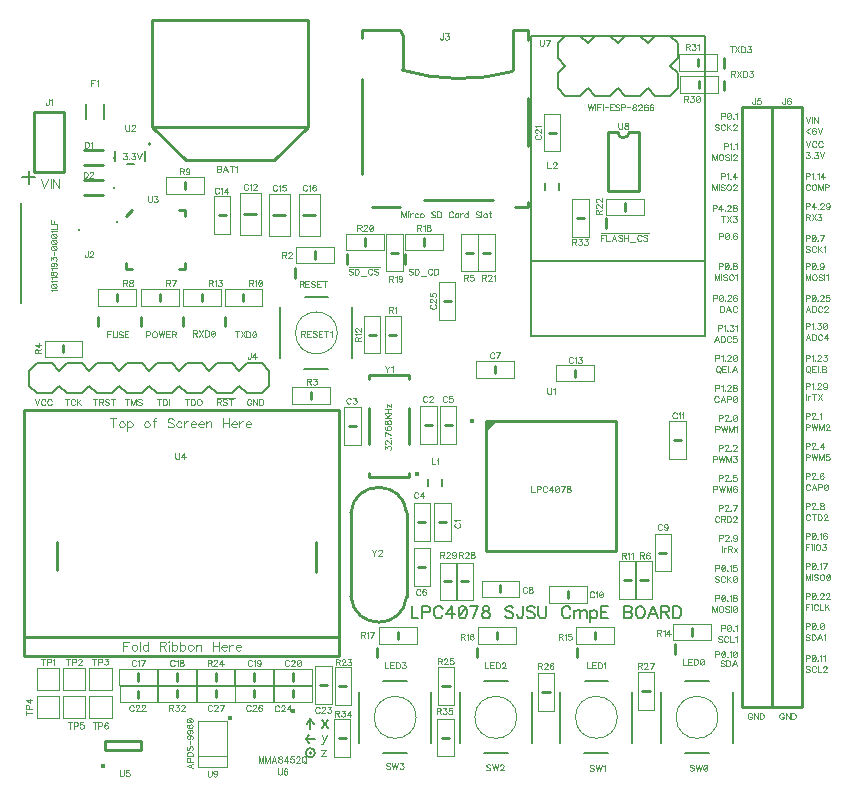
<source format=gbr>
%TF.GenerationSoftware,Novarm,DipTrace,3.2.0.1*%
%TF.CreationDate,2018-11-25T16:17:38-08:00*%
%FSLAX26Y26*%
%MOIN*%
%TF.FileFunction,Legend,Top*%
%TF.Part,Single*%
%ADD10C,0.009843*%
%ADD16C,0.006*%
%ADD18C,0.008*%
%ADD25C,0.003937*%
%ADD29C,0.009433*%
%ADD31C,0.005*%
%ADD35C,0.009994*%
%ADD47C,0.000013*%
%ADD49C,0.015768*%
%ADD52C,0.011774*%
%ADD57C,0.015401*%
%ADD59C,0.015697*%
%ADD65C,0.004*%
%ADD66C,0.015621*%
%ADD67C,0.015422*%
%ADD144C,0.003088*%
%ADD145C,0.006176*%
%ADD146C,0.004632*%
%ADD147C,0.00772*%
G75*
G01*
%LPD*%
X1347462Y2571825D2*
D10*
X828722D1*
Y2928075D1*
X1347462D1*
Y2571825D1*
X1235021Y2459324D1*
X828722Y2571825D2*
X941242Y2459324D1*
X1235021D2*
X941242D1*
X1808636Y1253986D2*
X1785013D1*
X1824383Y1316978D2*
D25*
X1769265D1*
Y1190994D1*
X1824383D1*
Y1316978D1*
X1737997Y1577307D2*
D10*
X1761620D1*
X1722250Y1514315D2*
D25*
X1777368D1*
Y1640299D1*
X1722250D1*
Y1514315D1*
X1485805Y1575089D2*
D10*
X1509429D1*
X1470058Y1512097D2*
D25*
X1525176D1*
Y1638082D1*
X1470058D1*
Y1512097D1*
X1716263Y1255292D2*
D10*
X1739887D1*
X1700516Y1192299D2*
D25*
X1755634D1*
Y1318284D1*
X1700516D1*
Y1192299D1*
X1803615Y1577307D2*
D10*
X1827239D1*
X1787868Y1514315D2*
D25*
X1842986D1*
Y1640299D1*
X1787868D1*
Y1514315D1*
X1739887Y1103986D2*
D10*
X1716263D1*
X1755634Y1166978D2*
D25*
X1700516D1*
Y1040994D1*
X1755634D1*
Y1166978D1*
X1972567Y1750758D2*
D10*
Y1774382D1*
X2035559Y1735011D2*
D25*
X1909575D1*
Y1790129D1*
X2035559D1*
Y1735011D1*
X1989830Y1043069D2*
D10*
Y1019446D1*
X1926837Y1058816D2*
D25*
X2052822D1*
Y1003698D1*
X1926837D1*
Y1058816D1*
X2519388Y1152160D2*
D10*
X2543011D1*
X2503641Y1089168D2*
D25*
X2558759D1*
Y1215152D1*
X2503641D1*
Y1089168D1*
X2216292Y1000837D2*
D10*
Y1024460D1*
X2279284Y985089D2*
D25*
X2153299D1*
Y1040208D1*
X2279284D1*
Y985089D1*
X2569160Y1527313D2*
D10*
X2592783D1*
X2553412Y1464320D2*
D25*
X2608530D1*
Y1590305D1*
X2553412D1*
Y1464320D1*
X1175888Y2281299D2*
D10*
X1136514D1*
X1191634Y2352166D2*
D25*
X1120768D1*
Y2210433D1*
X1191634D1*
Y2352166D1*
X2239475Y1761883D2*
D10*
Y1738259D1*
X2176483Y1777630D2*
D25*
X2302467D1*
Y1722512D1*
X2176483D1*
Y1777630D1*
X1074263Y2277166D2*
D10*
X1050640D1*
X1090011Y2340158D2*
D25*
X1034893D1*
Y2214173D1*
X1090011D1*
Y2340158D1*
X1272674Y2278046D2*
D10*
X1233300D1*
X1288420Y2348912D2*
D25*
X1217554D1*
Y2207180D1*
X1288420D1*
Y2348912D1*
X1372665Y2278046D2*
D10*
X1333291D1*
X1388411Y2348912D2*
D25*
X1317545D1*
Y2207180D1*
X1388411D1*
Y2348912D1*
X782781Y749036D2*
D10*
Y725413D1*
X719789Y764784D2*
D25*
X845773D1*
Y709666D1*
X719789D1*
Y764784D1*
X911545Y749036D2*
D10*
Y725413D1*
X848553Y764784D2*
D25*
X974537D1*
Y709666D1*
X848553D1*
Y764784D1*
X1169071Y749036D2*
D10*
Y725413D1*
X1106079Y764784D2*
D25*
X1232063D1*
Y709666D1*
X1106079D1*
Y764784D1*
X1297835Y749036D2*
D10*
Y725413D1*
X1234843Y764784D2*
D25*
X1360827D1*
Y709666D1*
X1234843D1*
Y764784D1*
X2150453Y2552205D2*
D10*
X2174077D1*
X2134706Y2489213D2*
D25*
X2189824D1*
Y2615197D1*
X2134706D1*
Y2489213D1*
X783160Y668715D2*
D10*
Y692338D1*
X846152Y652967D2*
D25*
X720168D1*
Y708086D1*
X846152D1*
Y652967D1*
X1388139Y710236D2*
D10*
X1411762D1*
X1372391Y647244D2*
D25*
X1427509D1*
Y773229D1*
X1372391D1*
Y647244D1*
X1297835Y669157D2*
D10*
Y692781D1*
X1360827Y653410D2*
D25*
X1234843D1*
Y708528D1*
X1360827D1*
Y653410D1*
X1824114Y1991578D2*
D10*
X1800490D1*
X1839861Y2054570D2*
D25*
X1784743D1*
Y1928586D1*
X1839861D1*
Y2054570D1*
X1169156Y693013D2*
D10*
Y669389D1*
X1106164Y708760D2*
D25*
X1232149D1*
Y653642D1*
X1106164D1*
Y708760D1*
X1040575Y693013D2*
D10*
Y669389D1*
X977583Y708760D2*
D25*
X1103567D1*
Y653642D1*
X977583D1*
Y708760D1*
X664207Y2445124D2*
D10*
X601216D1*
X664207Y2492367D2*
X601216D1*
D29*
X701215Y2468746D3*
X664207Y2345135D2*
D10*
X601216D1*
X664207Y2392378D2*
X601216D1*
D29*
X701215Y2368756D3*
X667425Y2648852D2*
D18*
Y2598854D1*
X607425D2*
Y2648852D1*
X534316Y2621870D2*
D10*
X434316D1*
X534316Y2421870D2*
Y2621870D1*
Y2421870D2*
X434316D1*
Y2621870D1*
D35*
X586718Y2228694D3*
X391834Y2317274D2*
D31*
Y1982629D1*
X1528035Y2415472D2*
D10*
Y2730513D1*
Y2866214D2*
Y2893713D1*
X2083024D2*
Y2862030D1*
Y2667146D2*
Y2505740D1*
Y2321019D2*
Y2305476D1*
X2039865D1*
X1964488Y2328790D2*
X1736536D1*
X1653865Y2305476D2*
X1563292D1*
X1655688Y2893115D2*
X1663591Y2873986D1*
Y2759806D1*
X2030139Y2893115D2*
Y2759806D1*
X1663591D2*
G03X2030139Y2755621I190683J646859D01*
G01*
X1655688Y2893115D2*
X1528035Y2893713D1*
X2030139D2*
X2083024D1*
X1043661Y1782450D2*
D18*
X1093741D1*
X1118701Y1757450D1*
Y1707450D2*
X1093741Y1682450D1*
X918701Y1757450D2*
X943741Y1782450D1*
X993741D1*
X1018701Y1757450D1*
Y1707450D2*
X993741Y1682450D1*
X943741D1*
X918701Y1707450D1*
X1043661Y1782450D2*
X1018701Y1757450D1*
Y1707450D2*
X1043661Y1682450D1*
X1093741D2*
X1043661D1*
X743661Y1782450D2*
X793741D1*
X818701Y1757450D1*
Y1707450D2*
X793741Y1682450D1*
X818701Y1757450D2*
X843741Y1782450D1*
X893741D1*
X918701Y1757450D1*
Y1707450D2*
X893741Y1682450D1*
X843741D1*
X818701Y1707450D1*
X618701Y1757450D2*
X643741Y1782450D1*
X693741D1*
X718701Y1757450D1*
Y1707450D2*
X693741Y1682450D1*
X643741D1*
X618701Y1707450D1*
X743661Y1782450D2*
X718701Y1757450D1*
Y1707450D2*
X743661Y1682450D1*
X793741D2*
X743661D1*
X443661Y1782450D2*
X493741D1*
X518701Y1757450D1*
Y1707450D2*
X493741Y1682450D1*
X518701Y1757450D2*
X543741Y1782450D1*
X593741D1*
X618701Y1757450D1*
Y1707450D2*
X593741Y1682450D1*
X543741D1*
X518701Y1707450D1*
X418701Y1757450D2*
Y1707450D1*
X443661Y1782450D2*
X418701Y1757450D1*
Y1707450D2*
X443661Y1682450D1*
X493741D2*
X443661D1*
X1143741Y1782450D2*
X1193741D1*
X1218701Y1757450D1*
Y1707450D1*
X1193741Y1682450D1*
X1143741Y1782450D2*
X1118701Y1757450D1*
Y1707450D2*
X1143741Y1682450D1*
X1193741D2*
X1143741D1*
X2793701Y713450D2*
D10*
Y2637450D1*
Y637450D2*
Y713450D1*
X2893701Y637450D2*
X2793701D1*
X2893701D2*
Y2637450D1*
X2793701D1*
X2893701Y713450D2*
Y2637450D1*
Y637450D2*
Y713450D1*
X2993701Y637450D2*
X2893701D1*
X2993701D2*
Y2637450D1*
X2893701D1*
X1748352Y1373663D2*
D16*
Y1397288D1*
X1795596Y1373663D2*
Y1397288D1*
X2138643Y2361130D2*
Y2384755D1*
X2185887Y2361130D2*
Y2384755D1*
X2572244Y815453D2*
D10*
Y846949D1*
X2245160Y802953D2*
Y834449D1*
X1911828Y802953D2*
Y834449D1*
X1578495Y802953D2*
Y834449D1*
X1072662Y1906180D2*
Y1937676D1*
X932051Y1906180D2*
Y1937676D1*
X1304244Y2067704D2*
Y2099200D1*
X791441Y1906180D2*
Y1937676D1*
X647706Y1906180D2*
Y1937676D1*
X1672406Y2115626D2*
Y2147122D1*
X1478635Y2115626D2*
Y2147122D1*
X2341278Y2234271D2*
Y2265767D1*
X2734743Y2693586D2*
Y2725082D1*
Y2768586D2*
Y2800082D1*
X1658760Y1941979D2*
D25*
X1603642D1*
Y1815995D1*
X1658760D1*
Y1941979D1*
X1643013Y1878987D2*
D10*
X1619389D1*
X1309851Y2171433D2*
D25*
X1435835D1*
Y2116315D1*
X1309851D1*
Y2171433D1*
X1372843Y2155686D2*
D10*
Y2132062D1*
X1295326Y1702638D2*
D25*
X1421310D1*
Y1647520D1*
X1295326D1*
Y1702638D1*
X1358318Y1686891D2*
D10*
Y1663267D1*
X470412Y1858872D2*
D25*
X596397D1*
Y1803753D1*
X470412D1*
Y1858872D1*
X533404Y1843124D2*
D10*
Y1819501D1*
X1860066Y2089345D2*
D25*
X1915184D1*
Y2215330D1*
X1860066D1*
Y2089345D1*
X1875813Y2152337D2*
D10*
X1899437D1*
X2496042Y1123604D2*
D25*
X2440924D1*
Y997620D1*
X2496042D1*
Y1123604D1*
X2480295Y1060612D2*
D10*
X2456671D1*
X792253Y2030729D2*
D25*
X918238D1*
Y1975610D1*
X792253D1*
Y2030729D1*
X855246Y2014981D2*
D10*
Y1991358D1*
X648519Y2030729D2*
D25*
X774503D1*
Y1975610D1*
X648519D1*
Y2030729D1*
X711511Y2014981D2*
D10*
Y1991358D1*
X874402Y2403471D2*
D25*
X1000386D1*
Y2348353D1*
X874402D1*
Y2403471D1*
X937394Y2387724D2*
D10*
Y2364100D1*
X1070349Y2030729D2*
D25*
X1196334D1*
Y1975610D1*
X1070349D1*
Y2030729D1*
X1133341Y2014981D2*
D10*
Y1991358D1*
X2439798Y1123418D2*
D25*
X2384680D1*
Y997433D1*
X2439798D1*
Y1123418D1*
X2424051Y1060425D2*
D10*
X2400427D1*
X1590011Y1941979D2*
D25*
X1534893D1*
Y1815995D1*
X1590011D1*
Y1941979D1*
X1574263Y1878987D2*
D10*
X1550640D1*
X932864Y2030729D2*
D25*
X1058848D1*
Y1975610D1*
X932864D1*
Y2030729D1*
X995856Y2014981D2*
D10*
Y1991358D1*
X2691979Y859890D2*
D25*
X2565995D1*
Y915008D1*
X2691979D1*
Y859890D1*
X2628987Y875637D2*
D10*
Y899261D1*
X2369016Y847390D2*
D25*
X2243032D1*
Y902508D1*
X2369016D1*
Y847390D1*
X2306024Y863137D2*
D10*
Y886761D1*
X2041978Y847391D2*
D25*
X1915994D1*
Y902509D1*
X2041978D1*
Y847391D1*
X1978986Y863139D2*
D10*
Y886762D1*
X1710593Y847390D2*
D25*
X1584609D1*
Y902508D1*
X1710593D1*
Y847390D1*
X1647601Y863137D2*
D10*
Y886761D1*
X1672243Y2215011D2*
D25*
X1798227D1*
Y2159893D1*
X1672243D1*
Y2215011D1*
X1735235Y2199263D2*
D10*
Y2175640D1*
X1609891Y2089173D2*
D25*
X1665009D1*
Y2215158D1*
X1609891D1*
Y2089173D1*
X1625639Y2152166D2*
D10*
X1649262D1*
X1476671Y2215011D2*
D25*
X1602655D1*
Y2159893D1*
X1476671D1*
Y2215011D1*
X1539663Y2199263D2*
D10*
Y2175640D1*
X1915979Y2089255D2*
D25*
X1971097D1*
Y2215239D1*
X1915979D1*
Y2089255D1*
X1931726Y2152247D2*
D10*
X1955350D1*
X2342998Y2331604D2*
D25*
X2468982D1*
Y2276486D1*
X2342998D1*
Y2331604D1*
X2405990Y2315857D2*
D10*
Y2292233D1*
X1492334Y769223D2*
D25*
X1437215D1*
Y643239D1*
X1492334D1*
Y769223D1*
X1476586Y706231D2*
D10*
X1452963D1*
X1103299Y709666D2*
D25*
X977315D1*
Y764784D1*
X1103299D1*
Y709666D1*
X1040307Y725413D2*
D10*
Y749036D1*
X1836118Y769223D2*
D25*
X1781000D1*
Y643239D1*
X1836118D1*
Y769223D1*
X1820371Y706231D2*
D10*
X1796747D1*
X2169232Y750471D2*
D25*
X2114114D1*
Y624487D1*
X2169232D1*
Y750471D1*
X2153485Y687479D2*
D10*
X2129862D1*
X2502729Y754511D2*
D25*
X2447610D1*
Y628526D1*
X2502729D1*
Y754511D1*
X2486981Y691519D2*
D10*
X2463358D1*
X1898626Y1118991D2*
D25*
X1843508D1*
Y993007D1*
X1898626D1*
Y1118991D1*
X1882879Y1055999D2*
D10*
X1859255D1*
X1842370Y1118991D2*
D25*
X1787252D1*
Y993007D1*
X1842370D1*
Y1118991D1*
X1826623Y1055999D2*
D10*
X1802999D1*
X2588940Y2740029D2*
D25*
X2714924D1*
Y2684911D1*
X2588940D1*
Y2740029D1*
X2651932Y2724282D2*
D10*
Y2700658D1*
X2586722Y2812803D2*
D25*
X2712706D1*
Y2757685D1*
X2586722D1*
Y2812803D1*
X2649714Y2797056D2*
D10*
Y2773432D1*
X849003Y708760D2*
D25*
X974987D1*
Y653642D1*
X849003D1*
Y708760D1*
X911995Y693013D2*
D10*
Y669389D1*
X2228642Y2203495D2*
D25*
X2283760D1*
Y2329479D1*
X2228642D1*
Y2203495D1*
X2244389Y2266487D2*
D10*
X2268013D1*
X1489898Y596659D2*
D25*
X1434780D1*
Y470675D1*
X1489898D1*
Y596659D1*
X1474151Y533667D2*
D10*
X1450527D1*
X1833612Y598473D2*
D25*
X1778494D1*
Y472488D1*
X1833612D1*
Y598473D1*
X1817865Y535481D2*
D10*
X1794241D1*
X1306445Y1884201D2*
D47*
G02X1306445Y1884201I70006J0D01*
G01*
X1256448Y1969209D2*
D18*
Y1799193D1*
X1496453D2*
Y1969209D1*
X1337164Y2004189D2*
X1416443D1*
X1335979Y1764213D2*
X1416443D1*
X2575195Y602950D2*
D47*
G02X2575195Y602950I70006J0D01*
G01*
X2525199Y687958D2*
D18*
Y517942D1*
X2765203D2*
Y687958D1*
X2605914Y722938D2*
X2685193D1*
X2604730Y482962D2*
X2685193D1*
X2239778Y602950D2*
D47*
G02X2239778Y602950I70006J0D01*
G01*
X2189781Y687958D2*
D18*
Y517942D1*
X2429786D2*
Y687958D1*
X2270497Y722938D2*
X2349776D1*
X2269312Y482962D2*
X2349776D1*
X1904362Y602950D2*
D47*
G02X1904362Y602950I70006J0D01*
G01*
X1854365Y687958D2*
D18*
Y517942D1*
X2094370D2*
Y687958D1*
X1935081Y722938D2*
X2014360D1*
X1933896Y482962D2*
X2014360D1*
X1568945Y602950D2*
D47*
G02X1568945Y602950I70006J0D01*
G01*
X1518948Y687958D2*
D18*
Y517942D1*
X1758953D2*
Y687958D1*
X1599664Y722938D2*
X1678943D1*
X1598479Y482962D2*
X1678943D1*
X443692Y693928D2*
D25*
X518692D1*
Y768928D1*
X443692D1*
Y693928D1*
X531198Y693701D2*
X606198D1*
Y768701D1*
X531198D1*
Y693701D1*
X618673Y693928D2*
X693673D1*
Y768928D1*
X618673D1*
Y693928D1*
X443692Y600188D2*
X518692D1*
Y675188D1*
X443692D1*
Y600188D1*
X531183D2*
X606183D1*
Y675188D1*
X531183D1*
Y600188D1*
X618673D2*
X693673D1*
Y675188D1*
X618673D1*
Y600188D1*
X1941910Y1591998D2*
D10*
X2375020D1*
Y1158887D1*
X1941910D1*
Y1591998D1*
G36*
D2*
Y1552608D1*
X1981299Y1591998D1*
X1941910D1*
G37*
D49*
X1894695D3*
X814302Y2513763D2*
D47*
G02X814302Y2513763I4999J0D01*
G01*
X706303Y2456858D2*
D18*
Y2490670D1*
X806300D2*
Y2456858D1*
X766865Y2445861D2*
X745738D1*
X919022Y2293689D2*
D10*
X938686D1*
Y2273997D1*
X919022Y2096816D2*
X938686D1*
Y2116507D2*
Y2096816D1*
X741866D2*
X761556D1*
X741866Y2116507D2*
Y2096816D1*
D52*
X712382Y2254316D3*
X761556Y2293689D2*
D10*
X741866Y2273997D1*
X510110Y1092528D2*
Y1186316D1*
X1376494Y1086204D2*
Y1186234D1*
X400788Y807633D2*
X1451969D1*
Y1628893D1*
X400788D1*
Y807633D1*
X401839Y870459D2*
X1451864D1*
D57*
X666756Y439832D3*
X672018Y493897D2*
D10*
X790126D1*
X672018Y525388D2*
X790126D1*
Y493897D2*
Y525388D1*
X672018Y493897D2*
Y525388D1*
D59*
X1299964Y623378D3*
X2670977Y2874969D2*
D31*
Y2124969D1*
Y1874969D1*
X2090977D1*
Y2124969D1*
Y2874969D1*
X2205991D1*
X2255987D1*
X2305983D1*
X2355979D1*
X2405975D1*
X2455971D1*
X2505967D1*
X2555963D1*
X2670977D1*
Y2124969D2*
X2090977D1*
X2555963Y2874969D2*
X2580961Y2849969D1*
Y2799969D1*
X2555963Y2774969D1*
X2580961Y2749969D1*
Y2699969D1*
X2555963Y2674969D1*
X2505967D1*
X2480969Y2699969D1*
X2455971Y2674969D1*
X2405975D1*
X2380977Y2699969D1*
X2355979Y2674969D1*
X2305983D1*
X2280985Y2699969D1*
X2255987Y2674969D1*
X2205991D1*
X2180993Y2699969D1*
Y2749969D1*
X2205991Y2774969D1*
X2180993Y2799969D1*
Y2849969D1*
X2205991Y2874969D1*
X2255987D2*
X2280985Y2849969D1*
X2305983Y2874969D1*
X2355979D2*
X2380977Y2849969D1*
X2405975Y2874969D1*
X2455971D2*
X2480969Y2849969D1*
X2505967Y2874969D1*
X2348613Y2554666D2*
D10*
Y2357812D1*
X2450989Y2554666D2*
Y2357812D1*
X2348613D2*
X2450989D1*
X2380106Y2554666D2*
X2348613D1*
X2419495D2*
X2450989D1*
X2380106D2*
G03X2419495Y2554666I19694J9D01*
G01*
X982629Y590644D2*
D25*
X1077111D1*
Y436017D1*
X982629D1*
Y590644D1*
X983001Y474406D2*
D65*
X1076750D1*
D66*
X1087687Y600975D3*
D67*
X1711300Y1414945D3*
X1685086Y1731553D2*
D10*
Y1745253D1*
X1551121Y1731553D2*
Y1745253D1*
X1685086D2*
X1551121D1*
X1685086Y1515080D2*
Y1632907D1*
X1551121Y1515080D2*
Y1632907D1*
Y1402734D2*
Y1416435D1*
X1685086Y1402734D2*
Y1416435D1*
Y1402734D2*
X1551121D1*
X1677200Y1005290D2*
Y1284619D1*
X1491452Y1005290D2*
Y1284619D1*
Y1005290D2*
G03X1677200Y1005290I92874J8216D01*
G01*
Y1284619D2*
G03X1491452Y1284619I-92874J-8216D01*
G01*
X1340390Y531440D2*
D18*
X1371668Y531486D1*
X1340390Y531440D2*
X1352890Y543940D1*
X1340390Y531440D2*
X1352890Y518941D1*
X1356015Y562689D2*
Y597065D1*
X1343513Y581440D1*
X1356015Y597065D2*
X1368515Y581440D1*
X1340487Y484593D2*
G02X1340487Y484593I15627J0D01*
G01*
X1352990Y484594D2*
G02X1352990Y484594I3125J0D01*
G01*
X1046023Y2441793D2*
D144*
Y2421697D1*
X1054645D1*
X1057519Y2422670D1*
X1058470Y2423621D1*
X1059420Y2425522D1*
Y2428396D1*
X1058470Y2430319D1*
X1057519Y2431270D1*
X1054645Y2432221D1*
X1057519Y2433193D1*
X1058470Y2434144D1*
X1059420Y2436045D1*
Y2437969D1*
X1058470Y2439870D1*
X1057519Y2440843D1*
X1054645Y2441793D1*
X1046023D1*
Y2432221D2*
X1054645D1*
X1080917Y2421697D2*
X1073245Y2441793D1*
X1065596Y2421697D1*
X1068470Y2428396D2*
X1078043D1*
X1093791Y2441793D2*
Y2421697D1*
X1087093Y2441793D2*
X1100490D1*
X1106666Y2437947D2*
X1108589Y2438919D1*
X1111463Y2441771D1*
Y2421697D1*
X1841061Y1249898D2*
X1839160Y1248947D1*
X1837236Y1247024D1*
X1836286Y1245122D1*
Y1241298D1*
X1837236Y1239374D1*
X1839160Y1237473D1*
X1841061Y1236500D1*
X1843935Y1235550D1*
X1848732D1*
X1851584Y1236500D1*
X1853508Y1237473D1*
X1855409Y1239374D1*
X1856382Y1241298D1*
Y1245122D1*
X1855409Y1247024D1*
X1853508Y1248947D1*
X1851584Y1249898D1*
X1840133Y1256073D2*
X1839160Y1257997D1*
X1836308Y1260871D1*
X1856382D1*
X1746262Y1669054D2*
X1745311Y1670955D1*
X1743388Y1672878D1*
X1741486Y1673829D1*
X1737662D1*
X1735738Y1672878D1*
X1733837Y1670955D1*
X1732864Y1669054D1*
X1731914Y1666180D1*
Y1661382D1*
X1732864Y1658530D1*
X1733837Y1656607D1*
X1735738Y1654706D1*
X1737662Y1653733D1*
X1741486D1*
X1743388Y1654706D1*
X1745311Y1656607D1*
X1746262Y1658530D1*
X1753410Y1669031D2*
Y1669982D1*
X1754361Y1671905D1*
X1755311Y1672856D1*
X1757235Y1673807D1*
X1761059D1*
X1762961Y1672856D1*
X1763911Y1671905D1*
X1764884Y1669982D1*
Y1668081D1*
X1763911Y1666157D1*
X1762010Y1663305D1*
X1752437Y1653733D1*
X1765835D1*
X1490945Y1663712D2*
X1489995Y1665614D1*
X1488071Y1667537D1*
X1486170Y1668488D1*
X1482345D1*
X1480422Y1667537D1*
X1478521Y1665614D1*
X1477548Y1663712D1*
X1476597Y1660838D1*
Y1656041D1*
X1477548Y1653189D1*
X1478521Y1651266D1*
X1480422Y1649364D1*
X1482345Y1648392D1*
X1486170D1*
X1488071Y1649364D1*
X1489995Y1651266D1*
X1490945Y1653189D1*
X1499045Y1668465D2*
X1509546D1*
X1503820Y1660816D1*
X1506694D1*
X1508595Y1659866D1*
X1509546Y1658915D1*
X1510518Y1656041D1*
Y1654140D1*
X1509546Y1651266D1*
X1507644Y1649342D1*
X1504770Y1648392D1*
X1501896D1*
X1499045Y1649342D1*
X1498094Y1650315D1*
X1497121Y1652216D1*
X1716181Y1348561D2*
X1715231Y1350463D1*
X1713307Y1352386D1*
X1711406Y1353337D1*
X1707581D1*
X1705658Y1352386D1*
X1703757Y1350463D1*
X1702784Y1348561D1*
X1701833Y1345687D1*
Y1340890D1*
X1702784Y1338038D1*
X1703757Y1336115D1*
X1705658Y1334213D1*
X1707581Y1333241D1*
X1711406D1*
X1713307Y1334213D1*
X1715231Y1336115D1*
X1716181Y1338038D1*
X1731930Y1333241D2*
Y1353315D1*
X1722357Y1339939D1*
X1736705D1*
X1811880Y1669071D2*
X1810929Y1670972D1*
X1809006Y1672895D1*
X1807105Y1673846D1*
X1803280D1*
X1801356Y1672895D1*
X1799455Y1670972D1*
X1798482Y1669071D1*
X1797532Y1666197D1*
Y1661399D1*
X1798482Y1658547D1*
X1799455Y1656624D1*
X1801356Y1654723D1*
X1803280Y1653750D1*
X1807105D1*
X1809006Y1654723D1*
X1810929Y1656624D1*
X1811880Y1658547D1*
X1829529Y1673824D2*
X1819979D1*
X1819028Y1665224D1*
X1819979Y1666174D1*
X1822853Y1667147D1*
X1825705D1*
X1828579Y1666174D1*
X1830502Y1664273D1*
X1831453Y1661399D1*
Y1659498D1*
X1830502Y1656624D1*
X1828579Y1654701D1*
X1825705Y1653750D1*
X1822853D1*
X1819979Y1654701D1*
X1819028Y1655673D1*
X1818056Y1657575D1*
X1723394Y1025400D2*
X1722443Y1027301D1*
X1720520Y1029225D1*
X1718618Y1030175D1*
X1714794D1*
X1712870Y1029225D1*
X1710969Y1027301D1*
X1709996Y1025400D1*
X1709046Y1022526D1*
Y1017729D1*
X1709996Y1014877D1*
X1710969Y1012953D1*
X1712870Y1011052D1*
X1714794Y1010079D1*
X1718618D1*
X1720520Y1011052D1*
X1722443Y1012953D1*
X1723394Y1014877D1*
X1741043Y1027301D2*
X1740093Y1029203D1*
X1737219Y1030153D1*
X1735317D1*
X1732443Y1029203D1*
X1730520Y1026329D1*
X1729569Y1021553D1*
Y1016778D1*
X1730520Y1012953D1*
X1732443Y1011030D1*
X1735317Y1010079D1*
X1736268D1*
X1739120Y1011030D1*
X1741043Y1012953D1*
X1741994Y1015827D1*
Y1016778D1*
X1741043Y1019652D1*
X1739120Y1021553D1*
X1736268Y1022504D1*
X1735317D1*
X1732443Y1021553D1*
X1730520Y1019652D1*
X1729569Y1016778D1*
X1969972Y1814635D2*
X1969021Y1816536D1*
X1967098Y1818460D1*
X1965196Y1819410D1*
X1961372D1*
X1959448Y1818460D1*
X1957547Y1816536D1*
X1956574Y1814635D1*
X1955624Y1811761D1*
Y1806963D1*
X1956574Y1804112D1*
X1957547Y1802188D1*
X1959448Y1800287D1*
X1961372Y1799314D1*
X1965196D1*
X1967098Y1800287D1*
X1969021Y1802188D1*
X1969972Y1804112D1*
X1979972Y1799314D2*
X1989545Y1819388D1*
X1976147D1*
X2077861Y1033328D2*
X2076910Y1035229D1*
X2074987Y1037152D1*
X2073085Y1038103D1*
X2069261D1*
X2067337Y1037152D1*
X2065436Y1035229D1*
X2064463Y1033328D1*
X2063513Y1030454D1*
Y1025656D1*
X2064463Y1022804D1*
X2065436Y1020881D1*
X2067337Y1018980D1*
X2069261Y1018007D1*
X2073085D1*
X2074987Y1018980D1*
X2076910Y1020881D1*
X2077861Y1022804D1*
X2088812Y1038081D2*
X2085960Y1037130D1*
X2084987Y1035229D1*
Y1033306D1*
X2085960Y1031404D1*
X2087861Y1030432D1*
X2091686Y1029481D1*
X2094560Y1028530D1*
X2096461Y1026607D1*
X2097412Y1024706D1*
Y1021832D1*
X2096461Y1019930D1*
X2095510Y1018958D1*
X2092636Y1018007D1*
X2088812D1*
X2085960Y1018958D1*
X2084987Y1019930D1*
X2084036Y1021832D1*
Y1024706D1*
X2084987Y1026607D1*
X2086910Y1028530D1*
X2089762Y1029481D1*
X2093587Y1030432D1*
X2095510Y1031404D1*
X2096461Y1033306D1*
Y1035229D1*
X2095510Y1037130D1*
X2092636Y1038081D1*
X2088812D1*
X2529080Y1242783D2*
X2528129Y1244684D1*
X2526206Y1246608D1*
X2524304Y1247558D1*
X2520480D1*
X2518556Y1246608D1*
X2516655Y1244684D1*
X2515682Y1242783D1*
X2514732Y1239909D1*
Y1235112D1*
X2515682Y1232260D1*
X2516655Y1230336D1*
X2518556Y1228435D1*
X2520480Y1227462D1*
X2524304D1*
X2526206Y1228435D1*
X2528129Y1230336D1*
X2529080Y1232260D1*
X2547702Y1240860D2*
X2546729Y1237986D1*
X2544828Y1236062D1*
X2541954Y1235112D1*
X2541003D1*
X2538129Y1236062D1*
X2536228Y1237986D1*
X2535255Y1240860D1*
Y1241810D1*
X2536228Y1244684D1*
X2538129Y1246586D1*
X2541003Y1247536D1*
X2541954D1*
X2544828Y1246586D1*
X2546729Y1244684D1*
X2547702Y1240860D1*
Y1236062D1*
X2546729Y1231287D1*
X2544828Y1228413D1*
X2541954Y1227462D1*
X2540053D1*
X2537179Y1228413D1*
X2536228Y1230336D1*
X2301950Y1017844D2*
X2300999Y1019745D1*
X2299076Y1021668D1*
X2297174Y1022619D1*
X2293350D1*
X2291426Y1021668D1*
X2289525Y1019745D1*
X2288552Y1017844D1*
X2287602Y1014970D1*
Y1010172D1*
X2288552Y1007320D1*
X2289525Y1005397D1*
X2291426Y1003496D1*
X2293350Y1002523D1*
X2297174D1*
X2299076Y1003496D1*
X2300999Y1005397D1*
X2301950Y1007320D1*
X2308125Y1018772D2*
X2310049Y1019745D1*
X2312923Y1022597D1*
Y1002523D1*
X2324847Y1022597D2*
X2321972Y1021646D1*
X2320049Y1018772D1*
X2319098Y1013997D1*
Y1011123D1*
X2320049Y1006347D1*
X2321972Y1003473D1*
X2324847Y1002523D1*
X2326748D1*
X2329622Y1003473D1*
X2331523Y1006347D1*
X2332496Y1011123D1*
Y1013997D1*
X2331523Y1018772D1*
X2329622Y1021646D1*
X2326748Y1022597D1*
X2324847D1*
X2331523Y1018772D2*
X2320049Y1006347D1*
X2577735Y1614345D2*
X2576785Y1616246D1*
X2574861Y1618170D1*
X2572960Y1619120D1*
X2569135D1*
X2567212Y1618170D1*
X2565311Y1616246D1*
X2564338Y1614345D1*
X2563387Y1611471D1*
Y1606673D1*
X2564338Y1603822D1*
X2565311Y1601898D1*
X2567212Y1599997D1*
X2569135Y1599024D1*
X2572960D1*
X2574861Y1599997D1*
X2576785Y1601898D1*
X2577735Y1603822D1*
X2583911Y1615273D2*
X2585834Y1616246D1*
X2588708Y1619098D1*
Y1599024D1*
X2594884Y1615273D2*
X2596807Y1616246D1*
X2599681Y1619098D1*
Y1599024D1*
X1148086Y2376634D2*
X1147136Y2378535D1*
X1145212Y2380458D1*
X1143311Y2381409D1*
X1139486D1*
X1137563Y2380458D1*
X1135662Y2378535D1*
X1134689Y2376634D1*
X1133738Y2373760D1*
Y2368962D1*
X1134689Y2366110D1*
X1135662Y2364187D1*
X1137563Y2362286D1*
X1139486Y2361313D1*
X1143311D1*
X1145212Y2362286D1*
X1147136Y2364187D1*
X1148086Y2366110D1*
X1154262Y2377562D2*
X1156185Y2378535D1*
X1159059Y2381387D1*
Y2361313D1*
X1166208Y2376611D2*
Y2377562D1*
X1167158Y2379485D1*
X1168109Y2380436D1*
X1170032Y2381387D1*
X1173857D1*
X1175758Y2380436D1*
X1176709Y2379485D1*
X1177682Y2377562D1*
Y2375661D1*
X1176709Y2373737D1*
X1174808Y2370886D1*
X1165235Y2361313D1*
X1178632D1*
X2231384Y1799015D2*
X2230433Y1800917D1*
X2228510Y1802840D1*
X2226609Y1803791D1*
X2222784D1*
X2220861Y1802840D1*
X2218959Y1800917D1*
X2217987Y1799015D1*
X2217036Y1796141D1*
Y1791344D1*
X2217987Y1788492D1*
X2218959Y1786569D1*
X2220861Y1784667D1*
X2222784Y1783695D1*
X2226609D1*
X2228510Y1784667D1*
X2230433Y1786569D1*
X2231384Y1788492D1*
X2237560Y1799944D2*
X2239483Y1800917D1*
X2242357Y1803769D1*
Y1783695D1*
X2250456Y1803769D2*
X2260957D1*
X2255232Y1796119D1*
X2258106D1*
X2260007Y1795169D1*
X2260957Y1794218D1*
X2261930Y1791344D1*
Y1789443D1*
X2260957Y1786569D1*
X2259056Y1784645D1*
X2256182Y1783695D1*
X2253308D1*
X2250456Y1784645D1*
X2249506Y1785618D1*
X2248533Y1787519D1*
X1051318Y2364180D2*
X1050368Y2366081D1*
X1048444Y2368004D1*
X1046543Y2368955D1*
X1042718D1*
X1040795Y2368004D1*
X1038894Y2366081D1*
X1037921Y2364180D1*
X1036970Y2361305D1*
Y2356508D1*
X1037921Y2353656D1*
X1038894Y2351733D1*
X1040795Y2349832D1*
X1042718Y2348859D1*
X1046543D1*
X1048444Y2349832D1*
X1050368Y2351733D1*
X1051318Y2353656D1*
X1057494Y2365108D2*
X1059417Y2366081D1*
X1062291Y2368933D1*
Y2348859D1*
X1078040D2*
Y2368933D1*
X1068467Y2355557D1*
X1082815D1*
X1244888Y2373426D2*
X1243937Y2375328D1*
X1242014Y2377251D1*
X1240113Y2378202D1*
X1236288D1*
X1234365Y2377251D1*
X1232463Y2375328D1*
X1231491Y2373426D1*
X1230540Y2370552D1*
Y2365755D1*
X1231491Y2362903D1*
X1232463Y2360980D1*
X1234365Y2359078D1*
X1236288Y2358106D1*
X1240113D1*
X1242014Y2359078D1*
X1243937Y2360980D1*
X1244888Y2362903D1*
X1251064Y2374355D2*
X1252987Y2375328D1*
X1255861Y2378179D1*
Y2358106D1*
X1273511Y2378179D2*
X1263960D1*
X1263010Y2369579D1*
X1263960Y2370530D1*
X1266834Y2371503D1*
X1269686D1*
X1272560Y2370530D1*
X1274484Y2368629D1*
X1275434Y2365755D1*
Y2363854D1*
X1274484Y2360980D1*
X1272560Y2359056D1*
X1269686Y2358106D1*
X1266834D1*
X1263960Y2359056D1*
X1263010Y2360029D1*
X1262037Y2361930D1*
X1345365Y2373426D2*
X1344415Y2375328D1*
X1342491Y2377251D1*
X1340590Y2378202D1*
X1336765D1*
X1334842Y2377251D1*
X1332941Y2375328D1*
X1331968Y2373426D1*
X1331017Y2370552D1*
Y2365755D1*
X1331968Y2362903D1*
X1332941Y2360980D1*
X1334842Y2359078D1*
X1336765Y2358106D1*
X1340590D1*
X1342491Y2359078D1*
X1344415Y2360980D1*
X1345365Y2362903D1*
X1351541Y2374355D2*
X1353464Y2375328D1*
X1356338Y2378179D1*
Y2358106D1*
X1373988Y2375328D2*
X1373037Y2377229D1*
X1370163Y2378179D1*
X1368262D1*
X1365388Y2377229D1*
X1363465Y2374355D1*
X1362514Y2369579D1*
Y2364804D1*
X1363465Y2360980D1*
X1365388Y2359056D1*
X1368262Y2358106D1*
X1369213D1*
X1372065Y2359056D1*
X1373988Y2360980D1*
X1374939Y2363854D1*
Y2364804D1*
X1373988Y2367678D1*
X1372065Y2369579D1*
X1369213Y2370530D1*
X1368262D1*
X1365388Y2369579D1*
X1363465Y2367678D1*
X1362514Y2364804D1*
X774682Y789298D2*
X773731Y791199D1*
X771808Y793122D1*
X769907Y794073D1*
X766082D1*
X764159Y793122D1*
X762257Y791199D1*
X761285Y789298D1*
X760334Y786424D1*
Y781626D1*
X761285Y778774D1*
X762257Y776851D1*
X764159Y774950D1*
X766082Y773977D1*
X769907D1*
X771808Y774950D1*
X773731Y776851D1*
X774682Y778774D1*
X780858Y790226D2*
X782781Y791199D1*
X785655Y794051D1*
Y773977D1*
X795655D2*
X805228Y794051D1*
X791831D1*
X903457Y789298D2*
X902506Y791199D1*
X900583Y793122D1*
X898682Y794073D1*
X894857D1*
X892933Y793122D1*
X891032Y791199D1*
X890059Y789298D1*
X889109Y786424D1*
Y781626D1*
X890059Y778774D1*
X891032Y776851D1*
X892933Y774950D1*
X894857Y773977D1*
X898682D1*
X900583Y774950D1*
X902506Y776851D1*
X903457Y778774D1*
X909633Y790226D2*
X911556Y791199D1*
X914430Y794051D1*
Y773977D1*
X925381Y794051D2*
X922529Y793100D1*
X921556Y791199D1*
Y789276D1*
X922529Y787374D1*
X924430Y786401D1*
X928255Y785451D1*
X931129Y784500D1*
X933030Y782577D1*
X933981Y780676D1*
Y777802D1*
X933030Y775900D1*
X932080Y774928D1*
X929206Y773977D1*
X925381D1*
X922529Y774928D1*
X921556Y775900D1*
X920606Y777802D1*
Y780676D1*
X921556Y782577D1*
X923480Y784500D1*
X926332Y785451D1*
X930156Y786401D1*
X932080Y787374D1*
X933030Y789276D1*
Y791199D1*
X932080Y793100D1*
X929206Y794051D1*
X925381D1*
X1161447Y789298D2*
X1160497Y791199D1*
X1158573Y793122D1*
X1156672Y794073D1*
X1152847D1*
X1150924Y793122D1*
X1149023Y791199D1*
X1148050Y789298D1*
X1147099Y786424D1*
Y781626D1*
X1148050Y778774D1*
X1149023Y776851D1*
X1150924Y774950D1*
X1152847Y773977D1*
X1156672D1*
X1158573Y774950D1*
X1160497Y776851D1*
X1161447Y778774D1*
X1167623Y790226D2*
X1169546Y791199D1*
X1172420Y794051D1*
Y773977D1*
X1191043Y787374D2*
X1190070Y784500D1*
X1188169Y782577D1*
X1185295Y781626D1*
X1184344D1*
X1181470Y782577D1*
X1179569Y784500D1*
X1178596Y787374D1*
Y788325D1*
X1179569Y791199D1*
X1181470Y793100D1*
X1184344Y794051D1*
X1185295D1*
X1188169Y793100D1*
X1190070Y791199D1*
X1191043Y787374D1*
Y782577D1*
X1190070Y777802D1*
X1188169Y774928D1*
X1185295Y773977D1*
X1183394D1*
X1180519Y774928D1*
X1179569Y776851D1*
X1285436Y789298D2*
X1284485Y791199D1*
X1282562Y793122D1*
X1280661Y794073D1*
X1276836D1*
X1274912Y793122D1*
X1273011Y791199D1*
X1272038Y789298D1*
X1271088Y786424D1*
Y781626D1*
X1272038Y778774D1*
X1273011Y776851D1*
X1274912Y774950D1*
X1276836Y773977D1*
X1280661D1*
X1282562Y774950D1*
X1284485Y776851D1*
X1285436Y778774D1*
X1292584Y789276D2*
Y790226D1*
X1293535Y792150D1*
X1294486Y793100D1*
X1296409Y794051D1*
X1300234D1*
X1302135Y793100D1*
X1303085Y792150D1*
X1304058Y790226D1*
Y788325D1*
X1303085Y786401D1*
X1301184Y783550D1*
X1291612Y773977D1*
X1305009D1*
X1316933Y794051D2*
X1314059Y793100D1*
X1312135Y790226D1*
X1311185Y785451D1*
Y782577D1*
X1312135Y777802D1*
X1314059Y774928D1*
X1316933Y773977D1*
X1318834D1*
X1321708Y774928D1*
X1323609Y777802D1*
X1324582Y782577D1*
Y785451D1*
X1323609Y790226D1*
X1321708Y793100D1*
X1318834Y794051D1*
X1316933D1*
X1323609Y790226D2*
X1312135Y777802D1*
X2110192Y2544106D2*
X2108291Y2543155D1*
X2106368Y2541232D1*
X2105417Y2539331D1*
Y2535506D1*
X2106368Y2533583D1*
X2108291Y2531681D1*
X2110192Y2530709D1*
X2113066Y2529758D1*
X2117864D1*
X2120716Y2530709D1*
X2122639Y2531681D1*
X2124540Y2533583D1*
X2125513Y2535506D1*
Y2539331D1*
X2124540Y2541232D1*
X2122639Y2543155D1*
X2120716Y2544106D1*
X2110214Y2551254D2*
X2109264D1*
X2107340Y2552205D1*
X2106390Y2553156D1*
X2105439Y2555079D1*
Y2558904D1*
X2106390Y2560805D1*
X2107340Y2561756D1*
X2109264Y2562728D1*
X2111165D1*
X2113088Y2561756D1*
X2115940Y2559854D1*
X2125513Y2550282D1*
Y2563679D1*
X2109264Y2569855D2*
X2108291Y2571778D1*
X2105439Y2574652D1*
X2125513D1*
X767637Y638859D2*
X766686Y640761D1*
X764763Y642684D1*
X762861Y643635D1*
X759037D1*
X757113Y642684D1*
X755212Y640761D1*
X754239Y638859D1*
X753289Y635985D1*
Y631188D1*
X754239Y628336D1*
X755212Y626413D1*
X757113Y624511D1*
X759037Y623539D1*
X762861D1*
X764763Y624511D1*
X766686Y626413D1*
X767637Y628336D1*
X774785Y638837D2*
Y639788D1*
X775736Y641711D1*
X776686Y642662D1*
X778610Y643612D1*
X782434D1*
X784336Y642662D1*
X785286Y641711D1*
X786259Y639788D1*
Y637887D1*
X785286Y635963D1*
X783385Y633111D1*
X773812Y623539D1*
X787210D1*
X794358Y638837D2*
Y639788D1*
X795309Y641711D1*
X796259Y642662D1*
X798183Y643612D1*
X802007D1*
X803909Y642662D1*
X804859Y641711D1*
X805832Y639788D1*
Y637887D1*
X804859Y635963D1*
X802958Y633111D1*
X793385Y623539D1*
X806783D1*
X1387003Y632563D2*
X1386052Y634464D1*
X1384129Y636387D1*
X1382227Y637338D1*
X1378403D1*
X1376479Y636387D1*
X1374578Y634464D1*
X1373605Y632563D1*
X1372655Y629689D1*
Y624891D1*
X1373605Y622039D1*
X1374578Y620116D1*
X1376479Y618215D1*
X1378403Y617242D1*
X1382227D1*
X1384129Y618215D1*
X1386052Y620116D1*
X1387003Y622039D1*
X1394151Y632541D2*
Y633491D1*
X1395102Y635415D1*
X1396052Y636365D1*
X1397976Y637316D1*
X1401800D1*
X1403702Y636365D1*
X1404652Y635415D1*
X1405625Y633491D1*
Y631590D1*
X1404652Y629667D1*
X1402751Y626815D1*
X1393178Y617242D1*
X1406576D1*
X1414675Y637316D2*
X1425176D1*
X1419450Y629667D1*
X1422324D1*
X1424225Y628716D1*
X1425176Y627765D1*
X1426149Y624891D1*
Y622990D1*
X1425176Y620116D1*
X1423275Y618193D1*
X1420401Y617242D1*
X1417527D1*
X1414675Y618193D1*
X1413724Y619165D1*
X1412751Y621067D1*
X1252105Y637669D2*
X1251154Y639570D1*
X1249231Y641494D1*
X1247330Y642444D1*
X1243505D1*
X1241582Y641494D1*
X1239680Y639570D1*
X1238708Y637669D1*
X1237757Y634795D1*
Y629998D1*
X1238708Y627146D1*
X1239680Y625222D1*
X1241582Y623321D1*
X1243505Y622348D1*
X1247330D1*
X1249231Y623321D1*
X1251154Y625222D1*
X1252105Y627146D1*
X1259253Y637647D2*
Y638598D1*
X1260204Y640521D1*
X1261155Y641472D1*
X1263078Y642422D1*
X1266903D1*
X1268804Y641472D1*
X1269755Y640521D1*
X1270727Y638598D1*
Y636696D1*
X1269755Y634773D1*
X1267853Y631921D1*
X1258281Y622348D1*
X1271678D1*
X1287426D2*
Y642422D1*
X1277854Y629047D1*
X1292202D1*
X1760229Y1979179D2*
X1758328Y1978228D1*
X1756404Y1976305D1*
X1755454Y1974403D1*
Y1970579D1*
X1756404Y1968655D1*
X1758328Y1966754D1*
X1760229Y1965781D1*
X1763103Y1964831D1*
X1767900D1*
X1770752Y1965781D1*
X1772676Y1966754D1*
X1774577Y1968655D1*
X1775550Y1970579D1*
Y1974403D1*
X1774577Y1976305D1*
X1772676Y1978228D1*
X1770752Y1979179D1*
X1760251Y1986327D2*
X1759301D1*
X1757377Y1987278D1*
X1756427Y1988228D1*
X1755476Y1990152D1*
Y1993976D1*
X1756427Y1995878D1*
X1757377Y1996828D1*
X1759301Y1997801D1*
X1761202D1*
X1763125Y1996828D1*
X1765977Y1994927D1*
X1775550Y1985354D1*
Y1998752D1*
X1755476Y2016401D2*
Y2006851D1*
X1764076Y2005900D1*
X1763125Y2006851D1*
X1762152Y2009725D1*
Y2012577D1*
X1763125Y2015451D1*
X1765026Y2017374D1*
X1767900Y2018325D1*
X1769802D1*
X1772676Y2017374D1*
X1774599Y2015451D1*
X1775550Y2012577D1*
Y2009725D1*
X1774599Y2006851D1*
X1773626Y2005900D1*
X1771725Y2004927D1*
X1157244Y639514D2*
X1156293Y641415D1*
X1154370Y643339D1*
X1152468Y644289D1*
X1148644D1*
X1146720Y643339D1*
X1144819Y641415D1*
X1143846Y639514D1*
X1142896Y636640D1*
Y631843D1*
X1143846Y628991D1*
X1144819Y627067D1*
X1146720Y625166D1*
X1148644Y624193D1*
X1152468D1*
X1154370Y625166D1*
X1156293Y627067D1*
X1157244Y628991D1*
X1164392Y639492D2*
Y640443D1*
X1165343Y642366D1*
X1166293Y643317D1*
X1168217Y644267D1*
X1172041D1*
X1173943Y643317D1*
X1174893Y642366D1*
X1175866Y640443D1*
Y638541D1*
X1174893Y636618D1*
X1172992Y633766D1*
X1163419Y624193D1*
X1176817D1*
X1194466Y641415D2*
X1193516Y643317D1*
X1190642Y644267D1*
X1188740D1*
X1185866Y643317D1*
X1183943Y640443D1*
X1182992Y635667D1*
Y630892D1*
X1183943Y627067D1*
X1185866Y625144D1*
X1188740Y624193D1*
X1189691D1*
X1192543Y625144D1*
X1194466Y627067D1*
X1195417Y629941D1*
Y630892D1*
X1194466Y633766D1*
X1192543Y635667D1*
X1189691Y636618D1*
X1188740D1*
X1185866Y635667D1*
X1183943Y633766D1*
X1182992Y630892D1*
X1028176Y639514D2*
X1027225Y641415D1*
X1025302Y643339D1*
X1023401Y644289D1*
X1019576D1*
X1017653Y643339D1*
X1015751Y641415D1*
X1014779Y639514D1*
X1013828Y636640D1*
Y631843D1*
X1014779Y628991D1*
X1015751Y627067D1*
X1017653Y625166D1*
X1019576Y624193D1*
X1023401D1*
X1025302Y625166D1*
X1027225Y627067D1*
X1028176Y628991D1*
X1035324Y639492D2*
Y640443D1*
X1036275Y642366D1*
X1037226Y643317D1*
X1039149Y644267D1*
X1042974D1*
X1044875Y643317D1*
X1045826Y642366D1*
X1046798Y640443D1*
Y638541D1*
X1045826Y636618D1*
X1043924Y633766D1*
X1034352Y624193D1*
X1047749D1*
X1057749D2*
X1067322Y644267D1*
X1053925D1*
X604575Y2521656D2*
Y2501560D1*
X611274D1*
X614148Y2502533D1*
X616071Y2504434D1*
X617022Y2506358D1*
X617972Y2509210D1*
Y2514007D1*
X617022Y2516881D1*
X616071Y2518782D1*
X614148Y2520706D1*
X611274Y2521656D1*
X604575D1*
X624148Y2517809D2*
X626071Y2518782D1*
X628945Y2521634D1*
Y2501560D1*
X600275Y2421667D2*
Y2401571D1*
X606974D1*
X609848Y2402543D1*
X611771Y2404445D1*
X612722Y2406368D1*
X613672Y2409220D1*
Y2414017D1*
X612722Y2416891D1*
X611771Y2418793D1*
X609848Y2420716D1*
X606974Y2421667D1*
X600275D1*
X620821Y2416869D2*
Y2417820D1*
X621771Y2419743D1*
X622722Y2420694D1*
X624645Y2421645D1*
X628470D1*
X630371Y2420694D1*
X631322Y2419743D1*
X632295Y2417820D1*
Y2415919D1*
X631322Y2413995D1*
X629421Y2411143D1*
X619848Y2401571D1*
X633245D1*
X638162Y2727946D2*
X625716D1*
Y2707850D1*
Y2718373D2*
X633365D1*
X644338Y2724099D2*
X646261Y2725072D1*
X649135Y2727924D1*
Y2707850D1*
X483616Y2663660D2*
Y2648361D1*
X482666Y2645487D1*
X481693Y2644536D1*
X479792Y2643564D1*
X477868D1*
X475967Y2644536D1*
X475016Y2645487D1*
X474044Y2648361D1*
Y2650262D1*
X489792Y2659813D2*
X491715Y2660786D1*
X494589Y2663637D1*
Y2643564D1*
X613810Y2156140D2*
Y2140841D1*
X612859Y2137967D1*
X611886Y2137017D1*
X609985Y2136044D1*
X608062D1*
X606160Y2137017D1*
X605210Y2137967D1*
X604237Y2140841D1*
Y2142743D1*
X620958Y2151342D2*
Y2152293D1*
X621909Y2154216D1*
X622859Y2155167D1*
X624783Y2156118D1*
X628607D1*
X630509Y2155167D1*
X631459Y2154216D1*
X632432Y2152293D1*
Y2150392D1*
X631459Y2148468D1*
X629558Y2145617D1*
X619985Y2136044D1*
X633383D1*
X494454Y2022872D2*
X493481Y2024796D1*
X490629Y2027670D1*
X510703D1*
X490629Y2039593D2*
X491580Y2036719D1*
X494454Y2034796D1*
X499229Y2033845D1*
X502103D1*
X506879Y2034796D1*
X509753Y2036719D1*
X510703Y2039593D1*
Y2041495D1*
X509753Y2044369D1*
X506879Y2046270D1*
X502103Y2047243D1*
X499229D1*
X494454Y2046270D1*
X491580Y2044369D1*
X490629Y2041495D1*
Y2039593D1*
X494454Y2046270D2*
X506879Y2034796D1*
X494454Y2053418D2*
X493481Y2055342D1*
X490629Y2058216D1*
X510703D1*
X494454Y2064391D2*
X493481Y2066315D1*
X490629Y2069189D1*
X510703D1*
X490629Y2080140D2*
X491580Y2077288D1*
X493481Y2076315D1*
X495405D1*
X497306Y2077288D1*
X498279Y2079189D1*
X499229Y2083014D1*
X500180Y2085888D1*
X502103Y2087789D1*
X504005Y2088740D1*
X506879D1*
X508780Y2087789D1*
X509753Y2086838D1*
X510703Y2083964D1*
Y2080140D1*
X509753Y2077288D1*
X508780Y2076315D1*
X506879Y2075364D1*
X504005D1*
X502103Y2076315D1*
X500180Y2078238D1*
X499229Y2081090D1*
X498279Y2084915D1*
X497306Y2086838D1*
X495405Y2087789D1*
X493481D1*
X491580Y2086838D1*
X490629Y2083964D1*
Y2080140D1*
X494454Y2094915D2*
X493481Y2096839D1*
X490629Y2099713D1*
X510703D1*
X497306Y2118335D2*
X500180Y2117362D1*
X502103Y2115461D1*
X503054Y2112587D1*
Y2111637D1*
X502103Y2108762D1*
X500180Y2106861D1*
X497306Y2105888D1*
X496355D1*
X493481Y2106861D1*
X491580Y2108762D1*
X490629Y2111637D1*
Y2112587D1*
X491580Y2115461D1*
X493481Y2117362D1*
X497306Y2118335D1*
X502103D1*
X506879Y2117362D1*
X509753Y2115461D1*
X510703Y2112587D1*
Y2110686D1*
X509753Y2107812D1*
X507829Y2106861D1*
X490629Y2126434D2*
Y2136935D1*
X498279Y2131210D1*
Y2134084D1*
X499229Y2135985D1*
X500180Y2136935D1*
X503054Y2137908D1*
X504955D1*
X507829Y2136935D1*
X509753Y2135034D1*
X510703Y2132160D1*
Y2129286D1*
X509753Y2126434D1*
X508780Y2125484D1*
X506879Y2124511D1*
X500666Y2144084D2*
Y2155138D1*
X490629Y2167062D2*
X491580Y2164188D1*
X494454Y2162264D1*
X499229Y2161314D1*
X502103D1*
X506879Y2162264D1*
X509753Y2164188D1*
X510703Y2167062D1*
Y2168963D1*
X509753Y2171837D1*
X506879Y2173738D1*
X502103Y2174711D1*
X499229D1*
X494454Y2173738D1*
X491580Y2171837D1*
X490629Y2168963D1*
Y2167062D1*
X494454Y2173738D2*
X506879Y2162264D1*
X490629Y2186635D2*
X491580Y2183761D1*
X494454Y2181837D1*
X499229Y2180887D1*
X502103D1*
X506879Y2181837D1*
X509753Y2183761D1*
X510703Y2186635D1*
Y2188536D1*
X509753Y2191410D1*
X506879Y2193311D1*
X502103Y2194284D1*
X499229D1*
X494454Y2193311D1*
X491580Y2191410D1*
X490629Y2188536D1*
Y2186635D1*
X494454Y2193311D2*
X506879Y2181837D1*
X490629Y2206208D2*
X491580Y2203334D1*
X494454Y2201410D1*
X499229Y2200460D1*
X502103D1*
X506879Y2201410D1*
X509753Y2203334D1*
X510703Y2206208D1*
Y2208109D1*
X509753Y2210983D1*
X506879Y2212884D1*
X502103Y2213857D1*
X499229D1*
X494454Y2212884D1*
X491580Y2210983D1*
X490629Y2208109D1*
Y2206208D1*
X494454Y2212884D2*
X506879Y2201410D1*
X494454Y2220033D2*
X493481Y2221956D1*
X490629Y2224830D1*
X510703D1*
X490607Y2231006D2*
X510703D1*
Y2242480D1*
X490607Y2261102D2*
Y2248655D1*
X510703D1*
X500180D2*
Y2256305D1*
X1798231Y2882382D2*
Y2867083D1*
X1797280Y2864209D1*
X1796308Y2863258D1*
X1794406Y2862286D1*
X1792483D1*
X1790582Y2863258D1*
X1789631Y2864209D1*
X1788658Y2867083D1*
Y2868984D1*
X1806330Y2882360D2*
X1816831D1*
X1811105Y2874710D1*
X1813979D1*
X1815881Y2873760D1*
X1816831Y2872809D1*
X1817804Y2869935D1*
Y2868034D1*
X1816831Y2865160D1*
X1814930Y2863236D1*
X1812056Y2862286D1*
X1809182D1*
X1806330Y2863236D1*
X1805379Y2864209D1*
X1804407Y2866110D1*
X1675343Y2269032D2*
Y2289128D1*
X1667694Y2269032D1*
X1660044Y2289128D1*
Y2269032D1*
X1681519Y2289128D2*
X1682469Y2288178D1*
X1683442Y2289128D1*
X1682469Y2290101D1*
X1681519Y2289128D1*
X1682469Y2282430D2*
Y2269032D1*
X1689618Y2282430D2*
Y2269032D1*
Y2276682D2*
X1690590Y2279556D1*
X1692492Y2281479D1*
X1694415Y2282430D1*
X1697289D1*
X1714961Y2279556D2*
X1713038Y2281479D1*
X1711114Y2282430D1*
X1708262D1*
X1706339Y2281479D1*
X1704438Y2279556D1*
X1703465Y2276682D1*
Y2274781D1*
X1704438Y2271906D1*
X1706339Y2270005D1*
X1708262Y2269032D1*
X1711114D1*
X1713038Y2270005D1*
X1714961Y2271906D1*
X1725912Y2282430D2*
X1724011Y2281479D1*
X1722087Y2279556D1*
X1721137Y2276682D1*
Y2274781D1*
X1722087Y2271906D1*
X1724011Y2270005D1*
X1725912Y2269032D1*
X1728786D1*
X1730709Y2270005D1*
X1732611Y2271906D1*
X1733583Y2274781D1*
Y2276682D1*
X1732611Y2279556D1*
X1730709Y2281479D1*
X1728786Y2282430D1*
X1725912D1*
X1772597Y2286254D2*
X1770695Y2288178D1*
X1767821Y2289128D1*
X1763997D1*
X1761123Y2288178D1*
X1759199Y2286254D1*
Y2284353D1*
X1760172Y2282430D1*
X1761123Y2281479D1*
X1763024Y2280529D1*
X1768772Y2278605D1*
X1770695Y2277655D1*
X1771646Y2276682D1*
X1772597Y2274781D1*
Y2271906D1*
X1770695Y2270005D1*
X1767821Y2269032D1*
X1763997D1*
X1761123Y2270005D1*
X1759199Y2271906D1*
X1778772Y2289128D2*
Y2269032D1*
X1785471D1*
X1788345Y2270005D1*
X1790268Y2271906D1*
X1791219Y2273830D1*
X1792170Y2276682D1*
Y2281479D1*
X1791219Y2284353D1*
X1790268Y2286254D1*
X1788345Y2288178D1*
X1785471Y2289128D1*
X1778772D1*
X1832134Y2284353D2*
X1831183Y2286254D1*
X1829260Y2288178D1*
X1827359Y2289128D1*
X1823534D1*
X1821610Y2288178D1*
X1819709Y2286254D1*
X1818736Y2284353D1*
X1817786Y2281479D1*
Y2276682D1*
X1818736Y2273830D1*
X1819709Y2271906D1*
X1821610Y2270005D1*
X1823534Y2269032D1*
X1827359D1*
X1829260Y2270005D1*
X1831183Y2271906D1*
X1832134Y2273830D1*
X1849783Y2282430D2*
Y2269032D1*
Y2279556D2*
X1847882Y2281479D1*
X1845959Y2282430D1*
X1843107D1*
X1841184Y2281479D1*
X1839282Y2279556D1*
X1838309Y2276682D1*
Y2274781D1*
X1839282Y2271906D1*
X1841184Y2270005D1*
X1843107Y2269032D1*
X1845959D1*
X1847882Y2270005D1*
X1849783Y2271906D1*
X1855959Y2282430D2*
Y2269032D1*
Y2276682D2*
X1856932Y2279556D1*
X1858833Y2281479D1*
X1860757Y2282430D1*
X1863631D1*
X1881280Y2289128D2*
Y2269032D1*
Y2279556D2*
X1879379Y2281479D1*
X1877456Y2282430D1*
X1874582D1*
X1872680Y2281479D1*
X1870757Y2279556D1*
X1869806Y2276682D1*
Y2274781D1*
X1870757Y2271906D1*
X1872680Y2270005D1*
X1874582Y2269032D1*
X1877456D1*
X1879379Y2270005D1*
X1881280Y2271906D1*
X1920294Y2286254D2*
X1918392Y2288178D1*
X1915518Y2289128D1*
X1911694D1*
X1908820Y2288178D1*
X1906896Y2286254D1*
Y2284353D1*
X1907869Y2282430D1*
X1908820Y2281479D1*
X1910721Y2280529D1*
X1916469Y2278605D1*
X1918392Y2277655D1*
X1919343Y2276682D1*
X1920294Y2274781D1*
Y2271906D1*
X1918392Y2270005D1*
X1915518Y2269032D1*
X1911694D1*
X1908820Y2270005D1*
X1906896Y2271906D1*
X1926469Y2289128D2*
Y2269032D1*
X1937420Y2282430D2*
X1935519Y2281479D1*
X1933596Y2279556D1*
X1932645Y2276682D1*
Y2274781D1*
X1933596Y2271906D1*
X1935519Y2270005D1*
X1937420Y2269032D1*
X1940294D1*
X1942218Y2270005D1*
X1944119Y2271906D1*
X1945092Y2274781D1*
Y2276682D1*
X1944119Y2279556D1*
X1942218Y2281479D1*
X1940294Y2282430D1*
X1937420D1*
X1954141Y2289128D2*
Y2272857D1*
X1955092Y2270005D1*
X1957015Y2269032D1*
X1958917D1*
X1951267Y2282430D2*
X1957966D1*
X1156976Y1817990D2*
Y1802692D1*
X1156026Y1799818D1*
X1155053Y1798867D1*
X1153152Y1797894D1*
X1151228D1*
X1149327Y1798867D1*
X1148376Y1799818D1*
X1147403Y1802692D1*
Y1804593D1*
X1172725Y1797894D2*
Y1817968D1*
X1163152Y1804593D1*
X1177500D1*
X2838701Y2666740D2*
Y2651441D1*
X2837750Y2648567D1*
X2836777Y2647616D1*
X2834876Y2646644D1*
X2832953D1*
X2831052Y2647616D1*
X2830101Y2648567D1*
X2829128Y2651441D1*
Y2653342D1*
X2856350Y2666717D2*
X2846800D1*
X2845849Y2658118D1*
X2846800Y2659068D1*
X2849674Y2660041D1*
X2852526D1*
X2855400Y2659068D1*
X2857323Y2657167D1*
X2858274Y2654293D1*
Y2652392D1*
X2857323Y2649518D1*
X2855400Y2647594D1*
X2852526Y2646644D1*
X2849674D1*
X2846800Y2647594D1*
X2845849Y2648567D1*
X2844877Y2650468D1*
X2939187Y2666740D2*
Y2651441D1*
X2938237Y2648567D1*
X2937264Y2647616D1*
X2935363Y2646644D1*
X2933439D1*
X2931538Y2647616D1*
X2930587Y2648567D1*
X2929615Y2651441D1*
Y2653342D1*
X2956837Y2663866D2*
X2955886Y2665767D1*
X2953012Y2666717D1*
X2951111D1*
X2948237Y2665767D1*
X2946314Y2662893D1*
X2945363Y2658118D1*
Y2653342D1*
X2946314Y2649518D1*
X2948237Y2647594D1*
X2951111Y2646644D1*
X2952062D1*
X2954913Y2647594D1*
X2956837Y2649518D1*
X2957787Y2652392D1*
Y2653342D1*
X2956837Y2656216D1*
X2954913Y2658118D1*
X2952062Y2659068D1*
X2951111D1*
X2948237Y2658118D1*
X2946314Y2656216D1*
X2945363Y2653342D1*
X1760750Y1465946D2*
Y1445850D1*
X1772224D1*
X1778400Y1462099D2*
X1780323Y1463072D1*
X1783197Y1465924D1*
Y1445850D1*
X2146742Y2453413D2*
Y2433317D1*
X2158216D1*
X2165364Y2448615D2*
Y2449566D1*
X2166315Y2451489D1*
X2167265Y2452440D1*
X2169189Y2453391D1*
X2173014D1*
X2174915Y2452440D1*
X2175865Y2451489D1*
X2176838Y2449566D1*
Y2447665D1*
X2175865Y2445741D1*
X2173964Y2442889D1*
X2164391Y2433317D1*
X2177789D1*
X2598659Y798483D2*
Y778387D1*
X2610133D1*
X2628733Y798483D2*
X2616309D1*
Y778387D1*
X2628733D1*
X2616309Y788910D2*
X2623958D1*
X2634909Y798483D2*
Y778387D1*
X2641608D1*
X2644482Y779360D1*
X2646405Y781261D1*
X2647356Y783185D1*
X2648306Y786036D1*
Y790834D1*
X2647356Y793708D1*
X2646405Y795609D1*
X2644482Y797533D1*
X2641608Y798483D1*
X2634909D1*
X2660230Y798461D2*
X2657356Y797510D1*
X2655433Y794636D1*
X2654482Y789861D1*
Y786987D1*
X2655433Y782212D1*
X2657356Y779338D1*
X2660230Y778387D1*
X2662131D1*
X2665005Y779338D1*
X2666907Y782212D1*
X2667879Y786987D1*
Y789861D1*
X2666907Y794636D1*
X2665005Y797510D1*
X2662131Y798461D1*
X2660230D1*
X2666907Y794636D2*
X2655433Y782212D1*
X2278998Y785983D2*
Y765887D1*
X2290472D1*
X2309073Y785983D2*
X2296648D1*
Y765887D1*
X2309073D1*
X2296648Y776410D2*
X2304297D1*
X2315248Y785983D2*
Y765887D1*
X2321947D1*
X2324821Y766860D1*
X2326744Y768761D1*
X2327695Y770685D1*
X2328646Y773536D1*
Y778334D1*
X2327695Y781208D1*
X2326744Y783109D1*
X2324821Y785033D1*
X2321947Y785983D1*
X2315248D1*
X2334821Y782136D2*
X2336745Y783109D1*
X2339619Y785961D1*
Y765887D1*
X1938240Y785982D2*
Y765886D1*
X1949714D1*
X1968315Y785982D2*
X1955890D1*
Y765886D1*
X1968315D1*
X1955890Y776409D2*
X1963539D1*
X1974490Y785982D2*
Y765886D1*
X1981189D1*
X1984063Y766859D1*
X1985986Y768760D1*
X1986937Y770683D1*
X1987888Y773535D1*
Y778333D1*
X1986937Y781207D1*
X1985986Y783108D1*
X1984063Y785031D1*
X1981189Y785982D1*
X1974490D1*
X1995036Y781184D2*
Y782135D1*
X1995987Y784058D1*
X1996937Y785009D1*
X1998861Y785960D1*
X2002685D1*
X2004587Y785009D1*
X2005537Y784058D1*
X2006510Y782135D1*
Y780234D1*
X2005537Y778310D1*
X2003636Y775459D1*
X1994063Y765886D1*
X2007461D1*
X1604910Y785982D2*
Y765886D1*
X1616384D1*
X1634984Y785982D2*
X1622559D1*
Y765886D1*
X1634984D1*
X1622559Y776409D2*
X1630209D1*
X1641160Y785982D2*
Y765886D1*
X1647858D1*
X1650732Y766859D1*
X1652656Y768760D1*
X1653606Y770683D1*
X1654557Y773535D1*
Y778333D1*
X1653606Y781207D1*
X1652656Y783108D1*
X1650732Y785031D1*
X1647858Y785982D1*
X1641160D1*
X1662656Y785960D2*
X1673157D1*
X1667431Y778310D1*
X1670305D1*
X1672207Y777360D1*
X1673157Y776409D1*
X1674130Y773535D1*
Y771634D1*
X1673157Y768760D1*
X1671256Y766836D1*
X1668382Y765886D1*
X1665508D1*
X1662656Y766836D1*
X1661705Y767809D1*
X1660733Y769710D1*
X1110575Y1889218D2*
Y1869122D1*
X1103876Y1889218D2*
X1117274D1*
X1123449D2*
X1136847Y1869122D1*
Y1889218D2*
X1123449Y1869122D1*
X1143022Y1889218D2*
Y1869122D1*
X1149721D1*
X1152595Y1870095D1*
X1154519Y1871996D1*
X1155469Y1873919D1*
X1156420Y1876771D1*
Y1881569D1*
X1155469Y1884443D1*
X1154519Y1886344D1*
X1152595Y1888267D1*
X1149721Y1889218D1*
X1143022D1*
X1168344Y1889196D2*
X1165469Y1888245D1*
X1163546Y1885371D1*
X1162595Y1880596D1*
Y1877722D1*
X1163546Y1872947D1*
X1165469Y1870073D1*
X1168344Y1869122D1*
X1170245D1*
X1173119Y1870073D1*
X1175020Y1872947D1*
X1175993Y1877722D1*
Y1880596D1*
X1175020Y1885371D1*
X1173119Y1888245D1*
X1170245Y1889196D1*
X1168344D1*
X1175020Y1885371D2*
X1163546Y1872947D1*
X966391Y1882770D2*
X974991D1*
X977865Y1883743D1*
X978838Y1884693D1*
X979788Y1886595D1*
Y1888518D1*
X978838Y1890419D1*
X977865Y1891392D1*
X974991Y1892343D1*
X966391D1*
Y1872247D1*
X973089Y1882770D2*
X979788Y1872247D1*
X985964Y1892343D2*
X999361Y1872247D1*
Y1892343D2*
X985964Y1872247D1*
X1005537Y1892343D2*
Y1872247D1*
X1012236D1*
X1015110Y1873219D1*
X1017033Y1875121D1*
X1017984Y1877044D1*
X1018934Y1879896D1*
Y1884693D1*
X1017984Y1887567D1*
X1017033Y1889469D1*
X1015110Y1891392D1*
X1012236Y1892343D1*
X1005537D1*
X1030858Y1892321D2*
X1027984Y1891370D1*
X1026061Y1888496D1*
X1025110Y1883721D1*
Y1880847D1*
X1026061Y1876071D1*
X1027984Y1873197D1*
X1030858Y1872247D1*
X1032759D1*
X1035633Y1873197D1*
X1037535Y1876071D1*
X1038507Y1880847D1*
Y1883721D1*
X1037535Y1888496D1*
X1035633Y1891370D1*
X1032759Y1892321D1*
X1030858D1*
X1037535Y1888496D2*
X1026061Y1876071D1*
X1320396Y2047410D2*
X1328996D1*
X1331870Y2048383D1*
X1332843Y2049334D1*
X1333793Y2051235D1*
Y2053158D1*
X1332843Y2055060D1*
X1331870Y2056033D1*
X1328996Y2056983D1*
X1320396D1*
Y2036887D1*
X1327095Y2047410D2*
X1333793Y2036887D1*
X1352394Y2056983D2*
X1339969D1*
Y2036887D1*
X1352394D1*
X1339969Y2047410D2*
X1347618D1*
X1371967Y2054109D2*
X1370065Y2056033D1*
X1367191Y2056983D1*
X1363367D1*
X1360493Y2056033D1*
X1358569Y2054109D1*
Y2052208D1*
X1359542Y2050284D1*
X1360493Y2049334D1*
X1362394Y2048383D1*
X1368142Y2046460D1*
X1370065Y2045509D1*
X1371016Y2044536D1*
X1371967Y2042635D1*
Y2039761D1*
X1370065Y2037860D1*
X1367191Y2036887D1*
X1363367D1*
X1360493Y2037860D1*
X1358569Y2039761D1*
X1390567Y2056983D2*
X1378142D1*
Y2036887D1*
X1390567D1*
X1378142Y2047410D2*
X1385792D1*
X1403441Y2056983D2*
Y2036887D1*
X1396743Y2056983D2*
X1410140D1*
X809531Y1878695D2*
X818153D1*
X821005Y1879645D1*
X821978Y1880618D1*
X822928Y1882519D1*
Y1885393D1*
X821978Y1887295D1*
X821005Y1888267D1*
X818153Y1889218D1*
X809531D1*
Y1869122D1*
X834852Y1889218D2*
X832929Y1888267D1*
X831028Y1886344D1*
X830055Y1884443D1*
X829104Y1881569D1*
Y1876771D1*
X830055Y1873919D1*
X831028Y1871996D1*
X832929Y1870095D1*
X834852Y1869122D1*
X838677D1*
X840578Y1870095D1*
X842501Y1871996D1*
X843452Y1873919D1*
X844403Y1876771D1*
Y1881569D1*
X843452Y1884443D1*
X842501Y1886344D1*
X840578Y1888267D1*
X838677Y1889218D1*
X834852D1*
X850578D2*
X855376Y1869122D1*
X860151Y1889218D1*
X864926Y1869122D1*
X869724Y1889218D1*
X888324D2*
X875900D1*
Y1869122D1*
X888324D1*
X875900Y1879645D2*
X883549D1*
X894500D2*
X903100D1*
X905974Y1880618D1*
X906947Y1881569D1*
X907897Y1883470D1*
Y1885393D1*
X906947Y1887295D1*
X905974Y1888267D1*
X903100Y1889218D1*
X894500D1*
Y1869122D1*
X901198Y1879645D2*
X907897Y1869122D1*
X692329Y1889218D2*
X679883D1*
Y1869122D1*
Y1879645D2*
X687532D1*
X698505Y1889218D2*
Y1874870D1*
X699456Y1871996D1*
X701379Y1870095D1*
X704253Y1869122D1*
X706154D1*
X709028Y1870095D1*
X710952Y1871996D1*
X711902Y1874870D1*
Y1889218D1*
X731475Y1886344D2*
X729574Y1888267D1*
X726700Y1889218D1*
X722876D1*
X720001Y1888267D1*
X718078Y1886344D1*
Y1884443D1*
X719051Y1882519D1*
X720001Y1881569D1*
X721903Y1880618D1*
X727651Y1878695D1*
X729574Y1877744D1*
X730525Y1876771D1*
X731475Y1874870D1*
Y1871996D1*
X729574Y1870095D1*
X726700Y1869122D1*
X722876D1*
X720001Y1870095D1*
X718078Y1871996D1*
X750076Y1889218D2*
X737651D1*
Y1869122D1*
X750076D1*
X737651Y1879645D2*
X745300D1*
X1698119Y2095782D2*
X1696218Y2097706D1*
X1693344Y2098656D1*
X1689519D1*
X1686645Y2097706D1*
X1684722Y2095782D1*
Y2093881D1*
X1685694Y2091958D1*
X1686645Y2091007D1*
X1688546Y2090056D1*
X1694294Y2088133D1*
X1696218Y2087182D1*
X1697168Y2086210D1*
X1698119Y2084308D1*
Y2081434D1*
X1696218Y2079533D1*
X1693344Y2078560D1*
X1689519D1*
X1686645Y2079533D1*
X1684722Y2081434D1*
X1704295Y2098656D2*
Y2078560D1*
X1710993D1*
X1713867Y2079533D1*
X1715791Y2081434D1*
X1716741Y2083358D1*
X1717692Y2086210D1*
Y2091007D1*
X1716741Y2093881D1*
X1715791Y2095782D1*
X1713867Y2097706D1*
X1710993Y2098656D1*
X1704295D1*
X1723868Y2075244D2*
X1742040D1*
X1762564Y2093881D2*
X1761613Y2095782D1*
X1759690Y2097706D1*
X1757789Y2098656D1*
X1753964D1*
X1752041Y2097706D1*
X1750139Y2095782D1*
X1749167Y2093881D1*
X1748216Y2091007D1*
Y2086210D1*
X1749167Y2083358D1*
X1750139Y2081434D1*
X1752041Y2079533D1*
X1753964Y2078560D1*
X1757789D1*
X1759690Y2079533D1*
X1761613Y2081434D1*
X1762564Y2083358D1*
X1768740Y2098656D2*
Y2078560D1*
X1775438D1*
X1778312Y2079533D1*
X1780236Y2081434D1*
X1781186Y2083358D1*
X1782137Y2086210D1*
Y2091007D1*
X1781186Y2093881D1*
X1780236Y2095782D1*
X1778312Y2097706D1*
X1775438Y2098656D1*
X1768740D1*
X1498099Y2095781D2*
X1496198Y2097704D1*
X1493324Y2098655D1*
X1489499D1*
X1486625Y2097704D1*
X1484702Y2095781D1*
Y2093880D1*
X1485675Y2091956D1*
X1486625Y2091006D1*
X1488527Y2090055D1*
X1494275Y2088132D1*
X1496198Y2087181D1*
X1497149Y2086208D1*
X1498099Y2084307D1*
Y2081433D1*
X1496198Y2079532D1*
X1493324Y2078559D1*
X1489499D1*
X1486625Y2079532D1*
X1484702Y2081433D1*
X1504275Y2098655D2*
Y2078559D1*
X1510974D1*
X1513848Y2079532D1*
X1515771Y2081433D1*
X1516722Y2083356D1*
X1517672Y2086208D1*
Y2091006D1*
X1516722Y2093880D1*
X1515771Y2095781D1*
X1513848Y2097704D1*
X1510974Y2098655D1*
X1504275D1*
X1523848Y2075243D2*
X1542021D1*
X1562544Y2093880D2*
X1561594Y2095781D1*
X1559670Y2097704D1*
X1557769Y2098655D1*
X1553944D1*
X1552021Y2097704D1*
X1550120Y2095781D1*
X1549147Y2093880D1*
X1548196Y2091006D1*
Y2086208D1*
X1549147Y2083356D1*
X1550120Y2081433D1*
X1552021Y2079532D1*
X1553944Y2078559D1*
X1557769D1*
X1559670Y2079532D1*
X1561594Y2081433D1*
X1562544Y2083356D1*
X1582117Y2095781D2*
X1580216Y2097704D1*
X1577342Y2098655D1*
X1573517D1*
X1570643Y2097704D1*
X1568720Y2095781D1*
Y2093880D1*
X1569693Y2091956D1*
X1570643Y2091006D1*
X1572545Y2090055D1*
X1578293Y2088132D1*
X1580216Y2087181D1*
X1581167Y2086208D1*
X1582117Y2084307D1*
Y2081433D1*
X1580216Y2079532D1*
X1577342Y2078559D1*
X1573517D1*
X1570643Y2079532D1*
X1568720Y2081433D1*
X1484702Y2103895D2*
X1588293D1*
X2337157Y2211042D2*
X2324710D1*
Y2190946D1*
Y2201470D2*
X2332359D1*
X2343333Y2211042D2*
Y2190946D1*
X2354806D1*
X2376303D2*
X2368631Y2211042D1*
X2360982Y2190946D1*
X2363856Y2197645D2*
X2373429D1*
X2395876Y2208168D2*
X2393975Y2210092D1*
X2391101Y2211042D1*
X2387276D1*
X2384402Y2210092D1*
X2382479Y2208168D1*
Y2206267D1*
X2383451Y2204344D1*
X2384402Y2203393D1*
X2386303Y2202442D1*
X2392051Y2200519D1*
X2393975Y2199568D1*
X2394925Y2198595D1*
X2395876Y2196694D1*
Y2193820D1*
X2393975Y2191919D1*
X2391101Y2190946D1*
X2387276D1*
X2384402Y2191919D1*
X2382479Y2193820D1*
X2402052Y2211042D2*
Y2190946D1*
X2415449Y2211042D2*
Y2190946D1*
X2402052Y2201470D2*
X2415449D1*
X2421625Y2187630D2*
X2439797D1*
X2460321Y2206267D2*
X2459370Y2208168D1*
X2457447Y2210092D1*
X2455546Y2211042D1*
X2451721D1*
X2449798Y2210092D1*
X2447896Y2208168D1*
X2446924Y2206267D1*
X2445973Y2203393D1*
Y2198595D1*
X2446924Y2195744D1*
X2447896Y2193820D1*
X2449798Y2191919D1*
X2451721Y2190946D1*
X2455546D1*
X2457447Y2191919D1*
X2459370Y2193820D1*
X2460321Y2195744D1*
X2479894Y2208168D2*
X2477993Y2210092D1*
X2475119Y2211042D1*
X2471294D1*
X2468420Y2210092D1*
X2466497Y2208168D1*
Y2206267D1*
X2467469Y2204344D1*
X2468420Y2203393D1*
X2470321Y2202442D1*
X2476069Y2200519D1*
X2477993Y2199568D1*
X2478943Y2198595D1*
X2479894Y2196694D1*
Y2193820D1*
X2477993Y2191919D1*
X2475119Y2190946D1*
X2471294D1*
X2468420Y2191919D1*
X2466497Y2193820D1*
X2324710Y2216282D2*
X2486070D1*
X2759708Y2748294D2*
X2768308D1*
X2771182Y2749266D1*
X2772155Y2750217D1*
X2773106Y2752118D1*
Y2754042D1*
X2772155Y2755943D1*
X2771182Y2756916D1*
X2768308Y2757866D1*
X2759708D1*
Y2737770D1*
X2766407Y2748294D2*
X2773106Y2737770D1*
X2779281Y2757866D2*
X2792679Y2737770D1*
Y2757866D2*
X2779281Y2737770D1*
X2798854Y2757866D2*
Y2737770D1*
X2805553D1*
X2808427Y2738743D1*
X2810351Y2740644D1*
X2811301Y2742568D1*
X2812252Y2745420D1*
Y2750217D1*
X2811301Y2753091D1*
X2810351Y2754992D1*
X2808427Y2756916D1*
X2805553Y2757866D1*
X2798854D1*
X2820351Y2757844D2*
X2830852D1*
X2825126Y2750195D1*
X2828000D1*
X2829901Y2749244D1*
X2830852Y2748294D1*
X2831825Y2745420D1*
Y2743518D1*
X2830852Y2740644D1*
X2828951Y2738721D1*
X2826077Y2737770D1*
X2823203D1*
X2820351Y2738721D1*
X2819400Y2739694D1*
X2818427Y2741595D1*
X2760158Y2839116D2*
Y2819020D1*
X2753459Y2839116D2*
X2766856D1*
X2773032D2*
X2786429Y2819020D1*
Y2839116D2*
X2773032Y2819020D1*
X2792605Y2839116D2*
Y2819020D1*
X2799304D1*
X2802178Y2819992D1*
X2804101Y2821894D1*
X2805052Y2823817D1*
X2806002Y2826669D1*
Y2831466D1*
X2805052Y2834340D1*
X2804101Y2836242D1*
X2802178Y2838165D1*
X2799304Y2839116D1*
X2792605D1*
X2814102Y2839094D2*
X2824603D1*
X2818877Y2831444D1*
X2821751D1*
X2823652Y2830494D1*
X2824603Y2829543D1*
X2825575Y2826669D1*
Y2824768D1*
X2824603Y2821894D1*
X2822701Y2819970D1*
X2819827Y2819020D1*
X2816953D1*
X2814102Y2819970D1*
X2813151Y2820943D1*
X2812178Y2822844D1*
X1619016Y1961696D2*
X1627616D1*
X1630490Y1962669D1*
X1631462Y1963619D1*
X1632413Y1965520D1*
Y1967444D1*
X1631462Y1969345D1*
X1630490Y1970318D1*
X1627616Y1971268D1*
X1619016D1*
Y1951172D1*
X1625714Y1961696D2*
X1632413Y1951172D1*
X1638589Y1967422D2*
X1640512Y1968394D1*
X1643386Y1971246D1*
Y1951172D1*
X1262617Y2144280D2*
X1271217D1*
X1274091Y2145252D1*
X1275064Y2146203D1*
X1276015Y2148104D1*
Y2150028D1*
X1275064Y2151929D1*
X1274091Y2152902D1*
X1271217Y2153852D1*
X1262617D1*
Y2133756D1*
X1269316Y2144280D2*
X1276015Y2133756D1*
X1283163Y2149055D2*
Y2150006D1*
X1284114Y2151929D1*
X1285064Y2152880D1*
X1286988Y2153830D1*
X1290812D1*
X1292714Y2152880D1*
X1293664Y2151929D1*
X1294637Y2150006D1*
Y2148104D1*
X1293664Y2146181D1*
X1291763Y2143329D1*
X1282190Y2133756D1*
X1295588D1*
X1344957Y1722355D2*
X1353557D1*
X1356431Y1723327D1*
X1357404Y1724278D1*
X1358355Y1726179D1*
Y1728103D1*
X1357404Y1730004D1*
X1356431Y1730977D1*
X1353557Y1731927D1*
X1344957D1*
Y1711831D1*
X1351656Y1722355D2*
X1358355Y1711831D1*
X1366454Y1731905D2*
X1376955D1*
X1371229Y1724256D1*
X1374103D1*
X1376004Y1723305D1*
X1376955Y1722355D1*
X1377928Y1719481D1*
Y1717579D1*
X1376955Y1714705D1*
X1375054Y1712782D1*
X1372180Y1711831D1*
X1369306D1*
X1366454Y1712782D1*
X1365503Y1713755D1*
X1364530Y1715656D1*
X448633Y1816415D2*
Y1825015D1*
X447660Y1827889D1*
X446709Y1828862D1*
X444808Y1829812D1*
X442885D1*
X440983Y1828862D1*
X440011Y1827889D1*
X439060Y1825015D1*
Y1816415D1*
X459156D1*
X448633Y1823114D2*
X459156Y1829812D1*
Y1845561D2*
X439082D1*
X452457Y1835988D1*
Y1850336D1*
X1868586Y2068920D2*
X1877186D1*
X1880060Y2069893D1*
X1881033Y2070844D1*
X1881983Y2072745D1*
Y2074668D1*
X1881033Y2076569D1*
X1880060Y2077542D1*
X1877186Y2078493D1*
X1868586D1*
Y2058397D1*
X1875285Y2068920D2*
X1881983Y2058397D1*
X1899633Y2078471D2*
X1890082D1*
X1889132Y2069871D1*
X1890082Y2070821D1*
X1892956Y2071794D1*
X1895808D1*
X1898682Y2070821D1*
X1900606Y2068920D1*
X1901556Y2066046D1*
Y2064145D1*
X1900606Y2061271D1*
X1898682Y2059347D1*
X1895808Y2058397D1*
X1892956D1*
X1890082Y2059347D1*
X1889132Y2060320D1*
X1888159Y2062222D1*
X2456173Y1142822D2*
X2464773D1*
X2467647Y1143794D1*
X2468620Y1144745D1*
X2469571Y1146646D1*
Y1148570D1*
X2468620Y1150471D1*
X2467647Y1151444D1*
X2464773Y1152394D1*
X2456173D1*
Y1132298D1*
X2462872Y1142822D2*
X2469571Y1132298D1*
X2487220Y1149520D2*
X2486270Y1151422D1*
X2483396Y1152372D1*
X2481494D1*
X2478620Y1151422D1*
X2476697Y1148548D1*
X2475746Y1143772D1*
Y1138997D1*
X2476697Y1135172D1*
X2478620Y1133249D1*
X2481494Y1132298D1*
X2482445D1*
X2485297Y1133249D1*
X2487220Y1135172D1*
X2488171Y1138046D1*
Y1138997D1*
X2487220Y1141871D1*
X2485297Y1143772D1*
X2482445Y1144723D1*
X2481494D1*
X2478620Y1143772D1*
X2476697Y1141871D1*
X2475746Y1138997D1*
X876256Y2050445D2*
X884856D1*
X887730Y2051418D1*
X888703Y2052368D1*
X889654Y2054270D1*
Y2056193D1*
X888703Y2058094D1*
X887730Y2059067D1*
X884856Y2060018D1*
X876256D1*
Y2039922D1*
X882955Y2050445D2*
X889654Y2039922D1*
X899654D2*
X909227Y2059996D1*
X895830D1*
X732533Y2050445D2*
X741133D1*
X744007Y2051418D1*
X744979Y2052368D1*
X745930Y2054270D1*
Y2056193D1*
X744979Y2058094D1*
X744007Y2059067D1*
X741133Y2060018D1*
X732533D1*
Y2039922D1*
X739231Y2050445D2*
X745930Y2039922D1*
X756881Y2059996D2*
X754029Y2059045D1*
X753056Y2057144D1*
Y2055220D1*
X754029Y2053319D1*
X755930Y2052346D1*
X759755Y2051396D1*
X762629Y2050445D1*
X764530Y2048522D1*
X765481Y2046620D1*
Y2043746D1*
X764530Y2041845D1*
X763580Y2040872D1*
X760706Y2039922D1*
X756881D1*
X754029Y2040872D1*
X753056Y2041845D1*
X752106Y2043746D1*
Y2046620D1*
X753056Y2048522D1*
X754980Y2050445D1*
X757832Y2051396D1*
X761656Y2052346D1*
X763580Y2053319D1*
X764530Y2055220D1*
Y2057144D1*
X763580Y2059045D1*
X760706Y2059996D1*
X756881D1*
X921384Y2423188D2*
X929984D1*
X932858Y2424161D1*
X933831Y2425111D1*
X934781Y2427013D1*
Y2428936D1*
X933831Y2430837D1*
X932858Y2431810D1*
X929984Y2432761D1*
X921384D1*
Y2412665D1*
X928083Y2423188D2*
X934781Y2412665D1*
X953404Y2426062D2*
X952431Y2423188D1*
X950530Y2421265D1*
X947656Y2420314D1*
X946705D1*
X943831Y2421265D1*
X941930Y2423188D1*
X940957Y2426062D1*
Y2427013D1*
X941930Y2429887D1*
X943831Y2431788D1*
X946705Y2432738D1*
X947656D1*
X950530Y2431788D1*
X952431Y2429887D1*
X953404Y2426062D1*
Y2421265D1*
X952431Y2416489D1*
X950530Y2413615D1*
X947656Y2412665D1*
X945754D1*
X942880Y2413615D1*
X941930Y2415539D1*
X1151990Y2050445D2*
X1160590D1*
X1163464Y2051418D1*
X1164437Y2052368D1*
X1165388Y2054270D1*
Y2056193D1*
X1164437Y2058094D1*
X1163464Y2059067D1*
X1160590Y2060018D1*
X1151990D1*
Y2039922D1*
X1158689Y2050445D2*
X1165388Y2039922D1*
X1171563Y2056171D2*
X1173487Y2057144D1*
X1176361Y2059996D1*
Y2039922D1*
X1188285Y2059996D2*
X1185411Y2059045D1*
X1183487Y2056171D1*
X1182537Y2051396D1*
Y2048522D1*
X1183487Y2043746D1*
X1185411Y2040872D1*
X1188285Y2039922D1*
X1190186D1*
X1193060Y2040872D1*
X1194961Y2043746D1*
X1195934Y2048522D1*
Y2051396D1*
X1194961Y2056171D1*
X1193060Y2059045D1*
X1190186Y2059996D1*
X1188285D1*
X1194961Y2056171D2*
X1183487Y2043746D1*
X2395133Y1142642D2*
X2403733D1*
X2406607Y1143615D1*
X2407580Y1144565D1*
X2408530Y1146467D1*
Y1148390D1*
X2407580Y1150291D1*
X2406607Y1151264D1*
X2403733Y1152215D1*
X2395133D1*
Y1132119D1*
X2401832Y1142642D2*
X2408530Y1132119D1*
X2414706Y1148368D2*
X2416629Y1149341D1*
X2419503Y1152193D1*
Y1132119D1*
X2425679Y1148368D2*
X2427602Y1149341D1*
X2430476Y1152193D1*
Y1132119D1*
X1515176Y1857015D2*
Y1865615D1*
X1514203Y1868489D1*
X1513253Y1869462D1*
X1511351Y1870413D1*
X1509428D1*
X1507527Y1869462D1*
X1506554Y1868489D1*
X1505603Y1865615D1*
Y1857015D1*
X1525699D1*
X1515176Y1863714D2*
X1525699Y1870413D1*
X1509450Y1876588D2*
X1508477Y1878512D1*
X1505626Y1881386D1*
X1525699D1*
X1510401Y1888534D2*
X1509450D1*
X1507527Y1889485D1*
X1506576Y1890436D1*
X1505626Y1892359D1*
Y1896184D1*
X1506576Y1898085D1*
X1507527Y1899035D1*
X1509450Y1900008D1*
X1511351D1*
X1513275Y1899035D1*
X1516127Y1897134D1*
X1525699Y1887561D1*
Y1900959D1*
X1017630Y2050445D2*
X1026229D1*
X1029103Y2051418D1*
X1030076Y2052368D1*
X1031027Y2054270D1*
Y2056193D1*
X1030076Y2058094D1*
X1029103Y2059067D1*
X1026229Y2060018D1*
X1017630D1*
Y2039922D1*
X1024328Y2050445D2*
X1031027Y2039922D1*
X1037203Y2056171D2*
X1039126Y2057144D1*
X1042000Y2059996D1*
Y2039922D1*
X1050099Y2059996D2*
X1060600D1*
X1054874Y2052346D1*
X1057748D1*
X1059650Y2051396D1*
X1060600Y2050445D1*
X1061573Y2047571D1*
Y2045670D1*
X1060600Y2042796D1*
X1058699Y2040872D1*
X1055825Y2039922D1*
X1052951D1*
X1050099Y2040872D1*
X1049148Y2041845D1*
X1048176Y2043746D1*
X2512799Y884729D2*
X2521399D1*
X2524273Y885701D1*
X2525245Y886652D1*
X2526196Y888553D1*
Y890477D1*
X2525245Y892378D1*
X2524273Y893351D1*
X2521399Y894301D1*
X2512799D1*
Y874205D1*
X2519497Y884729D2*
X2526196Y874205D1*
X2532372Y890454D2*
X2534295Y891427D1*
X2537169Y894279D1*
Y874205D1*
X2552917D2*
Y894279D1*
X2543345Y880904D1*
X2557693D1*
X2184063Y872229D2*
X2192663D1*
X2195537Y873201D1*
X2196509Y874152D1*
X2197460Y876053D1*
Y877977D1*
X2196509Y879878D1*
X2195537Y880851D1*
X2192663Y881801D1*
X2184063D1*
Y861705D1*
X2190761Y872229D2*
X2197460Y861705D1*
X2203636Y877954D2*
X2205559Y878927D1*
X2208433Y881779D1*
Y861705D1*
X2226083Y881779D2*
X2216532D1*
X2215581Y873179D1*
X2216532Y874130D1*
X2219406Y875103D1*
X2222258D1*
X2225132Y874130D1*
X2227055Y872229D1*
X2228006Y869355D1*
Y867453D1*
X2227055Y864579D1*
X2225132Y862656D1*
X2222258Y861705D1*
X2219406D1*
X2216532Y862656D1*
X2215581Y863629D1*
X2214609Y865530D1*
X1857510Y872230D2*
X1866110D1*
X1868984Y873203D1*
X1869956Y874153D1*
X1870907Y876055D1*
Y877978D1*
X1869956Y879879D1*
X1868984Y880852D1*
X1866110Y881803D1*
X1857510D1*
Y861707D1*
X1864208Y872230D2*
X1870907Y861707D1*
X1877083Y877956D2*
X1879006Y878929D1*
X1881880Y881780D1*
Y861707D1*
X1899530Y878929D2*
X1898579Y880830D1*
X1895705Y881780D1*
X1893804D1*
X1890930Y880830D1*
X1889006Y877956D1*
X1888056Y873181D1*
Y868405D1*
X1889006Y864581D1*
X1890930Y862657D1*
X1893804Y861707D1*
X1894754D1*
X1897606Y862657D1*
X1899530Y864581D1*
X1900480Y867455D1*
Y868405D1*
X1899530Y871279D1*
X1897606Y873181D1*
X1894754Y874131D1*
X1893804D1*
X1890930Y873181D1*
X1889006Y871279D1*
X1888056Y868405D1*
X1525628Y878474D2*
X1534228D1*
X1537102Y879447D1*
X1538075Y880397D1*
X1539026Y882299D1*
Y884222D1*
X1538075Y886123D1*
X1537102Y887096D1*
X1534228Y888047D1*
X1525628D1*
Y867951D1*
X1532327Y878474D2*
X1539026Y867951D1*
X1545201Y884200D2*
X1547125Y885173D1*
X1549999Y888025D1*
Y867951D1*
X1559999D2*
X1569572Y888025D1*
X1556174D1*
X1713274Y2234727D2*
X1721874D1*
X1724748Y2235700D1*
X1725721Y2236651D1*
X1726672Y2238552D1*
Y2240475D1*
X1725721Y2242377D1*
X1724748Y2243349D1*
X1721874Y2244300D1*
X1713274D1*
Y2224204D1*
X1719973Y2234727D2*
X1726672Y2224204D1*
X1732847Y2240453D2*
X1734771Y2241426D1*
X1737645Y2244278D1*
Y2224204D1*
X1748596Y2244278D2*
X1745744Y2243327D1*
X1744771Y2241426D1*
Y2239503D1*
X1745744Y2237601D1*
X1747645Y2236629D1*
X1751470Y2235678D1*
X1754344Y2234727D1*
X1756245Y2232804D1*
X1757196Y2230903D1*
Y2228029D1*
X1756245Y2226127D1*
X1755295Y2225155D1*
X1752421Y2224204D1*
X1748596D1*
X1745744Y2225155D1*
X1744771Y2226127D1*
X1743821Y2228029D1*
Y2230903D1*
X1744771Y2232804D1*
X1746695Y2234727D1*
X1749546Y2235678D1*
X1753371Y2236629D1*
X1755295Y2237601D1*
X1756245Y2239503D1*
Y2241426D1*
X1755295Y2243327D1*
X1752421Y2244278D1*
X1748596D1*
X1619649Y2065624D2*
X1628249D1*
X1631123Y2066596D1*
X1632096Y2067547D1*
X1633047Y2069448D1*
Y2071372D1*
X1632096Y2073273D1*
X1631123Y2074246D1*
X1628249Y2075196D1*
X1619649D1*
Y2055100D1*
X1626348Y2065624D2*
X1633047Y2055100D1*
X1639223Y2071350D2*
X1641146Y2072322D1*
X1644020Y2075174D1*
Y2055100D1*
X1662642Y2068498D2*
X1661670Y2065624D1*
X1659768Y2063700D1*
X1656894Y2062750D1*
X1655944D1*
X1653070Y2063700D1*
X1651168Y2065624D1*
X1650196Y2068498D1*
Y2069448D1*
X1651168Y2072322D1*
X1653070Y2074224D1*
X1655944Y2075174D1*
X1656894D1*
X1659768Y2074224D1*
X1661670Y2072322D1*
X1662642Y2068498D1*
Y2063700D1*
X1661670Y2058925D1*
X1659768Y2056051D1*
X1656894Y2055100D1*
X1654993D1*
X1652119Y2056051D1*
X1651168Y2057974D1*
X1513391Y2234727D2*
X1521991D1*
X1524865Y2235700D1*
X1525838Y2236651D1*
X1526789Y2238552D1*
Y2240475D1*
X1525838Y2242377D1*
X1524865Y2243349D1*
X1521991Y2244300D1*
X1513391D1*
Y2224204D1*
X1520090Y2234727D2*
X1526789Y2224204D1*
X1533937Y2239503D2*
Y2240453D1*
X1534888Y2242377D1*
X1535838Y2243327D1*
X1537762Y2244278D1*
X1541586D1*
X1543488Y2243327D1*
X1544438Y2242377D1*
X1545411Y2240453D1*
Y2238552D1*
X1544438Y2236629D1*
X1542537Y2233777D1*
X1532964Y2224204D1*
X1546362D1*
X1558285Y2244278D2*
X1555411Y2243327D1*
X1553488Y2240453D1*
X1552537Y2235678D1*
Y2232804D1*
X1553488Y2228029D1*
X1555411Y2225155D1*
X1558285Y2224204D1*
X1560187D1*
X1563061Y2225155D1*
X1564962Y2228029D1*
X1565935Y2232804D1*
Y2235678D1*
X1564962Y2240453D1*
X1563061Y2243327D1*
X1560187Y2244278D1*
X1558285D1*
X1564962Y2240453D2*
X1553488Y2228029D1*
X1928396Y2068851D2*
X1936996D1*
X1939870Y2069823D1*
X1940843Y2070774D1*
X1941793Y2072675D1*
Y2074599D1*
X1940843Y2076500D1*
X1939870Y2077473D1*
X1936996Y2078423D1*
X1928396D1*
Y2058327D1*
X1935095Y2068851D2*
X1941793Y2058327D1*
X1948942Y2073626D2*
Y2074577D1*
X1949892Y2076500D1*
X1950843Y2077451D1*
X1952766Y2078401D1*
X1956591D1*
X1958492Y2077451D1*
X1959443Y2076500D1*
X1960416Y2074577D1*
Y2072675D1*
X1959443Y2070752D1*
X1957542Y2067900D1*
X1947969Y2058327D1*
X1961366D1*
X1967542Y2074577D2*
X1969465Y2075549D1*
X1972339Y2078401D1*
Y2058327D1*
X2317530Y2280335D2*
Y2288935D1*
X2316558Y2291809D1*
X2315607Y2292782D1*
X2313706Y2293732D1*
X2311782D1*
X2309881Y2292782D1*
X2308908Y2291809D1*
X2307958Y2288935D1*
Y2280335D1*
X2328054D1*
X2317530Y2287034D2*
X2328054Y2293732D1*
X2312755Y2300881D2*
X2311805D1*
X2309881Y2301831D1*
X2308931Y2302782D1*
X2307980Y2304705D1*
Y2308530D1*
X2308931Y2310431D1*
X2309881Y2311382D1*
X2311805Y2312355D1*
X2313706D1*
X2315629Y2311382D1*
X2318481Y2309481D1*
X2328054Y2299908D1*
Y2313305D1*
X2312755Y2320454D2*
X2311805D1*
X2309881Y2321404D1*
X2308931Y2322355D1*
X2307980Y2324278D1*
Y2328103D1*
X2308930Y2330004D1*
X2309881Y2330955D1*
X2311805Y2331928D1*
X2313706D1*
X2315629Y2330955D1*
X2318481Y2329054D1*
X2328054Y2319481D1*
Y2332878D1*
X1440697Y786946D2*
X1449297D1*
X1452171Y787919D1*
X1453144Y788870D1*
X1454094Y790771D1*
Y792694D1*
X1453144Y794596D1*
X1452171Y795568D1*
X1449297Y796519D1*
X1440697D1*
Y776423D1*
X1447396Y786946D2*
X1454094Y776423D1*
X1461243Y791722D2*
Y792672D1*
X1462193Y794596D1*
X1463144Y795546D1*
X1465067Y796497D1*
X1468892D1*
X1470793Y795546D1*
X1471744Y794596D1*
X1472717Y792672D1*
Y790771D1*
X1471744Y788848D1*
X1469843Y785996D1*
X1460270Y776423D1*
X1473667D1*
X1481766Y796497D2*
X1492268D1*
X1486542Y788848D1*
X1489416D1*
X1491317Y787897D1*
X1492268Y786946D1*
X1493240Y784072D1*
Y782171D1*
X1492268Y779297D1*
X1490366Y777374D1*
X1487492Y776423D1*
X1484618D1*
X1481766Y777374D1*
X1480816Y778346D1*
X1479843Y780248D1*
X1013560Y784500D2*
X1022160D1*
X1025034Y785473D1*
X1026007Y786424D1*
X1026958Y788325D1*
Y790248D1*
X1026007Y792150D1*
X1025034Y793122D1*
X1022160Y794073D1*
X1013560D1*
Y773977D1*
X1020259Y784500D2*
X1026958Y773977D1*
X1034106Y789276D2*
Y790226D1*
X1035057Y792150D1*
X1036007Y793100D1*
X1037931Y794051D1*
X1041755D1*
X1043657Y793100D1*
X1044607Y792150D1*
X1045580Y790226D1*
Y788325D1*
X1044607Y786401D1*
X1042706Y783550D1*
X1033133Y773977D1*
X1046531D1*
X1062279D2*
Y794051D1*
X1052706Y780676D1*
X1067054D1*
X1781353Y790072D2*
X1789953D1*
X1792827Y791045D1*
X1793800Y791996D1*
X1794751Y793897D1*
Y795820D1*
X1793800Y797722D1*
X1792827Y798694D1*
X1789953Y799645D1*
X1781353D1*
Y779549D1*
X1788052Y790072D2*
X1794751Y779549D1*
X1801899Y794848D2*
Y795798D1*
X1802850Y797722D1*
X1803800Y798672D1*
X1805724Y799623D1*
X1809548D1*
X1811450Y798672D1*
X1812400Y797722D1*
X1813373Y795798D1*
Y793897D1*
X1812400Y791974D1*
X1810499Y789122D1*
X1800926Y779549D1*
X1814324D1*
X1831973Y799623D2*
X1822423D1*
X1821472Y791023D1*
X1822423Y791974D1*
X1825297Y792946D1*
X1828149D1*
X1831023Y791974D1*
X1832946Y790072D1*
X1833897Y787198D1*
Y785297D1*
X1832946Y782423D1*
X1831023Y780500D1*
X1828149Y779549D1*
X1825297D1*
X1822423Y780500D1*
X1821472Y781472D1*
X1820499Y783374D1*
X2114954Y774445D2*
X2123554D1*
X2126428Y775418D1*
X2127400Y776368D1*
X2128351Y778270D1*
Y780193D1*
X2127400Y782094D1*
X2126428Y783067D1*
X2123554Y784018D1*
X2114954D1*
Y763922D1*
X2121652Y774445D2*
X2128351Y763922D1*
X2135500Y779220D2*
Y780171D1*
X2136450Y782094D1*
X2137401Y783045D1*
X2139324Y783996D1*
X2143149D1*
X2145050Y783045D1*
X2146001Y782094D1*
X2146973Y780171D1*
Y778270D1*
X2146001Y776346D1*
X2144099Y773494D1*
X2134527Y763922D1*
X2147924D1*
X2165574Y781144D2*
X2164623Y783045D1*
X2161749Y783996D1*
X2159848D1*
X2156974Y783045D1*
X2155050Y780171D1*
X2154100Y775396D1*
Y770620D1*
X2155050Y766796D1*
X2156974Y764872D1*
X2159848Y763922D1*
X2160798D1*
X2163650Y764872D1*
X2165574Y766796D1*
X2166524Y769670D1*
Y770620D1*
X2165574Y773494D1*
X2163650Y775396D1*
X2160798Y776346D1*
X2159848D1*
X2156974Y775396D1*
X2155050Y773494D1*
X2154100Y770620D1*
X2447962Y775360D2*
X2456562D1*
X2459436Y776333D1*
X2460409Y777283D1*
X2461359Y779184D1*
Y781108D1*
X2460409Y783009D1*
X2459436Y783982D1*
X2456562Y784932D1*
X2447962D1*
Y764836D1*
X2454661Y775360D2*
X2461359Y764836D1*
X2468508Y780135D2*
Y781086D1*
X2469459Y783009D1*
X2470409Y783960D1*
X2472333Y784910D1*
X2476157D1*
X2478058Y783960D1*
X2479009Y783009D1*
X2479982Y781086D1*
Y779184D1*
X2479009Y777261D1*
X2477108Y774409D1*
X2467535Y764836D1*
X2480932D1*
X2490933D2*
X2500506Y784910D1*
X2487108D1*
X1851621Y1144466D2*
X1860221D1*
X1863095Y1145439D1*
X1864068Y1146389D1*
X1865019Y1148291D1*
Y1150214D1*
X1864068Y1152115D1*
X1863095Y1153088D1*
X1860221Y1154039D1*
X1851621D1*
Y1133943D1*
X1858320Y1144466D2*
X1865019Y1133943D1*
X1872167Y1149241D2*
Y1150192D1*
X1873118Y1152115D1*
X1874069Y1153066D1*
X1875992Y1154017D1*
X1879817D1*
X1881718Y1153066D1*
X1882668Y1152115D1*
X1883641Y1150192D1*
Y1148291D1*
X1882668Y1146367D1*
X1880767Y1143515D1*
X1871194Y1133943D1*
X1884592D1*
X1895543Y1154017D2*
X1892691Y1153066D1*
X1891718Y1151165D1*
Y1149241D1*
X1892691Y1147340D1*
X1894592Y1146367D1*
X1898417Y1145417D1*
X1901291Y1144466D1*
X1903192Y1142543D1*
X1904143Y1140641D1*
Y1137767D1*
X1903192Y1135866D1*
X1902241Y1134893D1*
X1899367Y1133943D1*
X1895543D1*
X1892691Y1134893D1*
X1891718Y1135866D1*
X1890768Y1137767D1*
Y1140641D1*
X1891718Y1142543D1*
X1893642Y1144466D1*
X1896493Y1145417D1*
X1900318Y1146367D1*
X1902241Y1147340D1*
X1903192Y1149241D1*
Y1151165D1*
X1902241Y1153066D1*
X1899367Y1154017D1*
X1895543D1*
X1789580Y1144466D2*
X1798180D1*
X1801054Y1145439D1*
X1802027Y1146389D1*
X1802978Y1148291D1*
Y1150214D1*
X1802027Y1152115D1*
X1801054Y1153088D1*
X1798180Y1154039D1*
X1789580D1*
Y1133943D1*
X1796279Y1144466D2*
X1802978Y1133943D1*
X1810126Y1149241D2*
Y1150192D1*
X1811077Y1152115D1*
X1812028Y1153066D1*
X1813951Y1154017D1*
X1817776D1*
X1819677Y1153066D1*
X1820627Y1152115D1*
X1821600Y1150192D1*
Y1148291D1*
X1820627Y1146367D1*
X1818726Y1143515D1*
X1809154Y1133943D1*
X1822551D1*
X1841173Y1147340D2*
X1840200Y1144466D1*
X1838299Y1142543D1*
X1835425Y1141592D1*
X1834475D1*
X1831601Y1142543D1*
X1829699Y1144466D1*
X1828727Y1147340D1*
Y1148291D1*
X1829699Y1151165D1*
X1831601Y1153066D1*
X1834475Y1154017D1*
X1835425D1*
X1838299Y1153066D1*
X1840200Y1151165D1*
X1841173Y1147340D1*
Y1142543D1*
X1840200Y1137767D1*
X1838299Y1134893D1*
X1835425Y1133943D1*
X1833524D1*
X1830650Y1134893D1*
X1829699Y1136817D1*
X2602854Y2663986D2*
X2611454D1*
X2614328Y2664959D1*
X2615301Y2665909D1*
X2616252Y2667810D1*
Y2669734D1*
X2615301Y2671635D1*
X2614328Y2672608D1*
X2611454Y2673558D1*
X2602854D1*
Y2653462D1*
X2609553Y2663986D2*
X2616252Y2653462D1*
X2624351Y2673536D2*
X2634852D1*
X2629126Y2665887D1*
X2632000D1*
X2633901Y2664936D1*
X2634852Y2663986D1*
X2635825Y2661112D1*
Y2659211D1*
X2634852Y2656336D1*
X2632951Y2654413D1*
X2630077Y2653462D1*
X2627203D1*
X2624351Y2654413D1*
X2623400Y2655386D1*
X2622428Y2657287D1*
X2647749Y2673536D2*
X2644875Y2672586D1*
X2642951Y2669712D1*
X2642001Y2664936D1*
Y2662062D1*
X2642951Y2657287D1*
X2644875Y2654413D1*
X2647749Y2653462D1*
X2649650D1*
X2652524Y2654413D1*
X2654425Y2657287D1*
X2655398Y2662062D1*
Y2664936D1*
X2654425Y2669712D1*
X2652524Y2672586D1*
X2649650Y2673536D1*
X2647749D1*
X2654425Y2669712D2*
X2642951Y2657287D1*
X2607199Y2838298D2*
X2615799D1*
X2618673Y2839271D1*
X2619646Y2840222D1*
X2620596Y2842123D1*
Y2844046D1*
X2619646Y2845947D1*
X2618673Y2846920D1*
X2615799Y2847871D1*
X2607199D1*
Y2827775D1*
X2613898Y2838298D2*
X2620596Y2827775D1*
X2628695Y2847849D2*
X2639197D1*
X2633471Y2840199D1*
X2636345D1*
X2638246Y2839249D1*
X2639197Y2838298D1*
X2640169Y2835424D1*
Y2833523D1*
X2639197Y2830649D1*
X2637295Y2828725D1*
X2634421Y2827775D1*
X2631547D1*
X2628695Y2828725D1*
X2627745Y2829698D1*
X2626772Y2831599D1*
X2646345Y2844024D2*
X2648269Y2844997D1*
X2651143Y2847849D1*
Y2827775D1*
X885723Y634717D2*
X894323D1*
X897197Y635690D1*
X898170Y636640D1*
X899121Y638541D1*
Y640465D1*
X898170Y642366D1*
X897197Y643339D1*
X894323Y644289D1*
X885723D1*
Y624193D1*
X892422Y634717D2*
X899121Y624193D1*
X907220Y644267D2*
X917721D1*
X911995Y636618D1*
X914869D1*
X916770Y635667D1*
X917721Y634717D1*
X918694Y631843D1*
Y629941D1*
X917721Y627067D1*
X915820Y625144D1*
X912946Y624193D1*
X910072D1*
X907220Y625144D1*
X906269Y626117D1*
X905296Y628018D1*
X925842Y639492D2*
Y640443D1*
X926793Y642366D1*
X927743Y643317D1*
X929667Y644267D1*
X933491D1*
X935393Y643317D1*
X936343Y642366D1*
X937316Y640443D1*
Y638541D1*
X936343Y636618D1*
X934442Y633766D1*
X924869Y624193D1*
X938267D1*
X2229929Y2187139D2*
X2238529D1*
X2241403Y2188112D1*
X2242376Y2189062D1*
X2243327Y2190963D1*
Y2192887D1*
X2242376Y2194788D1*
X2241403Y2195761D1*
X2238529Y2196711D1*
X2229929D1*
Y2176615D1*
X2236628Y2187139D2*
X2243327Y2176615D1*
X2251426Y2196689D2*
X2261927D1*
X2256201Y2189040D1*
X2259075D1*
X2260976Y2188089D1*
X2261927Y2187139D1*
X2262900Y2184265D1*
Y2182364D1*
X2261927Y2179490D1*
X2260026Y2177566D1*
X2257152Y2176615D1*
X2254278D1*
X2251426Y2177566D1*
X2250475Y2178539D1*
X2249502Y2180440D1*
X2270999Y2196689D2*
X2281500D1*
X2275774Y2189040D1*
X2278648D1*
X2280549Y2188089D1*
X2281500Y2187139D1*
X2282473Y2184265D1*
Y2182364D1*
X2281500Y2179490D1*
X2279599Y2177566D1*
X2276725Y2176615D1*
X2273851D1*
X2270999Y2177566D1*
X2270048Y2178539D1*
X2269075Y2180440D1*
X1439279Y615877D2*
X1447879D1*
X1450753Y616850D1*
X1451726Y617800D1*
X1452677Y619702D1*
Y621625D1*
X1451726Y623526D1*
X1450753Y624499D1*
X1447879Y625450D1*
X1439279D1*
Y605354D1*
X1445978Y615877D2*
X1452677Y605354D1*
X1460776Y625427D2*
X1471277D1*
X1465551Y617778D1*
X1468425D1*
X1470326Y616828D1*
X1471277Y615877D1*
X1472250Y613003D1*
Y611102D1*
X1471277Y608228D1*
X1469376Y606304D1*
X1466502Y605354D1*
X1463628D1*
X1460776Y606304D1*
X1459825Y607277D1*
X1458852Y609178D1*
X1487998Y605354D2*
Y625427D1*
X1478426Y612052D1*
X1492773D1*
X1777219Y623940D2*
X1785819D1*
X1788693Y624913D1*
X1789666Y625863D1*
X1790617Y627765D1*
Y629688D1*
X1789666Y631589D1*
X1788693Y632562D1*
X1785819Y633513D1*
X1777219D1*
Y613417D1*
X1783918Y623940D2*
X1790617Y613417D1*
X1798716Y633490D2*
X1809217D1*
X1803491Y625841D1*
X1806365D1*
X1808266Y624890D1*
X1809217Y623940D1*
X1810190Y621066D1*
Y619165D1*
X1809217Y616291D1*
X1807316Y614367D1*
X1804442Y613417D1*
X1801568D1*
X1798716Y614367D1*
X1797765Y615340D1*
X1796792Y617241D1*
X1827839Y633490D2*
X1818289D1*
X1817338Y624890D1*
X1818289Y625841D1*
X1821163Y626814D1*
X1824015D1*
X1826889Y625841D1*
X1828812Y623940D1*
X1829763Y621066D1*
Y619165D1*
X1828812Y616291D1*
X1826889Y614367D1*
X1824015Y613417D1*
X1821163D1*
X1818289Y614367D1*
X1817338Y615340D1*
X1816365Y617241D1*
X1326092Y1881418D2*
X1334692D1*
X1337566Y1882390D1*
X1338539Y1883341D1*
X1339489Y1885242D1*
Y1887166D1*
X1338539Y1889067D1*
X1337566Y1890040D1*
X1334692Y1890990D1*
X1326092D1*
Y1870894D1*
X1332790Y1881418D2*
X1339489Y1870894D1*
X1358089Y1890990D2*
X1345665D1*
Y1870894D1*
X1358089D1*
X1345665Y1881418D2*
X1353314D1*
X1377662Y1888116D2*
X1375761Y1890040D1*
X1372887Y1890990D1*
X1369063D1*
X1366189Y1890040D1*
X1364265Y1888116D1*
Y1886215D1*
X1365238Y1884292D1*
X1366189Y1883341D1*
X1368090Y1882390D1*
X1373838Y1880467D1*
X1375761Y1879516D1*
X1376712Y1878544D1*
X1377662Y1876642D1*
Y1873768D1*
X1375761Y1871867D1*
X1372887Y1870894D1*
X1369063D1*
X1366189Y1871867D1*
X1364265Y1873768D1*
X1396263Y1890990D2*
X1383838D1*
Y1870894D1*
X1396263D1*
X1383838Y1881418D2*
X1391487D1*
X1409137Y1890990D2*
Y1870894D1*
X1402438Y1890990D2*
X1415836D1*
X1422011Y1887143D2*
X1423935Y1888116D1*
X1426809Y1890968D1*
Y1870894D1*
X2634808Y441972D2*
X2632907Y443895D1*
X2630033Y444846D1*
X2626208D1*
X2623334Y443895D1*
X2621411Y441972D1*
Y440071D1*
X2622384Y438147D1*
X2623334Y437197D1*
X2625236Y436246D1*
X2630984Y434323D1*
X2632907Y433372D1*
X2633858Y432399D1*
X2634808Y430498D1*
Y427624D1*
X2632907Y425723D1*
X2630033Y424750D1*
X2626208D1*
X2623334Y425723D1*
X2621411Y427624D1*
X2640984Y444846D2*
X2645781Y424750D1*
X2650557Y444846D1*
X2655332Y424750D1*
X2660129Y444846D1*
X2672053Y444824D2*
X2669179Y443873D1*
X2667256Y440999D1*
X2666305Y436224D1*
Y433350D1*
X2667256Y428575D1*
X2669179Y425701D1*
X2672053Y424750D1*
X2673954D1*
X2676828Y425701D1*
X2678730Y428575D1*
X2679702Y433350D1*
Y436224D1*
X2678730Y440999D1*
X2676828Y443873D1*
X2673954Y444824D1*
X2672053D1*
X2678730Y440999D2*
X2667256Y428575D1*
X2301549Y440901D2*
X2299648Y442824D1*
X2296774Y443775D1*
X2292949D1*
X2290075Y442824D1*
X2288152Y440901D1*
Y439000D1*
X2289125Y437076D1*
X2290075Y436126D1*
X2291976Y435175D1*
X2297725Y433252D1*
X2299648Y432301D1*
X2300599Y431328D1*
X2301549Y429427D1*
Y426553D1*
X2299648Y424652D1*
X2296774Y423679D1*
X2292949D1*
X2290075Y424652D1*
X2288152Y426553D1*
X2307725Y443775D2*
X2312522Y423679D1*
X2317298Y443775D1*
X2322073Y423679D1*
X2326870Y443775D1*
X2333046Y439928D2*
X2334969Y440901D1*
X2337843Y443753D1*
Y423679D1*
X1956478Y443043D2*
X1954576Y444966D1*
X1951702Y445917D1*
X1947878D1*
X1945004Y444966D1*
X1943080Y443043D1*
Y441141D1*
X1944053Y439218D1*
X1945004Y438267D1*
X1946905Y437317D1*
X1952653Y435393D1*
X1954576Y434443D1*
X1955527Y433470D1*
X1956478Y431569D1*
Y428695D1*
X1954576Y426793D1*
X1951702Y425821D1*
X1947878D1*
X1945004Y426793D1*
X1943080Y428695D1*
X1962653Y445917D2*
X1967451Y425821D1*
X1972226Y445917D1*
X1977001Y425821D1*
X1981799Y445917D1*
X1988947Y441119D2*
Y442070D1*
X1989898Y443993D1*
X1990848Y444944D1*
X1992772Y445895D1*
X1996596D1*
X1998498Y444944D1*
X1999448Y443993D1*
X2000421Y442070D1*
Y440169D1*
X1999448Y438245D1*
X1997547Y435393D1*
X1987974Y425821D1*
X2001372D1*
X1622131Y447328D2*
X1620230Y449251D1*
X1617356Y450202D1*
X1613531D1*
X1610657Y449251D1*
X1608734Y447328D1*
Y445426D1*
X1609707Y443503D1*
X1610657Y442552D1*
X1612558Y441602D1*
X1618306Y439678D1*
X1620230Y438728D1*
X1621180Y437755D1*
X1622131Y435854D1*
Y432980D1*
X1620230Y431078D1*
X1617356Y430106D1*
X1613531D1*
X1610657Y431078D1*
X1608734Y432980D1*
X1628307Y450202D2*
X1633104Y430106D1*
X1637879Y450202D1*
X1642655Y430106D1*
X1647452Y450202D1*
X1655551Y450179D2*
X1666052D1*
X1660327Y442530D1*
X1663201D1*
X1665102Y441579D1*
X1666052Y440629D1*
X1667025Y437755D1*
Y435854D1*
X1666052Y432980D1*
X1664151Y431056D1*
X1661277Y430106D1*
X1658403D1*
X1655551Y431056D1*
X1654601Y432029D1*
X1653628Y433930D1*
X465919Y798217D2*
Y778121D1*
X459220Y798217D2*
X472617D1*
X478793Y787694D2*
X487415D1*
X490267Y788645D1*
X491240Y789617D1*
X492190Y791519D1*
Y794393D1*
X491240Y796294D1*
X490267Y797267D1*
X487415Y798217D1*
X478793D1*
Y778121D1*
X498366Y794371D2*
X500290Y795343D1*
X503164Y798195D1*
Y778121D1*
X549125Y797990D2*
Y777894D1*
X542427Y797990D2*
X555824D1*
X562000Y787467D2*
X570622D1*
X573474Y788418D1*
X574446Y789390D1*
X575397Y791292D1*
Y794166D1*
X574446Y796067D1*
X573474Y797040D1*
X570622Y797990D1*
X562000D1*
Y777894D1*
X582545Y793193D2*
Y794143D1*
X583496Y796067D1*
X584447Y797017D1*
X586370Y797968D1*
X590195D1*
X592096Y797017D1*
X593047Y796067D1*
X594019Y794143D1*
Y792242D1*
X593047Y790319D1*
X591145Y787467D1*
X581573Y777894D1*
X594970D1*
X636600Y798217D2*
Y778121D1*
X629902Y798217D2*
X643299D1*
X649475Y787694D2*
X658097D1*
X660949Y788645D1*
X661921Y789617D1*
X662872Y791519D1*
Y794393D1*
X661921Y796294D1*
X660949Y797267D1*
X658097Y798217D1*
X649475D1*
Y778121D1*
X670971Y798195D2*
X681472D1*
X675746Y790546D1*
X678620D1*
X680522Y789595D1*
X681472Y788645D1*
X682445Y785771D1*
Y783869D1*
X681472Y780995D1*
X679571Y779072D1*
X676697Y778121D1*
X673823D1*
X670971Y779072D1*
X670021Y780045D1*
X669048Y781946D1*
X408157Y617644D2*
X428253D1*
X408157Y610945D2*
Y624342D1*
X418681Y630518D2*
Y639140D1*
X417730Y641992D1*
X416757Y642965D1*
X414856Y643915D1*
X411982D1*
X410081Y642965D1*
X409108Y641992D1*
X408157Y639140D1*
Y630518D1*
X428253D1*
Y659664D2*
X408179D1*
X421555Y650091D1*
Y664439D1*
X555359Y585740D2*
Y565644D1*
X548660Y585740D2*
X562058D1*
X568233Y575216D2*
X576855D1*
X579707Y576167D1*
X580680Y577140D1*
X581631Y579041D1*
Y581915D1*
X580680Y583816D1*
X579707Y584789D1*
X576855Y585740D1*
X568233D1*
Y565644D1*
X599280Y585717D2*
X589730D1*
X588779Y577118D1*
X589730Y578068D1*
X592604Y579041D1*
X595456D1*
X598330Y578068D1*
X600253Y576167D1*
X601204Y573293D1*
Y571392D1*
X600253Y568518D1*
X598330Y566594D1*
X595456Y565644D1*
X592604D1*
X589730Y566594D1*
X588779Y567567D1*
X587806Y569468D1*
X637087Y585740D2*
Y565644D1*
X630388Y585740D2*
X643785D1*
X649961Y575216D2*
X658583D1*
X661435Y576167D1*
X662408Y577140D1*
X663358Y579041D1*
Y581915D1*
X662408Y583816D1*
X661435Y584789D1*
X658583Y585740D1*
X649961D1*
Y565644D1*
X681008Y582866D2*
X680057Y584767D1*
X677183Y585717D1*
X675282D1*
X672408Y584767D1*
X670485Y581893D1*
X669534Y577118D1*
Y572342D1*
X670485Y568518D1*
X672408Y566594D1*
X675282Y565644D1*
X676233D1*
X679085Y566594D1*
X681008Y568518D1*
X681959Y571392D1*
Y572342D1*
X681008Y575216D1*
X679085Y577118D1*
X676233Y578068D1*
X675282D1*
X672408Y577118D1*
X670485Y575216D1*
X669534Y572342D1*
X2146280Y1700007D2*
Y1685659D1*
X2147230Y1682785D1*
X2149154Y1680884D1*
X2152028Y1679911D1*
X2153929D1*
X2156803Y1680884D1*
X2158726Y1682785D1*
X2159677Y1685659D1*
Y1700007D1*
X2165853Y1696161D2*
X2167776Y1697133D1*
X2170650Y1699985D1*
Y1679911D1*
X2093069Y1373383D2*
Y1353287D1*
X2104543D1*
X2110719Y1362860D2*
X2119341D1*
X2122193Y1363811D1*
X2123165Y1364783D1*
X2124116Y1366685D1*
Y1369559D1*
X2123165Y1371460D1*
X2122193Y1372433D1*
X2119341Y1373383D1*
X2110719D1*
Y1353287D1*
X2144640Y1368608D2*
X2143689Y1370509D1*
X2141766Y1372433D1*
X2139864Y1373383D1*
X2136040D1*
X2134116Y1372433D1*
X2132215Y1370509D1*
X2131242Y1368608D1*
X2130292Y1365734D1*
Y1360937D1*
X2131242Y1358085D1*
X2132215Y1356161D1*
X2134116Y1354260D1*
X2136040Y1353287D1*
X2139864D1*
X2141766Y1354260D1*
X2143689Y1356161D1*
X2144640Y1358085D1*
X2160388Y1353287D2*
Y1373361D1*
X2150815Y1359986D1*
X2165163D1*
X2177087Y1373361D2*
X2174213Y1372411D1*
X2172290Y1369537D1*
X2171339Y1364761D1*
Y1361887D1*
X2172290Y1357112D1*
X2174213Y1354238D1*
X2177087Y1353287D1*
X2178988D1*
X2181862Y1354238D1*
X2183764Y1357112D1*
X2184736Y1361887D1*
Y1364761D1*
X2183764Y1369537D1*
X2181862Y1372411D1*
X2178988Y1373361D1*
X2177087D1*
X2183764Y1369537D2*
X2172290Y1357112D1*
X2194737Y1353287D2*
X2204310Y1373361D1*
X2190912D1*
X2215261D2*
X2212409Y1372411D1*
X2211436Y1370509D1*
Y1368586D1*
X2212409Y1366685D1*
X2214310Y1365712D1*
X2218135Y1364761D1*
X2221009Y1363811D1*
X2222910Y1361887D1*
X2223860Y1359986D1*
Y1357112D1*
X2222910Y1355211D1*
X2221959Y1354238D1*
X2219085Y1353287D1*
X2215261D1*
X2212409Y1354238D1*
X2211436Y1355211D1*
X2210485Y1357112D1*
Y1359986D1*
X2211436Y1361887D1*
X2213359Y1363811D1*
X2216211Y1364761D1*
X2220036Y1365712D1*
X2221959Y1366685D1*
X2222910Y1368586D1*
Y1370509D1*
X2221959Y1372411D1*
X2219085Y1373361D1*
X2215261D1*
X740005Y2577860D2*
Y2563512D1*
X740955Y2560638D1*
X742879Y2558737D1*
X745753Y2557764D1*
X747654D1*
X750528Y2558737D1*
X752451Y2560638D1*
X753402Y2563512D1*
Y2577860D1*
X760550Y2573063D2*
Y2574014D1*
X761501Y2575937D1*
X762452Y2576888D1*
X764375Y2577838D1*
X768200D1*
X770101Y2576888D1*
X771052Y2575937D1*
X772024Y2574014D1*
Y2572112D1*
X771052Y2570189D1*
X769150Y2567337D1*
X759578Y2557764D1*
X772975D1*
X733402Y2482785D2*
X743904D1*
X738178Y2475136D1*
X741052D1*
X742953Y2474185D1*
X743904Y2473235D1*
X744876Y2470361D1*
Y2468459D1*
X743904Y2465585D1*
X742002Y2463662D1*
X739128Y2462711D1*
X736254D1*
X733402Y2463662D1*
X732452Y2464635D1*
X731479Y2466536D1*
X752003Y2464635D2*
X751052Y2463662D1*
X752003Y2462711D1*
X752975Y2463662D1*
X752003Y2464635D1*
X761074Y2482785D2*
X771576D1*
X765850Y2475136D1*
X768724D1*
X770625Y2474185D1*
X771576Y2473235D1*
X772548Y2470361D1*
Y2468459D1*
X771576Y2465585D1*
X769674Y2463662D1*
X766800Y2462711D1*
X763926D1*
X761074Y2463662D1*
X760124Y2464635D1*
X759151Y2466536D1*
X778724Y2482807D2*
X786373Y2462711D1*
X794023Y2482807D1*
X814469Y2339699D2*
Y2325351D1*
X815420Y2322477D1*
X817343Y2320576D1*
X820217Y2319603D1*
X822118D1*
X824992Y2320576D1*
X826916Y2322477D1*
X827866Y2325351D1*
Y2339699D1*
X835966Y2339677D2*
X846467D1*
X840741Y2332027D1*
X843615D1*
X845516Y2331077D1*
X846467Y2330126D1*
X847439Y2327252D1*
Y2325351D1*
X846467Y2322477D1*
X844565Y2320554D1*
X841691Y2319603D1*
X838817D1*
X835966Y2320554D1*
X835015Y2321526D1*
X834042Y2323428D1*
X906293Y1483200D2*
Y1468852D1*
X907244Y1465978D1*
X909167Y1464077D1*
X912041Y1463104D1*
X913942D1*
X916816Y1464077D1*
X918740Y1465978D1*
X919690Y1468852D1*
Y1483200D1*
X935439Y1463104D2*
Y1483178D1*
X925866Y1469803D1*
X940214D1*
X720604Y426219D2*
Y411871D1*
X721555Y408997D1*
X723478Y407095D1*
X726352Y406123D1*
X728254D1*
X731128Y407095D1*
X733051Y408997D1*
X734002Y411871D1*
Y426219D1*
X751651Y426196D2*
X742101D1*
X741150Y417597D1*
X742101Y418547D1*
X744975Y419520D1*
X747827D1*
X750701Y418547D1*
X752624Y416646D1*
X753575Y413772D1*
Y411871D1*
X752624Y408997D1*
X750701Y407073D1*
X747827Y406123D1*
X744975D1*
X742101Y407073D1*
X741150Y408046D1*
X740177Y409947D1*
X1247697Y432398D2*
Y418050D1*
X1248648Y415176D1*
X1250571Y413275D1*
X1253445Y412302D1*
X1255346D1*
X1258220Y413275D1*
X1260144Y415176D1*
X1261094Y418050D1*
Y432398D1*
X1278744Y429524D2*
X1277793Y431426D1*
X1274919Y432376D1*
X1273018D1*
X1270144Y431426D1*
X1268221Y428552D1*
X1267270Y423776D1*
Y419001D1*
X1268221Y415176D1*
X1270144Y413253D1*
X1273018Y412302D1*
X1273969D1*
X1276821Y413253D1*
X1278744Y415176D1*
X1279695Y418050D1*
Y419001D1*
X1278744Y421875D1*
X1276821Y423776D1*
X1273969Y424727D1*
X1273018D1*
X1270144Y423776D1*
X1268221Y421875D1*
X1267270Y419001D1*
X1199512Y452304D2*
Y472400D1*
X1191862Y452304D1*
X1184213Y472400D1*
Y452304D1*
X1220986D2*
Y472400D1*
X1213337Y452304D1*
X1205687Y472400D1*
Y452304D1*
X1242482D2*
X1234811Y472400D1*
X1227162Y452304D1*
X1230036Y459003D2*
X1239608D1*
X1253433Y472378D2*
X1250581Y471428D1*
X1249609Y469526D1*
Y467603D1*
X1250581Y465702D1*
X1252483Y464729D1*
X1256307Y463778D1*
X1259181Y462828D1*
X1261083Y460904D1*
X1262033Y459003D1*
Y456129D1*
X1261083Y454228D1*
X1260132Y453255D1*
X1257258Y452304D1*
X1253433D1*
X1250581Y453255D1*
X1249609Y454228D1*
X1248658Y456129D1*
Y459003D1*
X1249609Y460904D1*
X1251532Y462828D1*
X1254384Y463778D1*
X1258209Y464729D1*
X1260132Y465702D1*
X1261083Y467603D1*
Y469526D1*
X1260132Y471428D1*
X1257258Y472378D1*
X1253433D1*
X1277782Y452304D2*
Y472378D1*
X1268209Y459003D1*
X1282557D1*
X1300207Y472378D2*
X1290656D1*
X1289705Y463778D1*
X1290656Y464729D1*
X1293530Y465702D1*
X1296382D1*
X1299256Y464729D1*
X1301179Y462828D1*
X1302130Y459954D1*
Y458052D1*
X1301179Y455178D1*
X1299256Y453255D1*
X1296382Y452304D1*
X1293530D1*
X1290656Y453255D1*
X1289705Y454228D1*
X1288733Y456129D1*
X1309278Y467603D2*
Y468554D1*
X1310229Y470477D1*
X1311180Y471428D1*
X1313103Y472378D1*
X1316928D1*
X1318829Y471428D1*
X1319780Y470477D1*
X1320752Y468554D1*
Y466652D1*
X1319780Y464729D1*
X1317878Y461877D1*
X1308306Y452304D1*
X1321703D1*
X1333627Y472400D2*
X1331725Y471472D1*
X1329802Y469549D1*
X1328851Y467625D1*
X1327879Y464751D1*
Y459976D1*
X1328851Y457102D1*
X1329802Y455201D1*
X1331725Y453277D1*
X1333627Y452327D1*
X1337451D1*
X1339375Y453277D1*
X1341276Y455201D1*
X1342227Y457102D1*
X1343199Y459976D1*
Y464751D1*
X1342227Y467625D1*
X1341276Y469549D1*
X1339375Y471472D1*
X1337451Y472400D1*
X1333627D1*
X1336501Y456151D2*
X1342227Y450403D1*
X2120767Y2860513D2*
Y2846165D1*
X2121718Y2843291D1*
X2123641Y2841389D1*
X2126515Y2840417D1*
X2128416D1*
X2131290Y2841389D1*
X2133214Y2843291D1*
X2134164Y2846165D1*
Y2860513D1*
X2144165Y2840417D2*
X2153737Y2860490D1*
X2140340D1*
X2281026Y2646229D2*
X2285823Y2626133D1*
X2290599Y2646229D1*
X2295374Y2626133D1*
X2300171Y2646229D1*
X2306347D2*
Y2626133D1*
X2324969Y2646229D2*
X2312523D1*
Y2626133D1*
Y2636656D2*
X2320172D1*
X2331145Y2646229D2*
Y2626133D1*
X2337321Y2636169D2*
X2348375D1*
X2366975Y2646229D2*
X2354550D1*
Y2626133D1*
X2366975D1*
X2354550Y2636656D2*
X2362200D1*
X2386548Y2643355D2*
X2384647Y2645278D1*
X2381773Y2646229D1*
X2377948D1*
X2375074Y2645278D1*
X2373151Y2643355D1*
Y2641453D1*
X2374123Y2639530D1*
X2375074Y2638579D1*
X2376975Y2637629D1*
X2382723Y2635705D1*
X2384647Y2634755D1*
X2385597Y2633782D1*
X2386548Y2631881D1*
Y2629007D1*
X2384647Y2627105D1*
X2381773Y2626133D1*
X2377948D1*
X2375074Y2627105D1*
X2373151Y2629007D1*
X2392724Y2635705D2*
X2401346D1*
X2404198Y2636656D1*
X2405170Y2637629D1*
X2406121Y2639530D1*
Y2642404D1*
X2405170Y2644305D1*
X2404198Y2645278D1*
X2401346Y2646229D1*
X2392724D1*
Y2626133D1*
X2412297Y2636169D2*
X2423351D1*
X2434302Y2646206D2*
X2431450Y2645256D1*
X2430477Y2643355D1*
Y2641431D1*
X2431450Y2639530D1*
X2433351Y2638557D1*
X2437176Y2637606D1*
X2440050Y2636656D1*
X2441951Y2634732D1*
X2442902Y2632831D1*
Y2629957D1*
X2441951Y2628056D1*
X2441000Y2627083D1*
X2438126Y2626133D1*
X2434302D1*
X2431450Y2627083D1*
X2430477Y2628056D1*
X2429526Y2629957D1*
Y2632831D1*
X2430477Y2634732D1*
X2432400Y2636656D1*
X2435252Y2637606D1*
X2439077Y2638557D1*
X2441000Y2639530D1*
X2441951Y2641431D1*
Y2643355D1*
X2441000Y2645256D1*
X2438126Y2646206D1*
X2434302D1*
X2450050Y2641431D2*
Y2642382D1*
X2451001Y2644305D1*
X2451951Y2645256D1*
X2453875Y2646206D1*
X2457699D1*
X2459601Y2645256D1*
X2460551Y2644305D1*
X2461524Y2642382D1*
Y2640481D1*
X2460551Y2638557D1*
X2458650Y2635705D1*
X2449077Y2626133D1*
X2462475D1*
X2480124Y2643355D2*
X2479174Y2645256D1*
X2476300Y2646206D1*
X2474398D1*
X2471524Y2645256D1*
X2469601Y2642382D1*
X2468650Y2637606D1*
Y2632831D1*
X2469601Y2629007D1*
X2471524Y2627083D1*
X2474398Y2626133D1*
X2475349D1*
X2478201Y2627083D1*
X2480124Y2629007D1*
X2481075Y2631881D1*
Y2632831D1*
X2480124Y2635705D1*
X2478201Y2637606D1*
X2475349Y2638557D1*
X2474398D1*
X2471524Y2637606D1*
X2469601Y2635705D1*
X2468650Y2632831D1*
X2498725Y2643355D2*
X2497774Y2645256D1*
X2494900Y2646206D1*
X2492999D1*
X2490125Y2645256D1*
X2488201Y2642382D1*
X2487251Y2637606D1*
Y2632831D1*
X2488201Y2629007D1*
X2490125Y2627083D1*
X2492999Y2626133D1*
X2493949D1*
X2496801Y2627083D1*
X2498725Y2629007D1*
X2499675Y2631881D1*
Y2632831D1*
X2498725Y2635705D1*
X2496801Y2637606D1*
X2493949Y2638557D1*
X2492999D1*
X2490125Y2637606D1*
X2488201Y2635705D1*
X2487251Y2632831D1*
X2383327Y2583955D2*
Y2569607D1*
X2384277Y2566733D1*
X2386201Y2564832D1*
X2389075Y2563859D1*
X2390976D1*
X2393850Y2564832D1*
X2395773Y2566733D1*
X2396724Y2569607D1*
Y2583955D1*
X2407675Y2583933D2*
X2404823Y2582983D1*
X2403850Y2581081D1*
Y2579158D1*
X2404823Y2577257D1*
X2406724Y2576284D1*
X2410549Y2575333D1*
X2413423Y2574383D1*
X2415324Y2572459D1*
X2416275Y2570558D1*
Y2567684D1*
X2415324Y2565783D1*
X2414374Y2564810D1*
X2411500Y2563859D1*
X2407675D1*
X2404823Y2564810D1*
X2403850Y2565783D1*
X2402900Y2567684D1*
Y2570558D1*
X2403850Y2572459D1*
X2405774Y2574383D1*
X2408626Y2575333D1*
X2412450Y2576284D1*
X2414374Y2577257D1*
X2415324Y2579158D1*
Y2581081D1*
X2414374Y2582983D1*
X2411500Y2583933D1*
X2407675D1*
X1013666Y425568D2*
Y411220D1*
X1014617Y408346D1*
X1016540Y406445D1*
X1019414Y405472D1*
X1021316D1*
X1024190Y406445D1*
X1026113Y408346D1*
X1027064Y411220D1*
Y425568D1*
X1045686Y418870D2*
X1044713Y415996D1*
X1042812Y414072D1*
X1039938Y413122D1*
X1038987D1*
X1036113Y414072D1*
X1034212Y415996D1*
X1033239Y418870D1*
Y419820D1*
X1034212Y422694D1*
X1036113Y424596D1*
X1038987Y425546D1*
X1039938D1*
X1042812Y424596D1*
X1044713Y422694D1*
X1045686Y418870D1*
Y414072D1*
X1044713Y409297D1*
X1042812Y406423D1*
X1039938Y405472D1*
X1038037D1*
X1035163Y406423D1*
X1034212Y408346D1*
X964076Y448128D2*
X943980Y440457D1*
X964076Y432807D1*
X957377Y435682D2*
Y445254D1*
X954503Y454304D2*
Y462926D1*
X953553Y465778D1*
X952580Y466751D1*
X950679Y467701D1*
X947805D1*
X945903Y466751D1*
X944931Y465778D1*
X943980Y462926D1*
Y454304D1*
X964076D1*
X943980Y473877D2*
X964076D1*
Y480575D1*
X963103Y483449D1*
X961202Y485373D1*
X959279Y486324D1*
X956427Y487274D1*
X951629D1*
X948755Y486324D1*
X946854Y485373D1*
X944931Y483450D1*
X943980Y480576D1*
Y473877D1*
X946854Y506847D2*
X944931Y504946D1*
X943980Y502072D1*
Y498247D1*
X944931Y495373D1*
X946854Y493450D1*
X948755D1*
X950679Y494423D1*
X951629Y495373D1*
X952580Y497275D1*
X954503Y503023D1*
X955454Y504946D1*
X956427Y505897D1*
X958328Y506847D1*
X961202D1*
X963103Y504946D1*
X964076Y502072D1*
Y498247D1*
X963103Y495373D1*
X961202Y493450D1*
X954039Y513023D2*
Y524077D1*
X950679Y542699D2*
X953553Y541726D1*
X955476Y539825D1*
X956427Y536951D1*
Y536001D1*
X955476Y533127D1*
X953553Y531225D1*
X950679Y530252D1*
X949728D1*
X946854Y531225D1*
X944953Y533127D1*
X944002Y536001D1*
Y536951D1*
X944953Y539825D1*
X946854Y541726D1*
X950679Y542699D1*
X955476D1*
X960251Y541726D1*
X963125Y539825D1*
X964076Y536951D1*
Y535050D1*
X963125Y532176D1*
X961202Y531225D1*
X950679Y561322D2*
X953553Y560349D1*
X955476Y558448D1*
X956427Y555574D1*
Y554623D1*
X955476Y551749D1*
X953553Y549848D1*
X950679Y548875D1*
X949728D1*
X946854Y549848D1*
X944953Y551749D1*
X944002Y554623D1*
Y555574D1*
X944953Y558448D1*
X946854Y560349D1*
X950679Y561322D1*
X955476D1*
X960251Y560349D1*
X963125Y558448D1*
X964076Y555574D1*
Y553672D1*
X963125Y550798D1*
X961202Y549848D1*
X946854Y578971D2*
X944953Y578021D1*
X944002Y575147D1*
Y573245D1*
X944953Y570371D1*
X947827Y568448D1*
X952602Y567497D1*
X957377D1*
X961202Y568448D1*
X963125Y570371D1*
X964076Y573245D1*
Y574196D1*
X963125Y577048D1*
X961202Y578971D1*
X958328Y579922D1*
X957377D1*
X954503Y578971D1*
X952602Y577048D1*
X951651Y574196D1*
Y573245D1*
X952602Y570371D1*
X954503Y568448D1*
X957377Y567497D1*
X944002Y591846D2*
X944953Y588972D1*
X947827Y587048D1*
X952602Y586098D1*
X955476D1*
X960251Y587048D1*
X963125Y588972D1*
X964076Y591846D1*
Y593747D1*
X963125Y596621D1*
X960251Y598522D1*
X955476Y599495D1*
X952602D1*
X947827Y598522D1*
X944953Y596621D1*
X944002Y593747D1*
Y591846D1*
X947827Y598522D2*
X960251Y587048D1*
X1605210Y1774543D2*
X1612859Y1764970D1*
Y1754447D1*
X1620508Y1774543D2*
X1612859Y1764970D1*
X1626684Y1770696D2*
X1628607Y1771669D1*
X1631481Y1774521D1*
Y1754447D1*
X1604702Y1496070D2*
Y1506571D1*
X1612351Y1500845D1*
Y1503719D1*
X1613302Y1505621D1*
X1614252Y1506571D1*
X1617126Y1507544D1*
X1619028D1*
X1621902Y1506571D1*
X1623825Y1504670D1*
X1624776Y1501796D1*
Y1498922D1*
X1623825Y1496070D1*
X1622852Y1495120D1*
X1620951Y1494147D1*
X1609477Y1514693D2*
X1608526D1*
X1606603Y1515643D1*
X1605652Y1516594D1*
X1604702Y1518517D1*
Y1522342D1*
X1605652Y1524243D1*
X1606603Y1525194D1*
X1608526Y1526166D1*
X1610428D1*
X1612351Y1525194D1*
X1615203Y1523292D1*
X1624776Y1513720D1*
Y1527117D1*
X1622852Y1534243D2*
X1623825Y1533293D1*
X1624776Y1534243D1*
X1623825Y1535216D1*
X1622852Y1534243D1*
X1624776Y1545217D2*
X1604702Y1554789D1*
Y1541392D1*
X1607554Y1572439D2*
X1605652Y1571488D1*
X1604702Y1568614D1*
Y1566713D1*
X1605652Y1563839D1*
X1608526Y1561916D1*
X1613302Y1560965D1*
X1618077D1*
X1621901Y1561916D1*
X1623825Y1563839D1*
X1624776Y1566713D1*
Y1567664D1*
X1623825Y1570515D1*
X1621901Y1572439D1*
X1619027Y1573389D1*
X1618077D1*
X1615203Y1572439D1*
X1613302Y1570515D1*
X1612351Y1567664D1*
Y1566713D1*
X1613302Y1563839D1*
X1615203Y1561916D1*
X1618077Y1560965D1*
X1604702Y1584340D2*
X1605652Y1581489D1*
X1607554Y1580516D1*
X1609477D1*
X1611378Y1581489D1*
X1612351Y1583390D1*
X1613302Y1587214D1*
X1614252Y1590088D1*
X1616176Y1591990D1*
X1618077Y1592940D1*
X1620951D1*
X1622852Y1591990D1*
X1623825Y1591039D1*
X1624775Y1588165D1*
Y1584340D1*
X1623825Y1581489D1*
X1622852Y1580516D1*
X1620951Y1579565D1*
X1618077D1*
X1616176Y1580516D1*
X1614252Y1582439D1*
X1613302Y1585291D1*
X1612351Y1589116D1*
X1611378Y1591039D1*
X1609477Y1591990D1*
X1607554D1*
X1605652Y1591039D1*
X1604702Y1588165D1*
Y1584340D1*
X1604680Y1599116D2*
X1624775D1*
X1604680Y1612513D2*
X1618077Y1599116D1*
X1613279Y1603891D2*
X1624775Y1612513D1*
X1604680Y1618689D2*
X1624775D1*
X1604680Y1632086D2*
X1624775D1*
X1614252Y1618689D2*
Y1632086D1*
X1611378Y1638262D2*
Y1648785D1*
X1624775Y1638262D1*
Y1648785D1*
X1560641Y1161429D2*
X1568290Y1151856D1*
Y1141333D1*
X1575939Y1161429D2*
X1568290Y1151856D1*
X1583088Y1156631D2*
Y1157582D1*
X1584038Y1159505D1*
X1584989Y1160456D1*
X1586912Y1161406D1*
X1590737D1*
X1592638Y1160456D1*
X1593589Y1159505D1*
X1594562Y1157582D1*
Y1155681D1*
X1593589Y1153757D1*
X1591687Y1150905D1*
X1582115Y1141333D1*
X1595512D1*
X1393580Y593486D2*
D145*
X1414627Y566691D1*
Y593486D2*
X1393580Y566691D1*
X1394267Y543973D2*
D146*
X1402856Y523877D1*
X1400004Y518140D1*
X1397119Y515254D1*
X1394267Y513829D1*
X1392808D1*
X1411478Y543973D2*
X1402856Y523877D1*
X1392808Y493967D2*
X1408593D1*
X1392808Y473871D1*
X1408593D1*
X437526Y1663386D2*
D144*
X445175Y1643290D1*
X452824Y1663386D1*
X473348Y1658611D2*
X472397Y1660512D1*
X470474Y1662435D1*
X468573Y1663386D1*
X464748D1*
X462825Y1662435D1*
X460923Y1660512D1*
X459951Y1658611D1*
X459000Y1655737D1*
Y1650939D1*
X459951Y1648087D1*
X460923Y1646164D1*
X462825Y1644263D1*
X464748Y1643290D1*
X468573D1*
X470474Y1644263D1*
X472397Y1646164D1*
X473348Y1648087D1*
X493872Y1658611D2*
X492921Y1660512D1*
X490998Y1662435D1*
X489096Y1663386D1*
X485272D1*
X483348Y1662435D1*
X481447Y1660512D1*
X480474Y1658611D1*
X479524Y1655737D1*
Y1650939D1*
X480474Y1648087D1*
X481447Y1646164D1*
X483348Y1644263D1*
X485272Y1643290D1*
X489096D1*
X490998Y1644263D1*
X492921Y1646164D1*
X493872Y1648087D1*
X544224Y1663386D2*
Y1643290D1*
X537526Y1663386D2*
X550923D1*
X571447Y1658611D2*
X570496Y1660512D1*
X568573Y1662435D1*
X566671Y1663386D1*
X562847D1*
X560923Y1662435D1*
X559022Y1660512D1*
X558049Y1658611D1*
X557099Y1655737D1*
Y1650939D1*
X558049Y1648087D1*
X559022Y1646164D1*
X560923Y1644263D1*
X562847Y1643290D1*
X566671D1*
X568573Y1644263D1*
X570496Y1646164D1*
X571447Y1648087D1*
X577622Y1663386D2*
Y1643290D1*
X591020Y1663386D2*
X577622Y1649989D1*
X582398Y1654786D2*
X591020Y1643290D1*
X639444Y1663386D2*
Y1643290D1*
X632745Y1663386D2*
X646142D1*
X652318Y1653813D2*
X660918D1*
X663792Y1654786D1*
X664765Y1655737D1*
X665715Y1657638D1*
Y1659561D1*
X664765Y1661463D1*
X663792Y1662435D1*
X660918Y1663386D1*
X652318D1*
Y1643290D1*
X659017Y1653813D2*
X665715Y1643290D1*
X685288Y1660512D2*
X683387Y1662435D1*
X680513Y1663386D1*
X676688D1*
X673814Y1662435D1*
X671891Y1660512D1*
Y1658611D1*
X672864Y1656687D1*
X673814Y1655737D1*
X675716Y1654786D1*
X681464Y1652863D1*
X683387Y1651912D1*
X684338Y1650939D1*
X685288Y1649038D1*
Y1646164D1*
X683387Y1644263D1*
X680513Y1643290D1*
X676688D1*
X673814Y1644263D1*
X671891Y1646164D1*
X698163Y1663386D2*
Y1643290D1*
X691464Y1663386D2*
X704861D1*
X745694D2*
Y1643290D1*
X738996Y1663386D2*
X752393D1*
X773867Y1643290D2*
Y1663386D1*
X766218Y1643290D1*
X758569Y1663386D1*
Y1643290D1*
X793440Y1660512D2*
X791539Y1662435D1*
X788665Y1663386D1*
X784840D1*
X781966Y1662435D1*
X780043Y1660512D1*
Y1658611D1*
X781016Y1656687D1*
X781966Y1655737D1*
X783868Y1654786D1*
X789616Y1652863D1*
X791539Y1651912D1*
X792490Y1650939D1*
X793440Y1649038D1*
Y1646164D1*
X791539Y1644263D1*
X788665Y1643290D1*
X784840D1*
X781966Y1644263D1*
X780043Y1646164D1*
X1159593Y1658611D2*
X1158642Y1660512D1*
X1156719Y1662435D1*
X1154818Y1663386D1*
X1150993D1*
X1149070Y1662435D1*
X1147168Y1660512D1*
X1146196Y1658611D1*
X1145245Y1655737D1*
Y1650939D1*
X1146196Y1648087D1*
X1147168Y1646164D1*
X1149070Y1644263D1*
X1150993Y1643290D1*
X1154818D1*
X1156719Y1644263D1*
X1158642Y1646164D1*
X1159593Y1648087D1*
Y1650939D1*
X1154818D1*
X1179166Y1663386D2*
Y1643290D1*
X1165769Y1663386D1*
Y1643290D1*
X1185342Y1663386D2*
Y1643290D1*
X1192040D1*
X1194914Y1644263D1*
X1196838Y1646164D1*
X1197788Y1648087D1*
X1198739Y1650939D1*
Y1655737D1*
X1197788Y1658611D1*
X1196838Y1660512D1*
X1194914Y1662435D1*
X1192040Y1663386D1*
X1185342D1*
X851944D2*
Y1643290D1*
X845245Y1663386D2*
X858642D1*
X864818D2*
Y1643290D1*
X871517D1*
X874391Y1644263D1*
X876314Y1646164D1*
X877265Y1648087D1*
X878215Y1650939D1*
Y1655737D1*
X877265Y1658611D1*
X876314Y1660512D1*
X874391Y1662435D1*
X871517Y1663386D1*
X864818D1*
X884391D2*
Y1643290D1*
X945694Y1663386D2*
Y1643290D1*
X938996Y1663386D2*
X952393D1*
X958569D2*
Y1643290D1*
X965267D1*
X968141Y1644263D1*
X970065Y1646164D1*
X971015Y1648087D1*
X971966Y1650939D1*
Y1655737D1*
X971015Y1658611D1*
X970065Y1660512D1*
X968141Y1662435D1*
X965267Y1663386D1*
X958569D1*
X983890D2*
X981966Y1662435D1*
X980065Y1660512D1*
X979092Y1658611D1*
X978142Y1655737D1*
Y1650939D1*
X979092Y1648087D1*
X980065Y1646164D1*
X981966Y1644263D1*
X983890Y1643290D1*
X987714D1*
X989616Y1644263D1*
X991539Y1646164D1*
X992490Y1648087D1*
X993440Y1650939D1*
Y1655737D1*
X992490Y1658611D1*
X991539Y1660512D1*
X989616Y1662435D1*
X987714Y1663386D1*
X983890D1*
X1045245Y1653813D2*
X1053845D1*
X1056719Y1654786D1*
X1057692Y1655737D1*
X1058642Y1657638D1*
Y1659561D1*
X1057692Y1661463D1*
X1056719Y1662435D1*
X1053845Y1663386D1*
X1045245D1*
Y1643290D1*
X1051944Y1653813D2*
X1058642Y1643290D1*
X1078215Y1660512D2*
X1076314Y1662435D1*
X1073440Y1663386D1*
X1069615D1*
X1066741Y1662435D1*
X1064818Y1660512D1*
Y1658611D1*
X1065791Y1656687D1*
X1066741Y1655737D1*
X1068643Y1654786D1*
X1074391Y1652863D1*
X1076314Y1651912D1*
X1077265Y1650939D1*
X1078215Y1649038D1*
Y1646164D1*
X1076314Y1644263D1*
X1073440Y1643290D1*
X1069615D1*
X1066741Y1644263D1*
X1064818Y1646164D1*
X1091090Y1663386D2*
Y1643290D1*
X1084391Y1663386D2*
X1097788D1*
X1045245Y1668626D2*
X1103964D1*
X3007485Y2604704D2*
X3015134Y2584608D1*
X3022784Y2604704D1*
X3028959D2*
Y2584608D1*
X3048532Y2604704D2*
Y2584608D1*
X3035135Y2604704D1*
Y2584608D1*
X3007485Y2199997D2*
X3016107D1*
X3018959Y2200947D1*
X3019932Y2201920D1*
X3020882Y2203821D1*
Y2206695D1*
X3019932Y2208597D1*
X3018959Y2209569D1*
X3016107Y2210520D1*
X3007485D1*
Y2190424D1*
X3032806Y2210498D2*
X3029932Y2209547D1*
X3028009Y2206673D1*
X3027058Y2201898D1*
Y2199024D1*
X3028009Y2194249D1*
X3029932Y2191375D1*
X3032806Y2190424D1*
X3034707D1*
X3037581Y2191375D1*
X3039483Y2194249D1*
X3040455Y2199024D1*
Y2201898D1*
X3039483Y2206673D1*
X3037581Y2209547D1*
X3034707Y2210498D1*
X3032806D1*
X3039483Y2206673D2*
X3028009Y2194249D1*
X3047582Y2192347D2*
X3046631Y2191375D1*
X3047582Y2190424D1*
X3048555Y2191375D1*
X3047582Y2192347D1*
X3058555Y2190424D2*
X3068128Y2210498D1*
X3054730D1*
X3020882Y2170579D2*
X3018981Y2172502D1*
X3016107Y2173453D1*
X3012282D1*
X3009408Y2172502D1*
X3007485Y2170579D1*
Y2168678D1*
X3008458Y2166754D1*
X3009408Y2165804D1*
X3011310Y2164853D1*
X3017058Y2162930D1*
X3018981Y2161979D1*
X3019932Y2161006D1*
X3020882Y2159105D1*
Y2156231D1*
X3018981Y2154330D1*
X3016107Y2153357D1*
X3012282D1*
X3009408Y2154330D1*
X3007485Y2156231D1*
X3041406Y2168678D2*
X3040455Y2170579D1*
X3038532Y2172502D1*
X3036631Y2173453D1*
X3032806D1*
X3030883Y2172502D1*
X3028981Y2170579D1*
X3028009Y2168678D1*
X3027058Y2165804D1*
Y2161006D1*
X3028009Y2158154D1*
X3028981Y2156231D1*
X3030883Y2154330D1*
X3032806Y2153357D1*
X3036631D1*
X3038532Y2154330D1*
X3040455Y2156231D1*
X3041406Y2158154D1*
X3047582Y2173453D2*
Y2153357D1*
X3060979Y2173453D2*
X3047582Y2160056D1*
X3052357Y2164853D2*
X3060979Y2153357D1*
X3067155Y2169606D2*
X3069078Y2170579D1*
X3071952Y2173431D1*
Y2153357D1*
X3007485Y2106247D2*
X3016107D1*
X3018959Y2107198D1*
X3019932Y2108171D1*
X3020882Y2110072D1*
Y2112946D1*
X3019932Y2114847D1*
X3018959Y2115820D1*
X3016107Y2116771D1*
X3007485D1*
Y2096675D1*
X3032806Y2116748D2*
X3029932Y2115798D1*
X3028009Y2112924D1*
X3027058Y2108148D1*
Y2105274D1*
X3028009Y2100499D1*
X3029932Y2097625D1*
X3032806Y2096675D1*
X3034707D1*
X3037581Y2097625D1*
X3039483Y2100499D1*
X3040455Y2105274D1*
Y2108148D1*
X3039483Y2112924D1*
X3037581Y2115798D1*
X3034707Y2116748D1*
X3032806D1*
X3039483Y2112924D2*
X3028009Y2100499D1*
X3047582Y2098598D2*
X3046631Y2097625D1*
X3047582Y2096675D1*
X3048555Y2097625D1*
X3047582Y2098598D1*
X3067177Y2110072D2*
X3066204Y2107198D1*
X3064303Y2105274D1*
X3061429Y2104324D1*
X3060478D1*
X3057604Y2105274D1*
X3055703Y2107198D1*
X3054730Y2110072D1*
Y2111023D1*
X3055703Y2113897D1*
X3057604Y2115798D1*
X3060478Y2116748D1*
X3061429D1*
X3064303Y2115798D1*
X3066204Y2113897D1*
X3067177Y2110072D1*
Y2105274D1*
X3066204Y2100499D1*
X3064303Y2097625D1*
X3061429Y2096675D1*
X3059528D1*
X3056654Y2097625D1*
X3055703Y2099549D1*
X3022784Y2059608D2*
Y2079704D1*
X3015134Y2059608D1*
X3007485Y2079704D1*
Y2059608D1*
X3034707Y2079704D2*
X3032784Y2078753D1*
X3030883Y2076830D1*
X3029910Y2074928D1*
X3028959Y2072054D1*
Y2067257D1*
X3029910Y2064405D1*
X3030883Y2062482D1*
X3032784Y2060580D1*
X3034707Y2059608D1*
X3038532D1*
X3040433Y2060580D1*
X3042357Y2062482D1*
X3043307Y2064405D1*
X3044258Y2067257D1*
Y2072054D1*
X3043307Y2074928D1*
X3042357Y2076830D1*
X3040433Y2078753D1*
X3038532Y2079704D1*
X3034707D1*
X3063831Y2076830D2*
X3061930Y2078753D1*
X3059056Y2079704D1*
X3055231D1*
X3052357Y2078753D1*
X3050434Y2076830D1*
Y2074928D1*
X3051406Y2073005D1*
X3052357Y2072054D1*
X3054258Y2071104D1*
X3060006Y2069180D1*
X3061930Y2068230D1*
X3062880Y2067257D1*
X3063831Y2065356D1*
Y2062482D1*
X3061930Y2060580D1*
X3059056Y2059608D1*
X3055231D1*
X3052357Y2060580D1*
X3050434Y2062482D1*
X3070007Y2079704D2*
Y2059608D1*
X3076182Y2075857D2*
X3078106Y2076830D1*
X3080980Y2079682D1*
Y2059608D1*
X3007485Y2406247D2*
X3016107D1*
X3018959Y2407198D1*
X3019932Y2408171D1*
X3020882Y2410072D1*
Y2412946D1*
X3019932Y2414847D1*
X3018959Y2415820D1*
X3016107Y2416771D1*
X3007485D1*
Y2396675D1*
X3027058Y2412924D2*
X3028981Y2413897D1*
X3031856Y2416748D1*
Y2396675D1*
X3038982Y2398598D2*
X3038031Y2397625D1*
X3038982Y2396675D1*
X3039955Y2397625D1*
X3038982Y2398598D1*
X3046130Y2412924D2*
X3048054Y2413897D1*
X3050928Y2416748D1*
Y2396675D1*
X3066676D2*
Y2416748D1*
X3057103Y2403373D1*
X3071451D1*
X3022784Y2565756D2*
X3007485Y2557134D1*
X3022784Y2548534D1*
X3040433Y2564330D2*
X3039483Y2566231D1*
X3036609Y2567182D1*
X3034707D1*
X3031833Y2566231D1*
X3029910Y2563357D1*
X3028959Y2558582D1*
Y2553806D1*
X3029910Y2549982D1*
X3031833Y2548058D1*
X3034707Y2547108D1*
X3035658D1*
X3038510Y2548058D1*
X3040433Y2549982D1*
X3041384Y2552856D1*
Y2553806D1*
X3040433Y2556680D1*
X3038510Y2558582D1*
X3035658Y2559532D1*
X3034707D1*
X3031833Y2558582D1*
X3029910Y2556680D1*
X3028959Y2553806D1*
X3047560Y2567204D2*
X3055209Y2547108D1*
X3062858Y2567204D1*
X3007485Y2523454D2*
X3015134Y2503358D1*
X3022784Y2523454D1*
X3043307Y2518679D2*
X3042357Y2520580D1*
X3040433Y2522504D1*
X3038532Y2523454D1*
X3034707D1*
X3032784Y2522504D1*
X3030883Y2520580D1*
X3029910Y2518679D1*
X3028959Y2515805D1*
Y2511008D1*
X3029910Y2508156D1*
X3030883Y2506232D1*
X3032784Y2504331D1*
X3034707Y2503358D1*
X3038532D1*
X3040433Y2504331D1*
X3042357Y2506232D1*
X3043307Y2508156D1*
X3063831Y2518679D2*
X3062880Y2520580D1*
X3060957Y2522504D1*
X3059056Y2523454D1*
X3055231D1*
X3053308Y2522504D1*
X3051406Y2520580D1*
X3050434Y2518679D1*
X3049483Y2515805D1*
Y2511008D1*
X3050434Y2508156D1*
X3051406Y2506232D1*
X3053308Y2504331D1*
X3055231Y2503358D1*
X3059056D1*
X3060957Y2504331D1*
X3062880Y2506232D1*
X3063831Y2508156D1*
X3009408Y2485932D2*
X3019910D1*
X3014184Y2478283D1*
X3017058D1*
X3018959Y2477332D1*
X3019910Y2476382D1*
X3020882Y2473508D1*
Y2471606D1*
X3019910Y2468732D1*
X3018008Y2466809D1*
X3015134Y2465858D1*
X3012260D1*
X3009408Y2466809D1*
X3008458Y2467782D1*
X3007485Y2469683D1*
X3028009Y2467782D2*
X3027058Y2466809D1*
X3028009Y2465858D1*
X3028981Y2466809D1*
X3028009Y2467782D1*
X3037081Y2485932D2*
X3047582D1*
X3041856Y2478283D1*
X3044730D1*
X3046631Y2477332D1*
X3047582Y2476382D1*
X3048555Y2473508D1*
Y2471606D1*
X3047582Y2468732D1*
X3045681Y2466809D1*
X3042806Y2465858D1*
X3039932D1*
X3037081Y2466809D1*
X3036130Y2467782D1*
X3035157Y2469683D1*
X3054730Y2485954D2*
X3062380Y2465858D1*
X3070029Y2485954D1*
X3021833Y2374928D2*
X3020882Y2376830D1*
X3018959Y2378753D1*
X3017058Y2379704D1*
X3013233D1*
X3011310Y2378753D1*
X3009408Y2376830D1*
X3008436Y2374928D1*
X3007485Y2372054D1*
Y2367257D1*
X3008436Y2364405D1*
X3009408Y2362482D1*
X3011310Y2360580D1*
X3013233Y2359608D1*
X3017058D1*
X3018959Y2360580D1*
X3020882Y2362482D1*
X3021833Y2364405D1*
X3033757Y2379704D2*
X3031833Y2378753D1*
X3029932Y2376830D1*
X3028959Y2374928D1*
X3028009Y2372054D1*
Y2367257D1*
X3028959Y2364405D1*
X3029932Y2362482D1*
X3031833Y2360580D1*
X3033757Y2359608D1*
X3037581D1*
X3039483Y2360580D1*
X3041406Y2362482D1*
X3042357Y2364405D1*
X3043307Y2367257D1*
Y2372054D1*
X3042357Y2374928D1*
X3041406Y2376830D1*
X3039483Y2378753D1*
X3037581Y2379704D1*
X3033757D1*
X3064782Y2359608D2*
Y2379704D1*
X3057132Y2359608D1*
X3049483Y2379704D1*
Y2359608D1*
X3070957Y2369180D2*
X3079579D1*
X3082431Y2370131D1*
X3083404Y2371104D1*
X3084355Y2373005D1*
Y2375879D1*
X3083404Y2377780D1*
X3082431Y2378753D1*
X3079579Y2379704D1*
X3070957D1*
Y2359608D1*
X3007485Y2306247D2*
X3016107D1*
X3018959Y2307198D1*
X3019932Y2308171D1*
X3020882Y2310072D1*
Y2312946D1*
X3019932Y2314847D1*
X3018959Y2315820D1*
X3016107Y2316771D1*
X3007485D1*
Y2296675D1*
X3036631D2*
Y2316748D1*
X3027058Y2303373D1*
X3041406D1*
X3048532Y2298598D2*
X3047582Y2297625D1*
X3048532Y2296675D1*
X3049505Y2297625D1*
X3048532Y2298598D1*
X3056654Y2311973D2*
Y2312924D1*
X3057604Y2314847D1*
X3058555Y2315798D1*
X3060478Y2316748D1*
X3064303D1*
X3066204Y2315798D1*
X3067155Y2314847D1*
X3068128Y2312924D1*
Y2311023D1*
X3067155Y2309099D1*
X3065254Y2306247D1*
X3055681Y2296675D1*
X3069078D1*
X3087701Y2310072D2*
X3086728Y2307198D1*
X3084827Y2305274D1*
X3081953Y2304324D1*
X3081002D1*
X3078128Y2305274D1*
X3076227Y2307198D1*
X3075254Y2310072D1*
Y2311023D1*
X3076227Y2313897D1*
X3078128Y2315798D1*
X3081002Y2316748D1*
X3081953D1*
X3084827Y2315798D1*
X3086728Y2313897D1*
X3087701Y2310072D1*
Y2305274D1*
X3086728Y2300499D1*
X3084827Y2297625D1*
X3081953Y2296675D1*
X3080051D1*
X3077177Y2297625D1*
X3076227Y2299549D1*
X3007485Y2270131D2*
X3016085D1*
X3018959Y2271104D1*
X3019932Y2272054D1*
X3020882Y2273956D1*
Y2275879D1*
X3019932Y2277780D1*
X3018959Y2278753D1*
X3016085Y2279704D1*
X3007485D1*
Y2259608D1*
X3014184Y2270131D2*
X3020882Y2259608D1*
X3027058Y2279704D2*
X3040455Y2259608D1*
Y2279704D2*
X3027058Y2259608D1*
X3048555Y2279682D2*
X3059056D1*
X3053330Y2272032D1*
X3056204D1*
X3058105Y2271082D1*
X3059056Y2270131D1*
X3060028Y2267257D1*
Y2265356D1*
X3059056Y2262482D1*
X3057154Y2260558D1*
X3054280Y2259608D1*
X3051406D1*
X3048555Y2260558D1*
X3047604Y2261531D1*
X3046631Y2263432D1*
X3007485Y1999998D2*
X3016107D1*
X3018959Y2000949D1*
X3019932Y2001921D1*
X3020882Y2003823D1*
Y2006697D1*
X3019932Y2008598D1*
X3018959Y2009571D1*
X3016107Y2010521D1*
X3007485D1*
Y1990425D1*
X3032806Y2010499D2*
X3029932Y2009548D1*
X3028009Y2006674D1*
X3027058Y2001899D1*
Y1999025D1*
X3028009Y1994250D1*
X3029932Y1991376D1*
X3032806Y1990425D1*
X3034707D1*
X3037581Y1991376D1*
X3039483Y1994250D1*
X3040455Y1999025D1*
Y2001899D1*
X3039483Y2006674D1*
X3037581Y2009548D1*
X3034707Y2010499D1*
X3032806D1*
X3039483Y2006674D2*
X3028009Y1994250D1*
X3047582Y1992349D2*
X3046631Y1991376D1*
X3047582Y1990425D1*
X3048555Y1991376D1*
X3047582Y1992349D1*
X3055703Y2005724D2*
Y2006674D1*
X3056654Y2008598D1*
X3057604Y2009548D1*
X3059528Y2010499D1*
X3063352D1*
X3065254Y2009548D1*
X3066204Y2008598D1*
X3067177Y2006674D1*
Y2004773D1*
X3066204Y2002850D1*
X3064303Y1999998D1*
X3054730Y1990425D1*
X3068128D1*
X3085777Y2010499D2*
X3076227D1*
X3075276Y2001899D1*
X3076227Y2002850D1*
X3079101Y2003823D1*
X3081953D1*
X3084827Y2002850D1*
X3086750Y2000949D1*
X3087701Y1998074D1*
Y1996173D1*
X3086750Y1993299D1*
X3084827Y1991376D1*
X3081953Y1990425D1*
X3079101D1*
X3076227Y1991376D1*
X3075276Y1992349D1*
X3074303Y1994250D1*
X3022806Y1953358D2*
X3015134Y1973454D1*
X3007485Y1953358D1*
X3010359Y1960057D2*
X3019932D1*
X3028981Y1973454D2*
Y1953358D1*
X3035680D1*
X3038554Y1954331D1*
X3040478Y1956232D1*
X3041428Y1958156D1*
X3042379Y1961008D1*
Y1965805D1*
X3041428Y1968679D1*
X3040478Y1970580D1*
X3038554Y1972504D1*
X3035680Y1973454D1*
X3028981D1*
X3062902Y1968679D2*
X3061952Y1970580D1*
X3060028Y1972504D1*
X3058127Y1973454D1*
X3054303D1*
X3052379Y1972504D1*
X3050478Y1970580D1*
X3049505Y1968679D1*
X3048555Y1965805D1*
Y1961008D1*
X3049505Y1958156D1*
X3050478Y1956232D1*
X3052379Y1954331D1*
X3054303Y1953358D1*
X3058127D1*
X3060028Y1954331D1*
X3061952Y1956232D1*
X3062902Y1958156D1*
X3070051Y1968657D2*
Y1969608D1*
X3071002Y1971531D1*
X3071952Y1972482D1*
X3073876Y1973432D1*
X3077700D1*
X3079602Y1972482D1*
X3080552Y1971531D1*
X3081525Y1969608D1*
Y1967706D1*
X3080552Y1965783D1*
X3078651Y1962931D1*
X3069078Y1953358D1*
X3082476D1*
X3007485Y1906249D2*
X3016107D1*
X3018959Y1907199D1*
X3019932Y1908172D1*
X3020882Y1910073D1*
Y1912947D1*
X3019932Y1914848D1*
X3018959Y1915821D1*
X3016107Y1916772D1*
X3007485D1*
Y1896676D1*
X3027058Y1912925D2*
X3028981Y1913898D1*
X3031856Y1916750D1*
Y1896676D1*
X3038982Y1898599D2*
X3038031Y1897626D1*
X3038982Y1896676D1*
X3039955Y1897626D1*
X3038982Y1898599D1*
X3048054Y1916750D2*
X3058555D1*
X3052829Y1909100D1*
X3055703D1*
X3057604Y1908150D1*
X3058555Y1907199D1*
X3059528Y1904325D1*
Y1902424D1*
X3058555Y1899550D1*
X3056654Y1897626D1*
X3053780Y1896676D1*
X3050906D1*
X3048054Y1897626D1*
X3047103Y1898599D1*
X3046130Y1900501D1*
X3071451Y1916750D2*
X3068577Y1915799D1*
X3066654Y1912925D1*
X3065703Y1908150D1*
Y1905276D1*
X3066654Y1900501D1*
X3068577Y1897626D1*
X3071451Y1896676D1*
X3073353D1*
X3076227Y1897626D1*
X3078128Y1900501D1*
X3079101Y1905276D1*
Y1908150D1*
X3078128Y1912925D1*
X3076227Y1915799D1*
X3073353Y1916750D1*
X3071451D1*
X3078128Y1912925D2*
X3066654Y1900501D1*
X3022806Y1859609D2*
X3015134Y1879705D1*
X3007485Y1859609D1*
X3010359Y1866308D2*
X3019932D1*
X3028981Y1879705D2*
Y1859609D1*
X3035680D1*
X3038554Y1860582D1*
X3040478Y1862483D1*
X3041428Y1864406D1*
X3042379Y1867258D1*
Y1872056D1*
X3041428Y1874930D1*
X3040478Y1876831D1*
X3038554Y1878754D1*
X3035680Y1879705D1*
X3028981D1*
X3062902Y1874930D2*
X3061952Y1876831D1*
X3060028Y1878754D1*
X3058127Y1879705D1*
X3054303D1*
X3052379Y1878754D1*
X3050478Y1876831D1*
X3049505Y1874930D1*
X3048555Y1872056D1*
Y1867258D1*
X3049505Y1864406D1*
X3050478Y1862483D1*
X3052379Y1860582D1*
X3054303Y1859609D1*
X3058127D1*
X3060028Y1860582D1*
X3061952Y1862483D1*
X3062902Y1864406D1*
X3078651Y1859609D2*
Y1879683D1*
X3069078Y1866308D1*
X3083426D1*
X3007485Y1799998D2*
X3016107D1*
X3018959Y1800949D1*
X3019932Y1801921D1*
X3020882Y1803823D1*
Y1806697D1*
X3019932Y1808598D1*
X3018959Y1809571D1*
X3016107Y1810521D1*
X3007485D1*
Y1790425D1*
X3027058Y1806674D2*
X3028981Y1807647D1*
X3031856Y1810499D1*
Y1790425D1*
X3038982Y1792349D2*
X3038031Y1791376D1*
X3038982Y1790425D1*
X3039955Y1791376D1*
X3038982Y1792349D1*
X3047103Y1805724D2*
Y1806674D1*
X3048054Y1808598D1*
X3049004Y1809548D1*
X3050928Y1810499D1*
X3054752D1*
X3056654Y1809548D1*
X3057604Y1808598D1*
X3058577Y1806674D1*
Y1804773D1*
X3057604Y1802850D1*
X3055703Y1799998D1*
X3046130Y1790425D1*
X3059528D1*
X3067627Y1810499D2*
X3078128D1*
X3072402Y1802850D1*
X3075276D1*
X3077177Y1801899D1*
X3078128Y1800949D1*
X3079101Y1798074D1*
Y1796173D1*
X3078128Y1793299D1*
X3076227Y1791376D1*
X3073353Y1790425D1*
X3070479D1*
X3067627Y1791376D1*
X3066676Y1792349D1*
X3065703Y1794250D1*
X3013233Y1773454D2*
X3011332Y1772526D1*
X3009408Y1770602D1*
X3008458Y1768679D1*
X3007485Y1765805D1*
Y1761030D1*
X3008458Y1758156D1*
X3009408Y1756254D1*
X3011332Y1754331D1*
X3013233Y1753380D1*
X3017058D1*
X3018981Y1754331D1*
X3020882Y1756254D1*
X3021833Y1758156D1*
X3022806Y1761030D1*
Y1765805D1*
X3021833Y1768679D1*
X3020882Y1770602D1*
X3018981Y1772526D1*
X3017058Y1773454D1*
X3013233D1*
X3016107Y1757205D2*
X3021833Y1751457D1*
X3041406Y1773454D2*
X3028981D1*
Y1753358D1*
X3041406D1*
X3028981Y1763882D2*
X3036631D1*
X3047582Y1773454D2*
Y1753358D1*
X3054708Y1755282D2*
X3053757Y1754309D1*
X3054708Y1753358D1*
X3055681Y1754309D1*
X3054708Y1755282D1*
X3061857Y1773454D2*
Y1753358D1*
X3070479D1*
X3073353Y1754331D1*
X3074303Y1755282D1*
X3075254Y1757183D1*
Y1760057D1*
X3074303Y1761980D1*
X3073353Y1762931D1*
X3070479Y1763882D1*
X3073353Y1764854D1*
X3074303Y1765805D1*
X3075254Y1767706D1*
Y1769630D1*
X3074303Y1771531D1*
X3073353Y1772504D1*
X3070479Y1773454D1*
X3061857D1*
Y1763882D2*
X3070479D1*
X3007485Y1706247D2*
X3016107D1*
X3018959Y1707198D1*
X3019932Y1708171D1*
X3020882Y1710072D1*
Y1712946D1*
X3019932Y1714847D1*
X3018959Y1715820D1*
X3016107Y1716771D1*
X3007485D1*
Y1696675D1*
X3027058Y1712924D2*
X3028981Y1713897D1*
X3031856Y1716748D1*
Y1696675D1*
X3038982Y1698598D2*
X3038031Y1697625D1*
X3038982Y1696675D1*
X3039955Y1697625D1*
X3038982Y1698598D1*
X3047103Y1711973D2*
Y1712924D1*
X3048054Y1714847D1*
X3049004Y1715798D1*
X3050928Y1716748D1*
X3054752D1*
X3056654Y1715798D1*
X3057604Y1714847D1*
X3058577Y1712924D1*
Y1711023D1*
X3057604Y1709099D1*
X3055703Y1706247D1*
X3046130Y1696675D1*
X3059528D1*
X3078150Y1710072D2*
X3077177Y1707198D1*
X3075276Y1705274D1*
X3072402Y1704324D1*
X3071451D1*
X3068577Y1705274D1*
X3066676Y1707198D1*
X3065703Y1710072D1*
Y1711023D1*
X3066676Y1713897D1*
X3068577Y1715798D1*
X3071451Y1716748D1*
X3072402D1*
X3075276Y1715798D1*
X3077177Y1713897D1*
X3078150Y1710072D1*
Y1705274D1*
X3077177Y1700499D1*
X3075276Y1697625D1*
X3072402Y1696675D1*
X3070501D1*
X3067627Y1697625D1*
X3066676Y1699549D1*
X3007485Y1679704D2*
Y1659608D1*
X3013661Y1673005D2*
Y1659608D1*
Y1667257D2*
X3014634Y1670131D1*
X3016535Y1672054D1*
X3018458Y1673005D1*
X3021332D1*
X3034207Y1679704D2*
Y1659608D1*
X3027508Y1679704D2*
X3040905D1*
X3047081D2*
X3060478Y1659608D1*
Y1679704D2*
X3047081Y1659608D1*
X3007485Y1606247D2*
X3016107D1*
X3018959Y1607198D1*
X3019932Y1608171D1*
X3020882Y1610072D1*
Y1612946D1*
X3019932Y1614847D1*
X3018959Y1615820D1*
X3016107Y1616771D1*
X3007485D1*
Y1596675D1*
X3028031Y1611973D2*
Y1612924D1*
X3028981Y1614847D1*
X3029932Y1615798D1*
X3031856Y1616748D1*
X3035680D1*
X3037581Y1615798D1*
X3038532Y1614847D1*
X3039505Y1612924D1*
Y1611023D1*
X3038532Y1609099D1*
X3036631Y1606247D1*
X3027058Y1596675D1*
X3040455D1*
X3047582Y1598598D2*
X3046631Y1597625D1*
X3047582Y1596675D1*
X3048555Y1597625D1*
X3047582Y1598598D1*
X3054730Y1612924D2*
X3056654Y1613897D1*
X3059528Y1616748D1*
Y1596675D1*
X3007485Y1569180D2*
X3016107D1*
X3018959Y1570131D1*
X3019932Y1571104D1*
X3020882Y1573005D1*
Y1575879D1*
X3019932Y1577780D1*
X3018959Y1578753D1*
X3016107Y1579704D1*
X3007485D1*
Y1559608D1*
X3027058Y1579704D2*
X3031856Y1559608D1*
X3036631Y1579704D1*
X3041406Y1559608D1*
X3046203Y1579704D1*
X3067678Y1559608D2*
Y1579704D1*
X3060028Y1559608D1*
X3052379Y1579704D1*
Y1559608D1*
X3074826Y1574906D2*
Y1575857D1*
X3075777Y1577780D1*
X3076728Y1578731D1*
X3078651Y1579682D1*
X3082476D1*
X3084377Y1578731D1*
X3085327Y1577780D1*
X3086300Y1575857D1*
Y1573956D1*
X3085327Y1572032D1*
X3083426Y1569180D1*
X3073853Y1559608D1*
X3087251D1*
X3007485Y1506247D2*
X3016107D1*
X3018959Y1507198D1*
X3019932Y1508171D1*
X3020882Y1510072D1*
Y1512946D1*
X3019932Y1514847D1*
X3018959Y1515820D1*
X3016107Y1516771D1*
X3007485D1*
Y1496675D1*
X3028031Y1511973D2*
Y1512924D1*
X3028981Y1514847D1*
X3029932Y1515798D1*
X3031856Y1516748D1*
X3035680D1*
X3037581Y1515798D1*
X3038532Y1514847D1*
X3039505Y1512924D1*
Y1511023D1*
X3038532Y1509099D1*
X3036631Y1506247D1*
X3027058Y1496675D1*
X3040455D1*
X3047582Y1498598D2*
X3046631Y1497625D1*
X3047582Y1496675D1*
X3048555Y1497625D1*
X3047582Y1498598D1*
X3064303Y1496675D2*
Y1516748D1*
X3054730Y1503373D1*
X3069078D1*
X3007485Y1469180D2*
X3016107D1*
X3018959Y1470131D1*
X3019932Y1471104D1*
X3020882Y1473005D1*
Y1475879D1*
X3019932Y1477780D1*
X3018959Y1478753D1*
X3016107Y1479704D1*
X3007485D1*
Y1459608D1*
X3027058Y1479704D2*
X3031856Y1459608D1*
X3036631Y1479704D1*
X3041406Y1459608D1*
X3046203Y1479704D1*
X3067678Y1459608D2*
Y1479704D1*
X3060028Y1459608D1*
X3052379Y1479704D1*
Y1459608D1*
X3085327Y1479682D2*
X3075777D1*
X3074826Y1471082D1*
X3075777Y1472032D1*
X3078651Y1473005D1*
X3081503D1*
X3084377Y1472032D1*
X3086300Y1470131D1*
X3087251Y1467257D1*
Y1465356D1*
X3086300Y1462482D1*
X3084377Y1460558D1*
X3081503Y1459608D1*
X3078651D1*
X3075777Y1460558D1*
X3074826Y1461531D1*
X3073853Y1463432D1*
X3007485Y1406247D2*
X3016107D1*
X3018959Y1407198D1*
X3019932Y1408171D1*
X3020882Y1410072D1*
Y1412946D1*
X3019932Y1414847D1*
X3018959Y1415820D1*
X3016107Y1416771D1*
X3007485D1*
Y1396675D1*
X3028031Y1411973D2*
Y1412924D1*
X3028981Y1414847D1*
X3029932Y1415798D1*
X3031856Y1416748D1*
X3035680D1*
X3037581Y1415798D1*
X3038532Y1414847D1*
X3039505Y1412924D1*
Y1411023D1*
X3038532Y1409099D1*
X3036631Y1406247D1*
X3027058Y1396675D1*
X3040455D1*
X3047582Y1398598D2*
X3046631Y1397625D1*
X3047582Y1396675D1*
X3048555Y1397625D1*
X3047582Y1398598D1*
X3066204Y1413897D2*
X3065254Y1415798D1*
X3062380Y1416748D1*
X3060478D1*
X3057604Y1415798D1*
X3055681Y1412924D1*
X3054730Y1408148D1*
Y1403373D1*
X3055681Y1399549D1*
X3057604Y1397625D1*
X3060478Y1396675D1*
X3061429D1*
X3064281Y1397625D1*
X3066204Y1399549D1*
X3067155Y1402423D1*
Y1403373D1*
X3066204Y1406247D1*
X3064281Y1408148D1*
X3061429Y1409099D1*
X3060478D1*
X3057604Y1408148D1*
X3055681Y1406247D1*
X3054730Y1403373D1*
X3021833Y1374928D2*
X3020882Y1376830D1*
X3018959Y1378753D1*
X3017058Y1379704D1*
X3013233D1*
X3011310Y1378753D1*
X3009408Y1376830D1*
X3008436Y1374928D1*
X3007485Y1372054D1*
Y1367257D1*
X3008436Y1364405D1*
X3009408Y1362482D1*
X3011310Y1360580D1*
X3013233Y1359608D1*
X3017058D1*
X3018959Y1360580D1*
X3020882Y1362482D1*
X3021833Y1364405D1*
X3043329Y1359608D2*
X3035658Y1379704D1*
X3028009Y1359608D1*
X3030883Y1366306D2*
X3040455D1*
X3049505Y1369180D2*
X3058127D1*
X3060979Y1370131D1*
X3061952Y1371104D1*
X3062902Y1373005D1*
Y1375879D1*
X3061952Y1377780D1*
X3060979Y1378753D1*
X3058127Y1379704D1*
X3049505D1*
Y1359608D1*
X3074826Y1379682D2*
X3071952Y1378731D1*
X3070029Y1375857D1*
X3069078Y1371082D1*
Y1368208D1*
X3070029Y1363432D1*
X3071952Y1360558D1*
X3074826Y1359608D1*
X3076728D1*
X3079602Y1360558D1*
X3081503Y1363432D1*
X3082476Y1368208D1*
Y1371082D1*
X3081503Y1375857D1*
X3079602Y1378731D1*
X3076728Y1379682D1*
X3074826D1*
X3081503Y1375857D2*
X3070029Y1363432D1*
X3007485Y1106247D2*
X3016107D1*
X3018959Y1107198D1*
X3019932Y1108171D1*
X3020882Y1110072D1*
Y1112946D1*
X3019932Y1114847D1*
X3018959Y1115820D1*
X3016107Y1116771D1*
X3007485D1*
Y1096675D1*
X3032806Y1116748D2*
X3029932Y1115798D1*
X3028009Y1112924D1*
X3027058Y1108148D1*
Y1105274D1*
X3028009Y1100499D1*
X3029932Y1097625D1*
X3032806Y1096675D1*
X3034707D1*
X3037581Y1097625D1*
X3039483Y1100499D1*
X3040455Y1105274D1*
Y1108148D1*
X3039483Y1112924D1*
X3037581Y1115798D1*
X3034707Y1116748D1*
X3032806D1*
X3039483Y1112924D2*
X3028009Y1100499D1*
X3047582Y1098598D2*
X3046631Y1097625D1*
X3047582Y1096675D1*
X3048555Y1097625D1*
X3047582Y1098598D1*
X3054730Y1112924D2*
X3056654Y1113897D1*
X3059528Y1116748D1*
Y1096675D1*
X3069528D2*
X3079101Y1116748D1*
X3065703D1*
X3022784Y1059608D2*
Y1079704D1*
X3015134Y1059608D1*
X3007485Y1079704D1*
Y1059608D1*
X3028959Y1079704D2*
Y1059608D1*
X3048532Y1076830D2*
X3046631Y1078753D1*
X3043757Y1079704D1*
X3039932D1*
X3037058Y1078753D1*
X3035135Y1076830D1*
Y1074928D1*
X3036108Y1073005D1*
X3037058Y1072054D1*
X3038960Y1071104D1*
X3044708Y1069180D1*
X3046631Y1068230D1*
X3047582Y1067257D1*
X3048532Y1065356D1*
Y1062482D1*
X3046631Y1060580D1*
X3043757Y1059608D1*
X3039932D1*
X3037058Y1060580D1*
X3035135Y1062482D1*
X3060456Y1079704D2*
X3058533Y1078753D1*
X3056631Y1076830D1*
X3055659Y1074928D1*
X3054708Y1072054D1*
Y1067257D1*
X3055659Y1064405D1*
X3056631Y1062482D1*
X3058533Y1060580D1*
X3060456Y1059608D1*
X3064281D1*
X3066182Y1060580D1*
X3068105Y1062482D1*
X3069056Y1064405D1*
X3070007Y1067257D1*
Y1072054D1*
X3069056Y1074928D1*
X3068105Y1076830D1*
X3066182Y1078753D1*
X3064281Y1079704D1*
X3060456D1*
X3081930Y1079682D2*
X3079056Y1078731D1*
X3077133Y1075857D1*
X3076182Y1071082D1*
Y1068208D1*
X3077133Y1063432D1*
X3079056Y1060558D1*
X3081930Y1059608D1*
X3083832D1*
X3086706Y1060558D1*
X3088607Y1063432D1*
X3089580Y1068208D1*
Y1071082D1*
X3088607Y1075857D1*
X3086706Y1078731D1*
X3083832Y1079682D1*
X3081930D1*
X3088607Y1075857D2*
X3077133Y1063432D1*
X3007485Y1206247D2*
X3016107D1*
X3018959Y1207198D1*
X3019932Y1208171D1*
X3020882Y1210072D1*
Y1212946D1*
X3019932Y1214847D1*
X3018959Y1215820D1*
X3016107Y1216771D1*
X3007485D1*
Y1196675D1*
X3032806Y1216748D2*
X3029932Y1215798D1*
X3028009Y1212924D1*
X3027058Y1208148D1*
Y1205274D1*
X3028009Y1200499D1*
X3029932Y1197625D1*
X3032806Y1196675D1*
X3034707D1*
X3037581Y1197625D1*
X3039483Y1200499D1*
X3040455Y1205274D1*
Y1208148D1*
X3039483Y1212924D1*
X3037581Y1215798D1*
X3034707Y1216748D1*
X3032806D1*
X3039483Y1212924D2*
X3028009Y1200499D1*
X3047582Y1198598D2*
X3046631Y1197625D1*
X3047582Y1196675D1*
X3048555Y1197625D1*
X3047582Y1198598D1*
X3054730Y1212924D2*
X3056654Y1213897D1*
X3059528Y1216748D1*
Y1196675D1*
X3077177Y1213897D2*
X3076227Y1215798D1*
X3073353Y1216748D1*
X3071451D1*
X3068577Y1215798D1*
X3066654Y1212924D1*
X3065703Y1208148D1*
Y1203373D1*
X3066654Y1199549D1*
X3068577Y1197625D1*
X3071451Y1196675D1*
X3072402D1*
X3075254Y1197625D1*
X3077177Y1199549D1*
X3078128Y1202423D1*
Y1203373D1*
X3077177Y1206247D1*
X3075254Y1208148D1*
X3072402Y1209099D1*
X3071451D1*
X3068577Y1208148D1*
X3066654Y1206247D1*
X3065703Y1203373D1*
X3019932Y1179704D2*
X3007485D1*
Y1159608D1*
Y1170131D2*
X3015134D1*
X3026107Y1179704D2*
X3027058Y1178753D1*
X3028031Y1179704D1*
X3027058Y1180676D1*
X3026107Y1179704D1*
X3027058Y1173005D2*
Y1159608D1*
X3034207Y1179704D2*
Y1159608D1*
X3046130Y1179704D2*
X3044207Y1178753D1*
X3042306Y1176830D1*
X3041333Y1174928D1*
X3040382Y1172054D1*
Y1167257D1*
X3041333Y1164405D1*
X3042306Y1162482D1*
X3044207Y1160580D1*
X3046130Y1159608D1*
X3049955D1*
X3051856Y1160580D1*
X3053780Y1162482D1*
X3054730Y1164405D1*
X3055681Y1167257D1*
Y1172054D1*
X3054730Y1174928D1*
X3053780Y1176830D1*
X3051856Y1178753D1*
X3049955Y1179704D1*
X3046130D1*
X3063780Y1179682D2*
X3074281D1*
X3068555Y1172032D1*
X3071429D1*
X3073331Y1171082D1*
X3074281Y1170131D1*
X3075254Y1167257D1*
Y1165356D1*
X3074281Y1162482D1*
X3072380Y1160558D1*
X3069506Y1159608D1*
X3066632D1*
X3063780Y1160558D1*
X3062829Y1161531D1*
X3061857Y1163432D1*
X3007485Y1306247D2*
X3016107D1*
X3018959Y1307198D1*
X3019932Y1308171D1*
X3020882Y1310072D1*
Y1312946D1*
X3019932Y1314847D1*
X3018959Y1315820D1*
X3016107Y1316771D1*
X3007485D1*
Y1296675D1*
X3028031Y1311973D2*
Y1312924D1*
X3028981Y1314847D1*
X3029932Y1315798D1*
X3031856Y1316748D1*
X3035680D1*
X3037581Y1315798D1*
X3038532Y1314847D1*
X3039505Y1312924D1*
Y1311023D1*
X3038532Y1309099D1*
X3036631Y1306247D1*
X3027058Y1296675D1*
X3040455D1*
X3047582Y1298598D2*
X3046631Y1297625D1*
X3047582Y1296675D1*
X3048555Y1297625D1*
X3047582Y1298598D1*
X3059506Y1316748D2*
X3056654Y1315798D1*
X3055681Y1313897D1*
Y1311973D1*
X3056654Y1310072D1*
X3058555Y1309099D1*
X3062380Y1308148D1*
X3065254Y1307198D1*
X3067155Y1305274D1*
X3068105Y1303373D1*
Y1300499D1*
X3067155Y1298598D1*
X3066204Y1297625D1*
X3063330Y1296675D1*
X3059506D1*
X3056654Y1297625D1*
X3055681Y1298598D1*
X3054730Y1300499D1*
Y1303373D1*
X3055681Y1305274D1*
X3057604Y1307198D1*
X3060456Y1308148D1*
X3064281Y1309099D1*
X3066204Y1310072D1*
X3067155Y1311973D1*
Y1313897D1*
X3066204Y1315798D1*
X3063330Y1316748D1*
X3059506D1*
X3021833Y1274928D2*
X3020882Y1276830D1*
X3018959Y1278753D1*
X3017058Y1279704D1*
X3013233D1*
X3011310Y1278753D1*
X3009408Y1276830D1*
X3008436Y1274928D1*
X3007485Y1272054D1*
Y1267257D1*
X3008436Y1264405D1*
X3009408Y1262482D1*
X3011310Y1260580D1*
X3013233Y1259608D1*
X3017058D1*
X3018959Y1260580D1*
X3020882Y1262482D1*
X3021833Y1264405D1*
X3034707Y1279704D2*
Y1259608D1*
X3028009Y1279704D2*
X3041406D1*
X3047582D2*
Y1259608D1*
X3054280D1*
X3057154Y1260580D1*
X3059078Y1262482D1*
X3060028Y1264405D1*
X3060979Y1267257D1*
Y1272054D1*
X3060028Y1274928D1*
X3059078Y1276830D1*
X3057154Y1278753D1*
X3054280Y1279704D1*
X3047582D1*
X3068128Y1274906D2*
Y1275857D1*
X3069078Y1277780D1*
X3070029Y1278731D1*
X3071952Y1279682D1*
X3075777D1*
X3077678Y1278731D1*
X3078629Y1277780D1*
X3079602Y1275857D1*
Y1273956D1*
X3078629Y1272032D1*
X3076728Y1269180D1*
X3067155Y1259608D1*
X3080552D1*
X3007485Y1006247D2*
X3016107D1*
X3018959Y1007198D1*
X3019932Y1008171D1*
X3020882Y1010072D1*
Y1012946D1*
X3019932Y1014847D1*
X3018959Y1015820D1*
X3016107Y1016771D1*
X3007485D1*
Y996675D1*
X3032806Y1016748D2*
X3029932Y1015798D1*
X3028009Y1012924D1*
X3027058Y1008148D1*
Y1005274D1*
X3028009Y1000499D1*
X3029932Y997625D1*
X3032806Y996675D1*
X3034707D1*
X3037581Y997625D1*
X3039483Y1000499D1*
X3040455Y1005274D1*
Y1008148D1*
X3039483Y1012924D1*
X3037581Y1015798D1*
X3034707Y1016748D1*
X3032806D1*
X3039483Y1012924D2*
X3028009Y1000499D1*
X3047582Y998598D2*
X3046631Y997625D1*
X3047582Y996675D1*
X3048555Y997625D1*
X3047582Y998598D1*
X3055703Y1011973D2*
Y1012924D1*
X3056654Y1014847D1*
X3057604Y1015798D1*
X3059528Y1016748D1*
X3063352D1*
X3065254Y1015798D1*
X3066204Y1014847D1*
X3067177Y1012924D1*
Y1011023D1*
X3066204Y1009099D1*
X3064303Y1006247D1*
X3054730Y996675D1*
X3068128D1*
X3075276Y1011973D2*
Y1012924D1*
X3076227Y1014847D1*
X3077177Y1015798D1*
X3079101Y1016748D1*
X3082925D1*
X3084827Y1015798D1*
X3085777Y1014847D1*
X3086750Y1012924D1*
Y1011023D1*
X3085777Y1009099D1*
X3083876Y1006247D1*
X3074303Y996675D1*
X3087701D1*
X3019932Y979704D2*
X3007485D1*
Y959608D1*
Y970131D2*
X3015134D1*
X3026107Y979704D2*
X3027058Y978753D1*
X3028031Y979704D1*
X3027058Y980676D1*
X3026107Y979704D1*
X3027058Y973005D2*
Y959608D1*
X3048555Y974928D2*
X3047604Y976830D1*
X3045681Y978753D1*
X3043779Y979704D1*
X3039955D1*
X3038031Y978753D1*
X3036130Y976830D1*
X3035157Y974928D1*
X3034207Y972054D1*
Y967257D1*
X3035157Y964405D1*
X3036130Y962482D1*
X3038031Y960580D1*
X3039955Y959608D1*
X3043779D1*
X3045681Y960580D1*
X3047604Y962482D1*
X3048555Y964405D1*
X3054730Y979704D2*
Y959608D1*
X3066204D1*
X3072380Y979704D2*
Y959608D1*
X3085777Y979704D2*
X3072380Y966306D1*
X3077155Y971104D2*
X3085777Y959608D1*
X3007485Y906247D2*
X3016107D1*
X3018959Y907198D1*
X3019932Y908171D1*
X3020882Y910072D1*
Y912946D1*
X3019932Y914847D1*
X3018959Y915820D1*
X3016107Y916771D1*
X3007485D1*
Y896675D1*
X3032806Y916748D2*
X3029932Y915798D1*
X3028009Y912924D1*
X3027058Y908148D1*
Y905274D1*
X3028009Y900499D1*
X3029932Y897625D1*
X3032806Y896675D1*
X3034707D1*
X3037581Y897625D1*
X3039483Y900499D1*
X3040455Y905274D1*
Y908148D1*
X3039483Y912924D1*
X3037581Y915798D1*
X3034707Y916748D1*
X3032806D1*
X3039483Y912924D2*
X3028009Y900499D1*
X3047582Y898598D2*
X3046631Y897625D1*
X3047582Y896675D1*
X3048555Y897625D1*
X3047582Y898598D1*
X3060478Y916748D2*
X3057604Y915798D1*
X3055681Y912924D1*
X3054730Y908148D1*
Y905274D1*
X3055681Y900499D1*
X3057604Y897625D1*
X3060478Y896675D1*
X3062380D1*
X3065254Y897625D1*
X3067155Y900499D1*
X3068128Y905274D1*
Y908148D1*
X3067155Y912924D1*
X3065254Y915798D1*
X3062380Y916748D1*
X3060478D1*
X3067155Y912924D2*
X3055681Y900499D1*
X3020882Y876830D2*
X3018981Y878753D1*
X3016107Y879704D1*
X3012282D1*
X3009408Y878753D1*
X3007485Y876830D1*
Y874928D1*
X3008458Y873005D1*
X3009408Y872054D1*
X3011310Y871104D1*
X3017058Y869180D1*
X3018981Y868230D1*
X3019932Y867257D1*
X3020882Y865356D1*
Y862482D1*
X3018981Y860580D1*
X3016107Y859608D1*
X3012282D1*
X3009408Y860580D1*
X3007485Y862482D1*
X3027058Y879704D2*
Y859608D1*
X3033757D1*
X3036631Y860580D1*
X3038554Y862482D1*
X3039505Y864405D1*
X3040455Y867257D1*
Y872054D1*
X3039505Y874928D1*
X3038554Y876830D1*
X3036631Y878753D1*
X3033757Y879704D1*
X3027058D1*
X3061952Y859608D2*
X3054280Y879704D1*
X3046631Y859608D1*
X3049505Y866306D2*
X3059078D1*
X3068128Y875857D2*
X3070051Y876830D1*
X3072925Y879682D1*
Y859608D1*
X3007485Y799998D2*
X3016107D1*
X3018959Y800949D1*
X3019932Y801921D1*
X3020882Y803823D1*
Y806697D1*
X3019932Y808598D1*
X3018959Y809571D1*
X3016107Y810521D1*
X3007485D1*
Y790425D1*
X3032806Y810499D2*
X3029932Y809548D1*
X3028009Y806674D1*
X3027058Y801899D1*
Y799025D1*
X3028009Y794250D1*
X3029932Y791376D1*
X3032806Y790425D1*
X3034707D1*
X3037581Y791376D1*
X3039483Y794250D1*
X3040455Y799025D1*
Y801899D1*
X3039483Y806674D1*
X3037581Y809548D1*
X3034707Y810499D1*
X3032806D1*
X3039483Y806674D2*
X3028009Y794250D1*
X3047582Y792349D2*
X3046631Y791376D1*
X3047582Y790425D1*
X3048555Y791376D1*
X3047582Y792349D1*
X3054730Y806674D2*
X3056654Y807647D1*
X3059528Y810499D1*
Y790425D1*
X3065703Y806674D2*
X3067627Y807647D1*
X3070501Y810499D1*
Y790425D1*
X3020882Y770580D2*
X3018981Y772504D1*
X3016107Y773454D1*
X3012282D1*
X3009408Y772504D1*
X3007485Y770580D1*
Y768679D1*
X3008458Y766756D1*
X3009408Y765805D1*
X3011310Y764854D1*
X3017058Y762931D1*
X3018981Y761980D1*
X3019932Y761008D1*
X3020882Y759106D1*
Y756232D1*
X3018981Y754331D1*
X3016107Y753358D1*
X3012282D1*
X3009408Y754331D1*
X3007485Y756232D1*
X3041406Y768679D2*
X3040455Y770580D1*
X3038532Y772504D1*
X3036631Y773454D1*
X3032806D1*
X3030883Y772504D1*
X3028981Y770580D1*
X3028009Y768679D1*
X3027058Y765805D1*
Y761008D1*
X3028009Y758156D1*
X3028981Y756232D1*
X3030883Y754331D1*
X3032806Y753358D1*
X3036631D1*
X3038532Y754331D1*
X3040455Y756232D1*
X3041406Y758156D1*
X3047582Y773454D2*
Y753358D1*
X3059056D1*
X3066204Y768657D2*
Y769608D1*
X3067155Y771531D1*
X3068105Y772482D1*
X3070029Y773432D1*
X3073853D1*
X3075755Y772482D1*
X3076705Y771531D1*
X3077678Y769608D1*
Y767706D1*
X3076705Y765783D1*
X3074804Y762931D1*
X3065231Y753358D1*
X3078629D1*
X2934333Y611997D2*
X2933382Y613898D1*
X2931459Y615821D1*
X2929558Y616772D1*
X2925733D1*
X2923810Y615821D1*
X2921908Y613898D1*
X2920936Y611997D1*
X2919985Y609123D1*
Y604325D1*
X2920936Y601473D1*
X2921908Y599550D1*
X2923810Y597649D1*
X2925733Y596676D1*
X2929558D1*
X2931459Y597649D1*
X2933382Y599550D1*
X2934333Y601473D1*
Y604325D1*
X2929558D1*
X2953906Y616772D2*
Y596676D1*
X2940509Y616772D1*
Y596676D1*
X2960082Y616772D2*
Y596676D1*
X2966780D1*
X2969654Y597649D1*
X2971578Y599550D1*
X2972528Y601473D1*
X2973479Y604325D1*
Y609123D1*
X2972528Y611997D1*
X2971578Y613898D1*
X2969654Y615821D1*
X2966780Y616772D1*
X2960082D1*
X2828084Y611997D2*
X2827133Y613898D1*
X2825210Y615821D1*
X2823308Y616772D1*
X2819484D1*
X2817560Y615821D1*
X2815659Y613898D1*
X2814686Y611997D1*
X2813736Y609123D1*
Y604325D1*
X2814686Y601473D1*
X2815659Y599550D1*
X2817560Y597649D1*
X2819484Y596676D1*
X2823308D1*
X2825210Y597649D1*
X2827133Y599550D1*
X2828084Y601473D1*
Y604325D1*
X2823308D1*
X2847657Y616772D2*
Y596676D1*
X2834259Y616772D1*
Y596676D1*
X2853832Y616772D2*
Y596676D1*
X2860531D1*
X2863405Y597649D1*
X2865329Y599550D1*
X2866279Y601473D1*
X2867230Y604325D1*
Y609123D1*
X2866279Y611997D1*
X2865329Y613898D1*
X2863405Y615821D1*
X2860531Y616772D1*
X2853832D1*
X2706313Y812499D2*
X2714935D1*
X2717787Y813450D1*
X2718760Y814423D1*
X2719711Y816324D1*
Y819198D1*
X2718760Y821099D1*
X2717787Y822072D1*
X2714935Y823023D1*
X2706313D1*
Y802927D1*
X2731634Y823000D2*
X2728760Y822050D1*
X2726837Y819176D1*
X2725886Y814400D1*
Y811526D1*
X2726837Y806751D1*
X2728760Y803877D1*
X2731634Y802927D1*
X2733536D1*
X2736410Y803877D1*
X2738311Y806751D1*
X2739284Y811526D1*
Y814400D1*
X2738311Y819176D1*
X2736410Y822050D1*
X2733536Y823000D1*
X2731634D1*
X2738311Y819176D2*
X2726837Y806751D1*
X2746410Y804850D2*
X2745459Y803877D1*
X2746410Y802927D1*
X2747383Y803877D1*
X2746410Y804850D1*
X2753558Y819176D2*
X2755482Y820148D1*
X2758356Y823000D1*
Y802927D1*
X2770279Y823000D2*
X2767405Y822050D1*
X2765482Y819176D1*
X2764531Y814400D1*
Y811526D1*
X2765482Y806751D1*
X2767405Y803877D1*
X2770279Y802927D1*
X2772181D1*
X2775055Y803877D1*
X2776956Y806751D1*
X2777929Y811526D1*
Y814400D1*
X2776956Y819176D1*
X2775055Y822050D1*
X2772181Y823000D1*
X2770279D1*
X2776956Y819176D2*
X2765482Y806751D1*
X2736859Y790293D2*
X2734958Y792216D1*
X2732084Y793167D1*
X2728259D1*
X2725385Y792216D1*
X2723461Y790293D1*
Y788392D1*
X2724434Y786468D1*
X2725385Y785518D1*
X2727286Y784567D1*
X2733034Y782644D1*
X2734958Y781693D1*
X2735908Y780720D1*
X2736859Y778819D1*
Y775945D1*
X2734958Y774044D1*
X2732084Y773071D1*
X2728259D1*
X2725385Y774044D1*
X2723461Y775945D1*
X2743034Y793167D2*
Y773071D1*
X2749733D1*
X2752607Y774044D1*
X2754531Y775945D1*
X2755481Y777868D1*
X2756432Y780720D1*
Y785518D1*
X2755481Y788392D1*
X2754531Y790293D1*
X2752607Y792216D1*
X2749733Y793167D1*
X2743034D1*
X2777928Y773071D2*
X2770257Y793167D1*
X2762608Y773071D1*
X2765482Y779770D2*
X2775054D1*
X2717308Y2106682D2*
X2725930D1*
X2728782Y2107632D1*
X2729755Y2108605D1*
X2730705Y2110506D1*
Y2113380D1*
X2729755Y2115282D1*
X2728782Y2116254D1*
X2725930Y2117205D1*
X2717308D1*
Y2097109D1*
X2742629Y2117183D2*
X2739755Y2116232D1*
X2737832Y2113358D1*
X2736881Y2108583D1*
Y2105709D1*
X2737832Y2100934D1*
X2739755Y2098060D1*
X2742629Y2097109D1*
X2744530D1*
X2747404Y2098060D1*
X2749306Y2100934D1*
X2750278Y2105709D1*
Y2108583D1*
X2749306Y2113358D1*
X2747404Y2116232D1*
X2744530Y2117183D1*
X2742629D1*
X2749306Y2113358D2*
X2737832Y2100934D1*
X2757405Y2099032D2*
X2756454Y2098060D1*
X2757405Y2097109D1*
X2758377Y2098060D1*
X2757405Y2099032D1*
X2769328Y2117183D2*
X2766476Y2116232D1*
X2765504Y2114331D1*
Y2112408D1*
X2766476Y2110506D1*
X2768378Y2109534D1*
X2772202Y2108583D1*
X2775076Y2107632D1*
X2776978Y2105709D1*
X2777928Y2103808D1*
Y2100934D1*
X2776978Y2099032D1*
X2776027Y2098060D1*
X2773153Y2097109D1*
X2769328D1*
X2766476Y2098060D1*
X2765504Y2099032D1*
X2764553Y2100934D1*
Y2103808D1*
X2765504Y2105709D1*
X2767427Y2107632D1*
X2770279Y2108583D1*
X2774104Y2109534D1*
X2776027Y2110506D1*
X2776978Y2112408D1*
Y2114331D1*
X2776027Y2116232D1*
X2773153Y2117183D1*
X2769328D1*
X2719733Y2059608D2*
Y2079704D1*
X2712083Y2059608D1*
X2704434Y2079704D1*
Y2059608D1*
X2725908Y2079704D2*
Y2059608D1*
X2745481Y2076830D2*
X2743580Y2078753D1*
X2740706Y2079704D1*
X2736881D1*
X2734007Y2078753D1*
X2732084Y2076830D1*
Y2074928D1*
X2733057Y2073005D1*
X2734007Y2072054D1*
X2735909Y2071104D1*
X2741657Y2069180D1*
X2743580Y2068230D1*
X2744531Y2067257D1*
X2745481Y2065356D1*
Y2062482D1*
X2743580Y2060580D1*
X2740706Y2059608D1*
X2736881D1*
X2734007Y2060580D1*
X2732084Y2062482D1*
X2757405Y2079704D2*
X2755482Y2078753D1*
X2753580Y2076830D1*
X2752608Y2074928D1*
X2751657Y2072054D1*
Y2067257D1*
X2752608Y2064405D1*
X2753580Y2062482D1*
X2755482Y2060580D1*
X2757405Y2059608D1*
X2761230D1*
X2763131Y2060580D1*
X2765054Y2062482D1*
X2766005Y2064405D1*
X2766956Y2067257D1*
Y2072054D1*
X2766005Y2074928D1*
X2765054Y2076830D1*
X2763131Y2078753D1*
X2761230Y2079704D1*
X2757405D1*
X2773131Y2075857D2*
X2775055Y2076830D1*
X2777929Y2079682D1*
Y2059608D1*
X2698686Y2000432D2*
X2707308D1*
X2710160Y2001383D1*
X2711133Y2002356D1*
X2712083Y2004257D1*
Y2007131D1*
X2711133Y2009032D1*
X2710160Y2010005D1*
X2707308Y2010956D1*
X2698686D1*
Y1990860D1*
X2724007Y2010933D2*
X2721133Y2009983D1*
X2719210Y2007109D1*
X2718259Y2002334D1*
Y1999460D1*
X2719210Y1994684D1*
X2721133Y1991810D1*
X2724007Y1990860D1*
X2725908D1*
X2728782Y1991810D1*
X2730683Y1994684D1*
X2731656Y1999460D1*
Y2002334D1*
X2730683Y2007109D1*
X2728782Y2009983D1*
X2725908Y2010933D1*
X2724007D1*
X2730683Y2007109D2*
X2719210Y1994684D1*
X2738783Y1992783D2*
X2737832Y1991810D1*
X2738783Y1990860D1*
X2739755Y1991810D1*
X2738783Y1992783D1*
X2746904Y2006158D2*
Y2007109D1*
X2747854Y2009032D1*
X2748805Y2009983D1*
X2750728Y2010933D1*
X2754553D1*
X2756454Y2009983D1*
X2757405Y2009032D1*
X2758378Y2007109D1*
Y2005208D1*
X2757405Y2003284D1*
X2755504Y2000432D1*
X2745931Y1990860D1*
X2759328D1*
X2776978Y2008082D2*
X2776027Y2009983D1*
X2773153Y2010933D1*
X2771252D1*
X2768378Y2009983D1*
X2766455Y2007109D1*
X2765504Y2002334D1*
Y1997558D1*
X2766455Y1993734D1*
X2768378Y1991810D1*
X2771252Y1990860D1*
X2772203D1*
X2775055Y1991810D1*
X2776978Y1993734D1*
X2777929Y1996608D1*
Y1997558D1*
X2776978Y2000432D1*
X2775055Y2002334D1*
X2772203Y2003284D1*
X2771252D1*
X2768378Y2002334D1*
X2766455Y2000432D1*
X2765504Y1997558D1*
X2722511Y1973454D2*
Y1953358D1*
X2729210D1*
X2732084Y1954331D1*
X2734007Y1956232D1*
X2734958Y1958156D1*
X2735909Y1961008D1*
Y1965805D1*
X2734958Y1968679D1*
X2734007Y1970580D1*
X2732084Y1972504D1*
X2729210Y1973454D1*
X2722511D1*
X2757405Y1953358D2*
X2749734Y1973454D1*
X2742084Y1953358D1*
X2744958Y1960057D2*
X2754531D1*
X2777929Y1968679D2*
X2776978Y1970580D1*
X2775055Y1972504D1*
X2773153Y1973454D1*
X2769329D1*
X2767405Y1972504D1*
X2765504Y1970580D1*
X2764531Y1968679D1*
X2763581Y1965805D1*
Y1961008D1*
X2764531Y1958156D1*
X2765504Y1956232D1*
X2767405Y1954331D1*
X2769329Y1953358D1*
X2773153D1*
X2775055Y1954331D1*
X2776978Y1956232D1*
X2777929Y1958156D1*
X2714913Y1900432D2*
X2723535D1*
X2726387Y1901383D1*
X2727360Y1902356D1*
X2728310Y1904257D1*
Y1907131D1*
X2727360Y1909032D1*
X2726387Y1910005D1*
X2723535Y1910956D1*
X2714913D1*
Y1890860D1*
X2734486Y1907109D2*
X2736409Y1908082D1*
X2739283Y1910933D1*
Y1890860D1*
X2746410Y1892783D2*
X2745459Y1891810D1*
X2746410Y1890860D1*
X2747382Y1891810D1*
X2746410Y1892783D1*
X2755481Y1910933D2*
X2765983D1*
X2760257Y1903284D1*
X2763131D1*
X2765032Y1902334D1*
X2765983Y1901383D1*
X2766955Y1898509D1*
Y1896608D1*
X2765983Y1893734D1*
X2764081Y1891810D1*
X2761207Y1890860D1*
X2758333D1*
X2755481Y1891810D1*
X2754531Y1892783D1*
X2753558Y1894684D1*
X2773131Y1907109D2*
X2775055Y1908082D1*
X2777929Y1910933D1*
Y1890860D1*
X2718259Y1853358D2*
X2710587Y1873454D1*
X2702938Y1853358D1*
X2705812Y1860057D2*
X2715385D1*
X2724434Y1873454D2*
Y1853358D1*
X2731133D1*
X2734007Y1854331D1*
X2735930Y1856232D1*
X2736881Y1858156D1*
X2737832Y1861008D1*
Y1865805D1*
X2736881Y1868679D1*
X2735930Y1870580D1*
X2734007Y1872504D1*
X2731133Y1873454D1*
X2724434D1*
X2758355Y1868679D2*
X2757405Y1870580D1*
X2755481Y1872504D1*
X2753580Y1873454D1*
X2749755D1*
X2747832Y1872504D1*
X2745931Y1870580D1*
X2744958Y1868679D1*
X2744007Y1865805D1*
Y1861008D1*
X2744958Y1858156D1*
X2745931Y1856232D1*
X2747832Y1854331D1*
X2749755Y1853358D1*
X2753580D1*
X2755481Y1854331D1*
X2757405Y1856232D1*
X2758355Y1858156D1*
X2776005Y1873432D2*
X2766454D1*
X2765504Y1864832D1*
X2766454Y1865783D1*
X2769328Y1866756D1*
X2772180D1*
X2775054Y1865783D1*
X2776978Y1863882D1*
X2777928Y1861008D1*
Y1859106D1*
X2776978Y1856232D1*
X2775054Y1854309D1*
X2772180Y1853358D1*
X2769328D1*
X2766454Y1854309D1*
X2765504Y1855282D1*
X2764531Y1857183D1*
X2696784Y2299997D2*
X2705406D1*
X2708258Y2300947D1*
X2709231Y2301920D1*
X2710182Y2303821D1*
Y2306695D1*
X2709231Y2308597D1*
X2708258Y2309569D1*
X2705406Y2310520D1*
X2696784D1*
Y2290424D1*
X2725930D2*
Y2310498D1*
X2716357Y2297123D1*
X2730705D1*
X2737832Y2292347D2*
X2736881Y2291375D1*
X2737832Y2290424D1*
X2738804Y2291375D1*
X2737832Y2292347D1*
X2745953Y2305722D2*
Y2306673D1*
X2746903Y2308597D1*
X2747854Y2309547D1*
X2749777Y2310498D1*
X2753602D1*
X2755503Y2309547D1*
X2756454Y2308597D1*
X2757427Y2306673D1*
Y2304772D1*
X2756454Y2302848D1*
X2754553Y2299997D1*
X2744980Y2290424D1*
X2758377D1*
X2769328Y2310498D2*
X2766476Y2309547D1*
X2765504Y2307646D1*
Y2305722D1*
X2766476Y2303821D1*
X2768378Y2302848D1*
X2772202Y2301898D1*
X2775076Y2300947D1*
X2776978Y2299024D1*
X2777928Y2297123D1*
Y2294249D1*
X2776978Y2292347D1*
X2776027Y2291375D1*
X2773153Y2290424D1*
X2769328D1*
X2766476Y2291375D1*
X2765504Y2292347D1*
X2764553Y2294249D1*
Y2297123D1*
X2765504Y2299024D1*
X2767427Y2300947D1*
X2770279Y2301898D1*
X2774104Y2302848D1*
X2776027Y2303821D1*
X2776978Y2305722D1*
Y2307646D1*
X2776027Y2309547D1*
X2773153Y2310498D1*
X2769328D1*
X2732084Y2273453D2*
Y2253357D1*
X2725385Y2273453D2*
X2738783D1*
X2744958D2*
X2758356Y2253357D1*
Y2273453D2*
X2744958Y2253357D1*
X2766455Y2273431D2*
X2776956D1*
X2771230Y2265782D1*
X2774104D1*
X2776005Y2264831D1*
X2776956Y2263880D1*
X2777929Y2261006D1*
Y2259105D1*
X2776956Y2256231D1*
X2775055Y2254308D1*
X2772181Y2253357D1*
X2769307D1*
X2766455Y2254308D1*
X2765504Y2255280D1*
X2764531Y2257182D1*
X2718259Y2206247D2*
X2726881D1*
X2729733Y2207198D1*
X2730706Y2208171D1*
X2731657Y2210072D1*
Y2212946D1*
X2730706Y2214847D1*
X2729733Y2215820D1*
X2726881Y2216771D1*
X2718259D1*
Y2196675D1*
X2743580Y2216748D2*
X2740706Y2215798D1*
X2738783Y2212924D1*
X2737832Y2208148D1*
Y2205274D1*
X2738783Y2200499D1*
X2740706Y2197625D1*
X2743580Y2196675D1*
X2745482D1*
X2748356Y2197625D1*
X2750257Y2200499D1*
X2751230Y2205274D1*
Y2208148D1*
X2750257Y2212924D1*
X2748356Y2215798D1*
X2745482Y2216748D1*
X2743580D1*
X2750257Y2212924D2*
X2738783Y2200499D1*
X2758356Y2198598D2*
X2757405Y2197625D1*
X2758356Y2196675D1*
X2759329Y2197625D1*
X2758356Y2198598D1*
X2776978Y2213897D2*
X2776028Y2215798D1*
X2773154Y2216748D1*
X2771253D1*
X2768379Y2215798D1*
X2766455Y2212924D1*
X2765505Y2208148D1*
Y2203373D1*
X2766455Y2199549D1*
X2768379Y2197625D1*
X2771253Y2196675D1*
X2772203D1*
X2775055Y2197625D1*
X2776978Y2199549D1*
X2777929Y2202423D1*
Y2203373D1*
X2776978Y2206247D1*
X2775055Y2208148D1*
X2772203Y2209099D1*
X2771253D1*
X2768379Y2208148D1*
X2766455Y2206247D1*
X2765505Y2203373D1*
X2734485Y2506247D2*
X2743107D1*
X2745959Y2507198D1*
X2746932Y2508171D1*
X2747882Y2510072D1*
Y2512946D1*
X2746932Y2514847D1*
X2745959Y2515820D1*
X2743107Y2516771D1*
X2734485D1*
Y2496675D1*
X2754058Y2512924D2*
X2755981Y2513897D1*
X2758856Y2516748D1*
Y2496675D1*
X2765982Y2498598D2*
X2765031Y2497625D1*
X2765982Y2496675D1*
X2766955Y2497625D1*
X2765982Y2498598D1*
X2773130Y2512924D2*
X2775054Y2513897D1*
X2777928Y2516748D1*
Y2496675D1*
X2725885Y2606682D2*
X2734507D1*
X2737359Y2607632D1*
X2738332Y2608605D1*
X2739283Y2610506D1*
Y2613380D1*
X2738332Y2615282D1*
X2737359Y2616254D1*
X2734507Y2617205D1*
X2725885D1*
Y2597109D1*
X2751206Y2617183D2*
X2748332Y2616232D1*
X2746409Y2613358D1*
X2745458Y2608583D1*
Y2605709D1*
X2746409Y2600934D1*
X2748332Y2598060D1*
X2751206Y2597109D1*
X2753108D1*
X2755982Y2598060D1*
X2757883Y2600934D1*
X2758856Y2605709D1*
Y2608583D1*
X2757883Y2613358D1*
X2755982Y2616232D1*
X2753108Y2617183D1*
X2751206D1*
X2757883Y2613358D2*
X2746409Y2600934D1*
X2765982Y2599032D2*
X2765031Y2598060D1*
X2765982Y2597109D1*
X2766955Y2598060D1*
X2765982Y2599032D1*
X2773130Y2613358D2*
X2775054Y2614331D1*
X2777928Y2617183D1*
Y2597109D1*
X2718259Y2576830D2*
X2716358Y2578753D1*
X2713484Y2579704D1*
X2709659D1*
X2706785Y2578753D1*
X2704862Y2576830D1*
Y2574928D1*
X2705834Y2573005D1*
X2706785Y2572054D1*
X2708686Y2571104D1*
X2714434Y2569180D1*
X2716358Y2568230D1*
X2717308Y2567257D1*
X2718259Y2565356D1*
Y2562482D1*
X2716358Y2560580D1*
X2713484Y2559608D1*
X2709659D1*
X2706785Y2560580D1*
X2704862Y2562482D1*
X2738783Y2574928D2*
X2737832Y2576830D1*
X2735909Y2578753D1*
X2734007Y2579704D1*
X2730183D1*
X2728259Y2578753D1*
X2726358Y2576830D1*
X2725385Y2574928D1*
X2724435Y2572054D1*
Y2567257D1*
X2725385Y2564405D1*
X2726358Y2562482D1*
X2728259Y2560580D1*
X2730183Y2559608D1*
X2734007D1*
X2735909Y2560580D1*
X2737832Y2562482D1*
X2738783Y2564405D1*
X2744958Y2579704D2*
Y2559608D1*
X2758356Y2579704D2*
X2744958Y2566306D1*
X2749734Y2571104D2*
X2758356Y2559608D1*
X2765504Y2574906D2*
Y2575857D1*
X2766455Y2577780D1*
X2767405Y2578731D1*
X2769329Y2579682D1*
X2773154D1*
X2775055Y2578731D1*
X2776005Y2577780D1*
X2776978Y2575857D1*
Y2573956D1*
X2776005Y2572032D1*
X2774104Y2569180D1*
X2764531Y2559608D1*
X2777929D1*
X2711133Y2459608D2*
Y2479704D1*
X2703483Y2459608D1*
X2695834Y2479704D1*
Y2459608D1*
X2723057Y2479704D2*
X2721133Y2478753D1*
X2719232Y2476830D1*
X2718259Y2474928D1*
X2717308Y2472054D1*
Y2467257D1*
X2718259Y2464405D1*
X2719232Y2462482D1*
X2721133Y2460580D1*
X2723057Y2459608D1*
X2726881D1*
X2728782Y2460580D1*
X2730706Y2462482D1*
X2731656Y2464405D1*
X2732607Y2467257D1*
Y2472054D1*
X2731656Y2474928D1*
X2730706Y2476830D1*
X2728782Y2478753D1*
X2726881Y2479704D1*
X2723057D1*
X2752180Y2476830D2*
X2750279Y2478753D1*
X2747405Y2479704D1*
X2743580D1*
X2740706Y2478753D1*
X2738783Y2476830D1*
Y2474928D1*
X2739756Y2473005D1*
X2740706Y2472054D1*
X2742607Y2471104D1*
X2748355Y2469180D1*
X2750279Y2468230D1*
X2751229Y2467257D1*
X2752180Y2465356D1*
Y2462482D1*
X2750279Y2460580D1*
X2747405Y2459608D1*
X2743580D1*
X2740706Y2460580D1*
X2738783Y2462482D1*
X2758356Y2479704D2*
Y2459608D1*
X2765504Y2474906D2*
Y2475857D1*
X2766455Y2477780D1*
X2767406Y2478731D1*
X2769329Y2479682D1*
X2773154D1*
X2775055Y2478731D1*
X2776005Y2477780D1*
X2776978Y2475857D1*
Y2473956D1*
X2776005Y2472032D1*
X2774104Y2469180D1*
X2764532Y2459608D1*
X2777929D1*
X2724935Y2406247D2*
X2733557D1*
X2736409Y2407198D1*
X2737382Y2408171D1*
X2738333Y2410072D1*
Y2412946D1*
X2737382Y2414847D1*
X2736409Y2415820D1*
X2733557Y2416771D1*
X2724935D1*
Y2396675D1*
X2744508Y2412924D2*
X2746432Y2413897D1*
X2749306Y2416748D1*
Y2396675D1*
X2756432Y2398598D2*
X2755481Y2397625D1*
X2756432Y2396675D1*
X2757405Y2397625D1*
X2756432Y2398598D1*
X2773153Y2396675D2*
Y2416748D1*
X2763580Y2403373D1*
X2777928D1*
X2711133Y2359608D2*
Y2379704D1*
X2703483Y2359608D1*
X2695834Y2379704D1*
Y2359608D1*
X2717308Y2379704D2*
Y2359608D1*
X2736882Y2376830D2*
X2734980Y2378753D1*
X2732106Y2379704D1*
X2728282D1*
X2725408Y2378753D1*
X2723484Y2376830D1*
Y2374928D1*
X2724457Y2373005D1*
X2725408Y2372054D1*
X2727309Y2371104D1*
X2733057Y2369180D1*
X2734980Y2368230D1*
X2735931Y2367257D1*
X2736882Y2365356D1*
Y2362482D1*
X2734980Y2360580D1*
X2732106Y2359608D1*
X2728282D1*
X2725408Y2360580D1*
X2723484Y2362482D1*
X2748805Y2379704D2*
X2746882Y2378753D1*
X2744981Y2376830D1*
X2744008Y2374928D1*
X2743057Y2372054D1*
Y2367257D1*
X2744008Y2364405D1*
X2744981Y2362482D1*
X2746882Y2360580D1*
X2748805Y2359608D1*
X2752630D1*
X2754531Y2360580D1*
X2756455Y2362482D1*
X2757405Y2364405D1*
X2758356Y2367257D1*
Y2372054D1*
X2757405Y2374928D1*
X2756455Y2376830D1*
X2754531Y2378753D1*
X2752630Y2379704D1*
X2748805D1*
X2765504Y2374906D2*
Y2375857D1*
X2766455Y2377780D1*
X2767406Y2378731D1*
X2769329Y2379682D1*
X2773154D1*
X2775055Y2378731D1*
X2776005Y2377780D1*
X2776978Y2375857D1*
Y2373956D1*
X2776005Y2372032D1*
X2774104Y2369180D1*
X2764532Y2359608D1*
X2777929D1*
X2706313Y1800432D2*
X2714935D1*
X2717787Y1801383D1*
X2718760Y1802356D1*
X2719711Y1804257D1*
Y1807131D1*
X2718760Y1809032D1*
X2717787Y1810005D1*
X2714935Y1810956D1*
X2706313D1*
Y1790860D1*
X2725886Y1807109D2*
X2727810Y1808082D1*
X2730684Y1810933D1*
Y1790860D1*
X2737810Y1792783D2*
X2736859Y1791810D1*
X2737810Y1790860D1*
X2738783Y1791810D1*
X2737810Y1792783D1*
X2745931Y1806158D2*
Y1807109D1*
X2746882Y1809032D1*
X2747832Y1809983D1*
X2749756Y1810933D1*
X2753580D1*
X2755482Y1809983D1*
X2756432Y1809032D1*
X2757405Y1807109D1*
Y1805208D1*
X2756432Y1803284D1*
X2754531Y1800432D1*
X2744958Y1790860D1*
X2758356D1*
X2770279Y1810933D2*
X2767405Y1809983D1*
X2765482Y1807109D1*
X2764531Y1802334D1*
Y1799460D1*
X2765482Y1794684D1*
X2767405Y1791810D1*
X2770279Y1790860D1*
X2772181D1*
X2775055Y1791810D1*
X2776956Y1794684D1*
X2777929Y1799460D1*
Y1802334D1*
X2776956Y1807109D1*
X2775055Y1809983D1*
X2772181Y1810933D1*
X2770279D1*
X2776956Y1807109D2*
X2765482Y1794684D1*
X2713985Y1773454D2*
X2712084Y1772526D1*
X2710160Y1770602D1*
X2709210Y1768679D1*
X2708237Y1765805D1*
Y1761030D1*
X2709210Y1758156D1*
X2710160Y1756254D1*
X2712084Y1754331D1*
X2713985Y1753380D1*
X2717810D1*
X2719733Y1754331D1*
X2721634Y1756254D1*
X2722585Y1758156D1*
X2723558Y1761030D1*
Y1765805D1*
X2722585Y1768679D1*
X2721634Y1770602D1*
X2719733Y1772526D1*
X2717810Y1773454D1*
X2713985D1*
X2716859Y1757205D2*
X2722585Y1751457D1*
X2742158Y1773454D2*
X2729733D1*
Y1753358D1*
X2742158D1*
X2729733Y1763882D2*
X2737383D1*
X2748334Y1773454D2*
Y1753358D1*
X2755460Y1755282D2*
X2754509Y1754309D1*
X2755460Y1753358D1*
X2756433Y1754309D1*
X2755460Y1755282D1*
X2777929Y1753358D2*
X2770258Y1773454D1*
X2762609Y1753358D1*
X2765483Y1760057D2*
X2775055D1*
X2706335Y1700432D2*
X2714958D1*
X2717809Y1701383D1*
X2718782Y1702356D1*
X2719733Y1704257D1*
Y1707131D1*
X2718782Y1709032D1*
X2717809Y1710005D1*
X2714958Y1710956D1*
X2706335D1*
Y1690860D1*
X2725909Y1707109D2*
X2727832Y1708082D1*
X2730706Y1710933D1*
Y1690860D1*
X2737832Y1692783D2*
X2736882Y1691810D1*
X2737832Y1690860D1*
X2738805Y1691810D1*
X2737832Y1692783D1*
X2745953Y1706158D2*
Y1707109D1*
X2746904Y1709032D1*
X2747855Y1709983D1*
X2749778Y1710933D1*
X2753603D1*
X2755504Y1709983D1*
X2756455Y1709032D1*
X2757427Y1707109D1*
Y1705208D1*
X2756455Y1703284D1*
X2754553Y1700432D1*
X2744981Y1690860D1*
X2758378D1*
X2769329Y1710933D2*
X2766477Y1709983D1*
X2765504Y1708082D1*
Y1706158D1*
X2766477Y1704257D1*
X2768378Y1703284D1*
X2772203Y1702334D1*
X2775077Y1701383D1*
X2776978Y1699460D1*
X2777929Y1697558D1*
Y1694684D1*
X2776978Y1692783D1*
X2776028Y1691810D1*
X2773154Y1690860D1*
X2769329D1*
X2766477Y1691810D1*
X2765504Y1692783D1*
X2764554Y1694684D1*
Y1697558D1*
X2765504Y1699460D1*
X2767428Y1701383D1*
X2770280Y1702334D1*
X2774104Y1703284D1*
X2776028Y1704257D1*
X2776978Y1706158D1*
Y1708082D1*
X2776028Y1709983D1*
X2773154Y1710933D1*
X2769329D1*
X2717286Y1668679D2*
X2716335Y1670580D1*
X2714412Y1672504D1*
X2712511Y1673454D1*
X2708686D1*
X2706762Y1672504D1*
X2704861Y1670580D1*
X2703888Y1668679D1*
X2702938Y1665805D1*
Y1661008D1*
X2703888Y1658156D1*
X2704861Y1656232D1*
X2706762Y1654331D1*
X2708686Y1653358D1*
X2712511D1*
X2714412Y1654331D1*
X2716335Y1656232D1*
X2717286Y1658156D1*
X2738782Y1653358D2*
X2731111Y1673454D1*
X2723462Y1653358D1*
X2726336Y1660057D2*
X2735908D1*
X2744958Y1662931D2*
X2753580D1*
X2756432Y1663882D1*
X2757405Y1664854D1*
X2758355Y1666756D1*
Y1669630D1*
X2757405Y1671531D1*
X2756432Y1672504D1*
X2753580Y1673454D1*
X2744958D1*
Y1653358D1*
X2770279Y1673432D2*
X2767405Y1672482D1*
X2765482Y1669608D1*
X2764531Y1664832D1*
Y1661958D1*
X2765482Y1657183D1*
X2767405Y1654309D1*
X2770279Y1653358D1*
X2772180D1*
X2775054Y1654309D1*
X2776956Y1657183D1*
X2777928Y1661958D1*
Y1664832D1*
X2776956Y1669608D1*
X2775054Y1672482D1*
X2772180Y1673432D1*
X2770279D1*
X2776956Y1669608D2*
X2765482Y1657183D1*
X2717286Y1600432D2*
X2725908D1*
X2728760Y1601383D1*
X2729732Y1602356D1*
X2730683Y1604257D1*
Y1607131D1*
X2729732Y1609032D1*
X2728760Y1610005D1*
X2725908Y1610956D1*
X2717286D1*
Y1590860D1*
X2737831Y1606158D2*
Y1607109D1*
X2738782Y1609032D1*
X2739733Y1609983D1*
X2741656Y1610933D1*
X2745481D1*
X2747382Y1609983D1*
X2748333Y1609032D1*
X2749305Y1607109D1*
Y1605208D1*
X2748333Y1603284D1*
X2746431Y1600432D1*
X2736859Y1590860D1*
X2750256D1*
X2757382Y1592783D2*
X2756432Y1591810D1*
X2757382Y1590860D1*
X2758355Y1591810D1*
X2757382Y1592783D1*
X2770279Y1610933D2*
X2767405Y1609983D1*
X2765481Y1607109D1*
X2764531Y1602334D1*
Y1599460D1*
X2765481Y1594684D1*
X2767405Y1591810D1*
X2770279Y1590860D1*
X2772180D1*
X2775054Y1591810D1*
X2776955Y1594684D1*
X2777928Y1599460D1*
Y1602334D1*
X2776955Y1607109D1*
X2775054Y1609983D1*
X2772180Y1610933D1*
X2770279D1*
X2776955Y1607109D2*
X2765481Y1594684D1*
X2706763Y1562931D2*
X2715385D1*
X2718237Y1563882D1*
X2719210Y1564854D1*
X2720161Y1566756D1*
Y1569630D1*
X2719210Y1571531D1*
X2718237Y1572504D1*
X2715385Y1573454D1*
X2706763D1*
Y1553358D1*
X2726336Y1573454D2*
X2731134Y1553358D1*
X2735909Y1573454D1*
X2740684Y1553358D1*
X2745482Y1573454D1*
X2766956Y1553358D2*
Y1573454D1*
X2759307Y1553358D1*
X2751657Y1573454D1*
Y1553358D1*
X2773132Y1569608D2*
X2775055Y1570580D1*
X2777929Y1573432D1*
Y1553358D1*
X2717286Y1500432D2*
X2725908D1*
X2728760Y1501383D1*
X2729732Y1502356D1*
X2730683Y1504257D1*
Y1507131D1*
X2729732Y1509032D1*
X2728760Y1510005D1*
X2725908Y1510956D1*
X2717286D1*
Y1490860D1*
X2737831Y1506158D2*
Y1507109D1*
X2738782Y1509032D1*
X2739733Y1509983D1*
X2741656Y1510933D1*
X2745481D1*
X2747382Y1509983D1*
X2748333Y1509032D1*
X2749305Y1507109D1*
Y1505208D1*
X2748333Y1503284D1*
X2746431Y1500432D1*
X2736859Y1490860D1*
X2750256D1*
X2757382Y1492783D2*
X2756432Y1491810D1*
X2757382Y1490860D1*
X2758355Y1491810D1*
X2757382Y1492783D1*
X2765503Y1506158D2*
Y1507109D1*
X2766454Y1509032D1*
X2767405Y1509983D1*
X2769328Y1510933D1*
X2773153D1*
X2775054Y1509983D1*
X2776005Y1509032D1*
X2776977Y1507109D1*
Y1505208D1*
X2776005Y1503284D1*
X2774103Y1500432D1*
X2764531Y1490860D1*
X2777928D1*
X2698164Y1462931D2*
X2706786D1*
X2709638Y1463882D1*
X2710610Y1464854D1*
X2711561Y1466756D1*
Y1469630D1*
X2710610Y1471531D1*
X2709638Y1472504D1*
X2706786Y1473454D1*
X2698164D1*
Y1453358D1*
X2717737Y1473454D2*
X2722534Y1453358D1*
X2727309Y1473454D1*
X2732085Y1453358D1*
X2736882Y1473454D1*
X2758356Y1453358D2*
Y1473454D1*
X2750707Y1453358D1*
X2743058Y1473454D1*
Y1453358D1*
X2766455Y1473432D2*
X2776957D1*
X2771231Y1465783D1*
X2774105D1*
X2776006Y1464832D1*
X2776957Y1463882D1*
X2777929Y1461008D1*
Y1459106D1*
X2776957Y1456232D1*
X2775055Y1454309D1*
X2772181Y1453358D1*
X2769307D1*
X2766455Y1454309D1*
X2765505Y1455282D1*
X2764532Y1457183D1*
X2717286Y1400432D2*
X2725908D1*
X2728760Y1401383D1*
X2729732Y1402356D1*
X2730683Y1404257D1*
Y1407131D1*
X2729732Y1409032D1*
X2728760Y1410005D1*
X2725908Y1410956D1*
X2717286D1*
Y1390860D1*
X2737831Y1406158D2*
Y1407109D1*
X2738782Y1409032D1*
X2739733Y1409983D1*
X2741656Y1410933D1*
X2745481D1*
X2747382Y1409983D1*
X2748333Y1409032D1*
X2749305Y1407109D1*
Y1405208D1*
X2748333Y1403284D1*
X2746431Y1400432D1*
X2736859Y1390860D1*
X2750256D1*
X2757382Y1392783D2*
X2756432Y1391810D1*
X2757382Y1390860D1*
X2758355Y1391810D1*
X2757382Y1392783D1*
X2776005Y1410933D2*
X2766454D1*
X2765503Y1402334D1*
X2766454Y1403284D1*
X2769328Y1404257D1*
X2772180D1*
X2775054Y1403284D1*
X2776977Y1401383D1*
X2777928Y1398509D1*
Y1396608D1*
X2776977Y1393734D1*
X2775054Y1391810D1*
X2772180Y1390860D1*
X2769328D1*
X2766454Y1391810D1*
X2765503Y1392783D1*
X2764531Y1394684D1*
X2699136Y1362931D2*
X2707758D1*
X2710610Y1363882D1*
X2711583Y1364854D1*
X2712533Y1366756D1*
Y1369630D1*
X2711583Y1371531D1*
X2710610Y1372504D1*
X2707758Y1373454D1*
X2699136D1*
Y1353358D1*
X2718709Y1373454D2*
X2723506Y1353358D1*
X2728282Y1373454D1*
X2733057Y1353358D1*
X2737854Y1373454D1*
X2759329Y1353358D2*
Y1373454D1*
X2751679Y1353358D1*
X2744030Y1373454D1*
Y1353358D1*
X2776978Y1370580D2*
X2776028Y1372482D1*
X2773154Y1373432D1*
X2771252D1*
X2768378Y1372482D1*
X2766455Y1369608D1*
X2765504Y1364832D1*
Y1360057D1*
X2766455Y1356232D1*
X2768378Y1354309D1*
X2771252Y1353358D1*
X2772203D1*
X2775055Y1354309D1*
X2776978Y1356232D1*
X2777929Y1359106D1*
Y1360057D1*
X2776978Y1362931D1*
X2775055Y1364832D1*
X2772203Y1365783D1*
X2771252D1*
X2768378Y1364832D1*
X2766455Y1362931D1*
X2765504Y1360057D1*
X2717286Y1300432D2*
X2725908D1*
X2728760Y1301383D1*
X2729732Y1302356D1*
X2730683Y1304257D1*
Y1307131D1*
X2729732Y1309032D1*
X2728760Y1310005D1*
X2725908Y1310956D1*
X2717286D1*
Y1290860D1*
X2737831Y1306158D2*
Y1307109D1*
X2738782Y1309032D1*
X2739733Y1309983D1*
X2741656Y1310933D1*
X2745481D1*
X2747382Y1309983D1*
X2748333Y1309032D1*
X2749305Y1307109D1*
Y1305208D1*
X2748333Y1303284D1*
X2746431Y1300432D1*
X2736859Y1290860D1*
X2750256D1*
X2757382Y1292783D2*
X2756432Y1291810D1*
X2757382Y1290860D1*
X2758355Y1291810D1*
X2757382Y1292783D1*
X2768355Y1290860D2*
X2777928Y1310933D1*
X2764531D1*
X2719210Y1268679D2*
X2718259Y1270580D1*
X2716336Y1272504D1*
X2714434Y1273454D1*
X2710610D1*
X2708686Y1272504D1*
X2706785Y1270580D1*
X2705812Y1268679D1*
X2704862Y1265805D1*
Y1261008D1*
X2705812Y1258156D1*
X2706785Y1256232D1*
X2708686Y1254331D1*
X2710610Y1253358D1*
X2714434D1*
X2716336Y1254331D1*
X2718259Y1256232D1*
X2719210Y1258156D1*
X2725385Y1263882D2*
X2733985D1*
X2736859Y1264854D1*
X2737832Y1265805D1*
X2738783Y1267706D1*
Y1269630D1*
X2737832Y1271531D1*
X2736859Y1272504D1*
X2733985Y1273454D1*
X2725385D1*
Y1253358D1*
X2732084Y1263882D2*
X2738783Y1253358D1*
X2744958Y1273454D2*
Y1253358D1*
X2751657D1*
X2754531Y1254331D1*
X2756454Y1256232D1*
X2757405Y1258156D1*
X2758356Y1261008D1*
Y1265805D1*
X2757405Y1268679D1*
X2756454Y1270580D1*
X2754531Y1272504D1*
X2751657Y1273454D1*
X2744958D1*
X2765504Y1268657D2*
Y1269608D1*
X2766455Y1271531D1*
X2767405Y1272482D1*
X2769329Y1273432D1*
X2773154D1*
X2775055Y1272482D1*
X2776005Y1271531D1*
X2776978Y1269608D1*
Y1267706D1*
X2776005Y1265783D1*
X2774104Y1262931D1*
X2764531Y1253358D1*
X2777929D1*
X2718237Y1200432D2*
X2726859D1*
X2729711Y1201383D1*
X2730684Y1202356D1*
X2731634Y1204257D1*
Y1207131D1*
X2730684Y1209032D1*
X2729711Y1210005D1*
X2726859Y1210956D1*
X2718237D1*
Y1190860D1*
X2738783Y1206158D2*
Y1207109D1*
X2739733Y1209032D1*
X2740684Y1209983D1*
X2742607Y1210933D1*
X2746432D1*
X2748333Y1209983D1*
X2749284Y1209032D1*
X2750257Y1207109D1*
Y1205208D1*
X2749284Y1203284D1*
X2747383Y1200432D1*
X2737810Y1190860D1*
X2751207D1*
X2758334Y1192783D2*
X2757383Y1191810D1*
X2758334Y1190860D1*
X2759306Y1191810D1*
X2758334Y1192783D1*
X2777929Y1204257D2*
X2776956Y1201383D1*
X2775055Y1199460D1*
X2772181Y1198509D1*
X2771230D1*
X2768356Y1199460D1*
X2766455Y1201383D1*
X2765482Y1204257D1*
Y1205208D1*
X2766455Y1208082D1*
X2768356Y1209983D1*
X2771230Y1210933D1*
X2772181D1*
X2775055Y1209983D1*
X2776956Y1208082D1*
X2777929Y1204257D1*
Y1199460D1*
X2776956Y1194684D1*
X2775055Y1191810D1*
X2772181Y1190860D1*
X2770280D1*
X2767406Y1191810D1*
X2766455Y1193734D1*
X2727809Y1173454D2*
Y1153358D1*
X2733985Y1166756D2*
Y1153358D1*
Y1161008D2*
X2734958Y1163882D1*
X2736859Y1165805D1*
X2738782Y1166756D1*
X2741656D1*
X2747832Y1163882D2*
X2756432D1*
X2759306Y1164854D1*
X2760279Y1165805D1*
X2761229Y1167706D1*
Y1169630D1*
X2760279Y1171531D1*
X2759306Y1172504D1*
X2756432Y1173454D1*
X2747832D1*
Y1153358D1*
X2754531Y1163882D2*
X2761229Y1153358D1*
X2767405Y1166756D2*
X2777928Y1153358D1*
Y1166756D2*
X2767405Y1153358D1*
X2706313Y1100432D2*
X2714935D1*
X2717787Y1101383D1*
X2718760Y1102356D1*
X2719711Y1104257D1*
Y1107131D1*
X2718760Y1109032D1*
X2717787Y1110005D1*
X2714935Y1110956D1*
X2706313D1*
Y1090860D1*
X2731634Y1110933D2*
X2728760Y1109983D1*
X2726837Y1107109D1*
X2725886Y1102334D1*
Y1099460D1*
X2726837Y1094684D1*
X2728760Y1091810D1*
X2731634Y1090860D1*
X2733536D1*
X2736410Y1091810D1*
X2738311Y1094684D1*
X2739284Y1099460D1*
Y1102334D1*
X2738311Y1107109D1*
X2736410Y1109983D1*
X2733536Y1110933D1*
X2731634D1*
X2738311Y1107109D2*
X2726837Y1094684D1*
X2746410Y1092783D2*
X2745459Y1091810D1*
X2746410Y1090860D1*
X2747383Y1091810D1*
X2746410Y1092783D1*
X2753558Y1107109D2*
X2755482Y1108082D1*
X2758356Y1110933D1*
Y1090860D1*
X2776005Y1110933D2*
X2766455D1*
X2765504Y1102334D1*
X2766455Y1103284D1*
X2769329Y1104257D1*
X2772181D1*
X2775055Y1103284D1*
X2776978Y1101383D1*
X2777929Y1098509D1*
Y1096608D1*
X2776978Y1093734D1*
X2775055Y1091810D1*
X2772181Y1090860D1*
X2769329D1*
X2766455Y1091810D1*
X2765504Y1092783D1*
X2764531Y1094684D1*
X2718259Y1070580D2*
X2716358Y1072504D1*
X2713484Y1073454D1*
X2709659D1*
X2706785Y1072504D1*
X2704862Y1070580D1*
Y1068679D1*
X2705834Y1066756D1*
X2706785Y1065805D1*
X2708686Y1064854D1*
X2714434Y1062931D1*
X2716358Y1061980D1*
X2717308Y1061008D1*
X2718259Y1059106D1*
Y1056232D1*
X2716358Y1054331D1*
X2713484Y1053358D1*
X2709659D1*
X2706785Y1054331D1*
X2704862Y1056232D1*
X2738783Y1068679D2*
X2737832Y1070580D1*
X2735909Y1072504D1*
X2734007Y1073454D1*
X2730183D1*
X2728259Y1072504D1*
X2726358Y1070580D1*
X2725385Y1068679D1*
X2724435Y1065805D1*
Y1061008D1*
X2725385Y1058156D1*
X2726358Y1056232D1*
X2728259Y1054331D1*
X2730183Y1053358D1*
X2734007D1*
X2735909Y1054331D1*
X2737832Y1056232D1*
X2738783Y1058156D1*
X2744958Y1073454D2*
Y1053358D1*
X2758356Y1073454D2*
X2744958Y1060057D1*
X2749734Y1064854D2*
X2758356Y1053358D1*
X2770279Y1073432D2*
X2767405Y1072482D1*
X2765482Y1069608D1*
X2764531Y1064832D1*
Y1061958D1*
X2765482Y1057183D1*
X2767405Y1054309D1*
X2770279Y1053358D1*
X2772181D1*
X2775055Y1054309D1*
X2776956Y1057183D1*
X2777929Y1061958D1*
Y1064832D1*
X2776956Y1069608D1*
X2775055Y1072482D1*
X2772181Y1073432D1*
X2770279D1*
X2776956Y1069608D2*
X2765482Y1057183D1*
X2706335Y1000432D2*
X2714958D1*
X2717809Y1001383D1*
X2718782Y1002356D1*
X2719733Y1004257D1*
Y1007131D1*
X2718782Y1009032D1*
X2717809Y1010005D1*
X2714958Y1010956D1*
X2706335D1*
Y990860D1*
X2731657Y1010933D2*
X2728783Y1009983D1*
X2726859Y1007109D1*
X2725909Y1002334D1*
Y999460D1*
X2726859Y994684D1*
X2728783Y991810D1*
X2731657Y990860D1*
X2733558D1*
X2736432Y991810D1*
X2738333Y994684D1*
X2739306Y999460D1*
Y1002334D1*
X2738333Y1007109D1*
X2736432Y1009983D1*
X2733558Y1010933D1*
X2731657D1*
X2738333Y1007109D2*
X2726859Y994684D1*
X2746432Y992783D2*
X2745482Y991810D1*
X2746432Y990860D1*
X2747405Y991810D1*
X2746432Y992783D1*
X2753581Y1007109D2*
X2755504Y1008082D1*
X2758378Y1010933D1*
Y990860D1*
X2769329Y1010933D2*
X2766477Y1009983D1*
X2765504Y1008082D1*
Y1006158D1*
X2766477Y1004257D1*
X2768378Y1003284D1*
X2772203Y1002334D1*
X2775077Y1001383D1*
X2776978Y999460D1*
X2777929Y997558D1*
Y994684D1*
X2776978Y992783D1*
X2776028Y991810D1*
X2773154Y990860D1*
X2769329D1*
X2766477Y991810D1*
X2765504Y992783D1*
X2764554Y994684D1*
Y997558D1*
X2765504Y999460D1*
X2767428Y1001383D1*
X2770280Y1002334D1*
X2774104Y1003284D1*
X2776028Y1004257D1*
X2776978Y1006158D1*
Y1008082D1*
X2776028Y1009983D1*
X2773154Y1010933D1*
X2769329D1*
X2711133Y953358D2*
Y973454D1*
X2703483Y953358D1*
X2695834Y973454D1*
Y953358D1*
X2723057Y973454D2*
X2721133Y972504D1*
X2719232Y970580D1*
X2718259Y968679D1*
X2717308Y965805D1*
Y961008D1*
X2718259Y958156D1*
X2719232Y956232D1*
X2721133Y954331D1*
X2723057Y953358D1*
X2726881D1*
X2728782Y954331D1*
X2730706Y956232D1*
X2731656Y958156D1*
X2732607Y961008D1*
Y965805D1*
X2731656Y968679D1*
X2730706Y970580D1*
X2728782Y972504D1*
X2726881Y973454D1*
X2723057D1*
X2752180Y970580D2*
X2750279Y972504D1*
X2747405Y973454D1*
X2743580D1*
X2740706Y972504D1*
X2738783Y970580D1*
Y968679D1*
X2739756Y966756D1*
X2740706Y965805D1*
X2742607Y964854D1*
X2748355Y962931D1*
X2750279Y961980D1*
X2751229Y961008D1*
X2752180Y959106D1*
Y956232D1*
X2750279Y954331D1*
X2747405Y953358D1*
X2743580D1*
X2740706Y954331D1*
X2738783Y956232D1*
X2758356Y973454D2*
Y953358D1*
X2770280Y973432D2*
X2767406Y972482D1*
X2765482Y969608D1*
X2764532Y964832D1*
Y961958D1*
X2765482Y957183D1*
X2767406Y954309D1*
X2770280Y953358D1*
X2772181D1*
X2775055Y954309D1*
X2776956Y957183D1*
X2777929Y961958D1*
Y964832D1*
X2776956Y969608D1*
X2775055Y972482D1*
X2772181Y973432D1*
X2770280D1*
X2776956Y969608D2*
X2765482Y957183D1*
X2725887Y900432D2*
X2734509D1*
X2737361Y901383D1*
X2738333Y902356D1*
X2739284Y904257D1*
Y907131D1*
X2738333Y909032D1*
X2737361Y910005D1*
X2734509Y910956D1*
X2725887D1*
Y890860D1*
X2751208Y910933D2*
X2748334Y909983D1*
X2746410Y907109D1*
X2745460Y902334D1*
Y899460D1*
X2746410Y894684D1*
X2748334Y891810D1*
X2751208Y890860D1*
X2753109D1*
X2755983Y891810D1*
X2757884Y894684D1*
X2758857Y899460D1*
Y902334D1*
X2757884Y907109D1*
X2755983Y909983D1*
X2753109Y910933D1*
X2751208D1*
X2757884Y907109D2*
X2746410Y894684D1*
X2765983Y892783D2*
X2765033Y891810D1*
X2765983Y890860D1*
X2766956Y891810D1*
X2765983Y892783D1*
X2773132Y907109D2*
X2775055Y908082D1*
X2777929Y910933D1*
Y890860D1*
X2728783Y870580D2*
X2726881Y872504D1*
X2724007Y873454D1*
X2720183D1*
X2717309Y872504D1*
X2715385Y870580D1*
Y868679D1*
X2716358Y866756D1*
X2717309Y865805D1*
X2719210Y864854D1*
X2724958Y862931D1*
X2726881Y861980D1*
X2727832Y861008D1*
X2728783Y859106D1*
Y856232D1*
X2726881Y854331D1*
X2724007Y853358D1*
X2720183D1*
X2717309Y854331D1*
X2715385Y856232D1*
X2749306Y868679D2*
X2748356Y870580D1*
X2746432Y872504D1*
X2744531Y873454D1*
X2740706D1*
X2738783Y872504D1*
X2736882Y870580D1*
X2735909Y868679D1*
X2734958Y865805D1*
Y861008D1*
X2735909Y858156D1*
X2736882Y856232D1*
X2738783Y854331D1*
X2740706Y853358D1*
X2744531D1*
X2746432Y854331D1*
X2748356Y856232D1*
X2749306Y858156D1*
X2755482Y873454D2*
Y853358D1*
X2766956D1*
X2773132Y869608D2*
X2775055Y870580D1*
X2777929Y873432D1*
Y853358D1*
X1693673Y973883D2*
D145*
Y933691D1*
X1716621D1*
X1728973Y952837D2*
X1746217D1*
X1751921Y954738D1*
X1753866Y956684D1*
X1755767Y960486D1*
Y966234D1*
X1753866Y970037D1*
X1751921Y971982D1*
X1746217Y973883D1*
X1728973D1*
Y933691D1*
X1796815Y964333D2*
X1794913Y968135D1*
X1791067Y971982D1*
X1787264Y973883D1*
X1779615D1*
X1775768Y971982D1*
X1771965Y968135D1*
X1770020Y964333D1*
X1768119Y958585D1*
Y948990D1*
X1770020Y943286D1*
X1771965Y939439D1*
X1775768Y935637D1*
X1779615Y933691D1*
X1787264D1*
X1791067Y935637D1*
X1794913Y939439D1*
X1796815Y943286D1*
X1828311Y933691D2*
Y973839D1*
X1809166Y947089D1*
X1837862D1*
X1861709Y973839D2*
X1855961Y971938D1*
X1852115Y966190D1*
X1850213Y956639D1*
Y950891D1*
X1852115Y941341D1*
X1855961Y935593D1*
X1861709Y933691D1*
X1865512D1*
X1871260Y935593D1*
X1875063Y941341D1*
X1877008Y950891D1*
Y956639D1*
X1875063Y966190D1*
X1871260Y971938D1*
X1865512Y973839D1*
X1861709D1*
X1875063Y966190D2*
X1852115Y941341D1*
X1897009Y933691D2*
X1916154Y973839D1*
X1889359D1*
X1938056D2*
X1932352Y971938D1*
X1930407Y968135D1*
Y964289D1*
X1932352Y960486D1*
X1936155Y958541D1*
X1943804Y956639D1*
X1949552Y954738D1*
X1953355Y950891D1*
X1955256Y947089D1*
Y941341D1*
X1953355Y937538D1*
X1951453Y935593D1*
X1945705Y933691D1*
X1938056D1*
X1932352Y935593D1*
X1930407Y937538D1*
X1928506Y941341D1*
Y947089D1*
X1930407Y950891D1*
X1934254Y954738D1*
X1939957Y956639D1*
X1947607Y958541D1*
X1951453Y960486D1*
X1953355Y964289D1*
Y968135D1*
X1951453Y971938D1*
X1945705Y973839D1*
X1938056D1*
X2033283Y968135D2*
X2029480Y971982D1*
X2023732Y973883D1*
X2016083D1*
X2010335Y971982D1*
X2006488Y968135D1*
Y964333D1*
X2008434Y960486D1*
X2010335Y958585D1*
X2014137Y956684D1*
X2025634Y952837D1*
X2029480Y950935D1*
X2031382Y948990D1*
X2033283Y945187D1*
Y939439D1*
X2029480Y935637D1*
X2023732Y933691D1*
X2016083D1*
X2010335Y935637D1*
X2006488Y939439D1*
X2064780Y973883D2*
Y943286D1*
X2062878Y937538D1*
X2060933Y935637D1*
X2057130Y933691D1*
X2053284D1*
X2049481Y935637D1*
X2047580Y937538D1*
X2045634Y943286D1*
Y947089D1*
X2103926Y968135D2*
X2100123Y971982D1*
X2094375Y973883D1*
X2086726D1*
X2080978Y971982D1*
X2077131Y968135D1*
Y964333D1*
X2079076Y960486D1*
X2080978Y958585D1*
X2084780Y956684D1*
X2096276Y952837D1*
X2100123Y950935D1*
X2102024Y948990D1*
X2103926Y945187D1*
Y939439D1*
X2100123Y935637D1*
X2094375Y933691D1*
X2086726D1*
X2080978Y935637D1*
X2077131Y939439D1*
X2116277Y973883D2*
Y945187D1*
X2118178Y939439D1*
X2122025Y935637D1*
X2127773Y933691D1*
X2131576D1*
X2137324Y935637D1*
X2141170Y939439D1*
X2143072Y945187D1*
Y973883D1*
X2223000Y964333D2*
X2221099Y968135D1*
X2217252Y971982D1*
X2213449Y973883D1*
X2205800D1*
X2201953Y971982D1*
X2198151Y968135D1*
X2196205Y964333D1*
X2194304Y958585D1*
Y948990D1*
X2196205Y943286D1*
X2198151Y939439D1*
X2201953Y935637D1*
X2205800Y933691D1*
X2213449D1*
X2217252Y935637D1*
X2221099Y939439D1*
X2223000Y943286D1*
X2235351Y960486D2*
Y933691D1*
Y952837D2*
X2241099Y958585D1*
X2244946Y960486D1*
X2250650D1*
X2254497Y958585D1*
X2256398Y952837D1*
Y933691D1*
Y952837D2*
X2262146Y958585D1*
X2265993Y960486D1*
X2271696D1*
X2275543Y958585D1*
X2277489Y952837D1*
Y933691D1*
X2289840Y960486D2*
Y920294D1*
Y954738D2*
X2293687Y958541D1*
X2297489Y960486D1*
X2303237D1*
X2307084Y958541D1*
X2310887Y954738D1*
X2312832Y948990D1*
Y945143D1*
X2310887Y939439D1*
X2307084Y935593D1*
X2303237Y933691D1*
X2297489D1*
X2293687Y935593D1*
X2289840Y939439D1*
X2350033Y973883D2*
X2325184D1*
Y933691D1*
X2350033D1*
X2325184Y954738D2*
X2340482D1*
X2401265Y973883D2*
Y933691D1*
X2418509D1*
X2424257Y935637D1*
X2426158Y937538D1*
X2428060Y941341D1*
Y947089D1*
X2426158Y950935D1*
X2424257Y952837D1*
X2418509Y954738D1*
X2424257Y956684D1*
X2426158Y958585D1*
X2428060Y962387D1*
Y966234D1*
X2426158Y970037D1*
X2424257Y971982D1*
X2418509Y973883D1*
X2401265D1*
Y954738D2*
X2418509D1*
X2451907Y973883D2*
X2448060Y971982D1*
X2444258Y968135D1*
X2442312Y964333D1*
X2440411Y958585D1*
Y948990D1*
X2442312Y943286D1*
X2444258Y939439D1*
X2448060Y935637D1*
X2451907Y933691D1*
X2459556D1*
X2463359Y935637D1*
X2467206Y939439D1*
X2469107Y943286D1*
X2471008Y948990D1*
Y958585D1*
X2469107Y964333D1*
X2467206Y968135D1*
X2463359Y971982D1*
X2459556Y973883D1*
X2451907D1*
X2514001Y933691D2*
X2498658Y973883D1*
X2483360Y933691D1*
X2489108Y947089D2*
X2508253D1*
X2526353Y954738D2*
X2543552D1*
X2549300Y956684D1*
X2551246Y958585D1*
X2553147Y962387D1*
Y966234D1*
X2551246Y970037D1*
X2549300Y971982D1*
X2543552Y973883D1*
X2526353D1*
Y933691D1*
X2539750Y954738D2*
X2553147Y933691D1*
X2565499Y973883D2*
Y933691D1*
X2578896D1*
X2584644Y935637D1*
X2588491Y939439D1*
X2590392Y943286D1*
X2592293Y948990D1*
Y958585D1*
X2590392Y964333D1*
X2588491Y968135D1*
X2584644Y971982D1*
X2578896Y973883D1*
X2565499D1*
X458517Y2396026D2*
D146*
X469991Y2365882D1*
X481465Y2396026D1*
X490728D2*
Y2365882D1*
X520088Y2396026D2*
Y2365882D1*
X499992Y2396026D1*
Y2365882D1*
X417591Y2424639D2*
D147*
Y2381584D1*
X396091Y2403084D2*
X439146D1*
X751844Y855438D2*
D146*
X733174D1*
Y825294D1*
Y841079D2*
X744648D1*
X768271Y845390D2*
X765419Y843965D1*
X762534Y841079D1*
X761108Y836768D1*
Y833917D1*
X762534Y829606D1*
X765419Y826754D1*
X768271Y825294D1*
X772582D1*
X775467Y826754D1*
X778319Y829606D1*
X779778Y833917D1*
Y836768D1*
X778319Y841079D1*
X775467Y843965D1*
X772582Y845390D1*
X768271D1*
X789042Y855438D2*
Y825294D1*
X815516Y855438D2*
Y825294D1*
Y841079D2*
X812664Y843965D1*
X809779Y845390D1*
X805468D1*
X802616Y843965D1*
X799731Y841079D1*
X798305Y836768D1*
Y833917D1*
X799731Y829606D1*
X802616Y826754D1*
X805468Y825294D1*
X809779D1*
X812664Y826754D1*
X815516Y829606D1*
X853940Y841079D2*
X866840D1*
X871151Y842539D1*
X872610Y843965D1*
X874036Y846816D1*
Y849702D1*
X872610Y852553D1*
X871151Y854013D1*
X866840Y855438D1*
X853940D1*
Y825294D1*
X863988Y841079D2*
X874036Y825294D1*
X883300Y855438D2*
X884726Y854013D1*
X886185Y855438D1*
X884726Y856898D1*
X883300Y855438D1*
X884726Y845390D2*
Y825294D1*
X895448Y855438D2*
Y825294D1*
Y841079D2*
X898333Y843965D1*
X901185Y845390D1*
X905496D1*
X908348Y843965D1*
X911233Y841079D1*
X912659Y836768D1*
Y833917D1*
X911233Y829606D1*
X908348Y826754D1*
X905496Y825294D1*
X901185D1*
X898333Y826754D1*
X895448Y829606D1*
X921923Y855438D2*
Y825294D1*
Y841079D2*
X924808Y843965D1*
X927660Y845390D1*
X931971D1*
X934823Y843965D1*
X937708Y841079D1*
X939134Y836768D1*
Y833917D1*
X937708Y829606D1*
X934823Y826754D1*
X931971Y825294D1*
X927660D1*
X924808Y826754D1*
X921923Y829606D1*
X955560Y845390D2*
X952708Y843965D1*
X949823Y841079D1*
X948397Y836768D1*
Y833917D1*
X949823Y829606D1*
X952708Y826754D1*
X955560Y825294D1*
X959871D1*
X962756Y826754D1*
X965608Y829606D1*
X967067Y833917D1*
Y836768D1*
X965608Y841079D1*
X962756Y843965D1*
X959871Y845390D1*
X955560D1*
X976331D2*
Y825294D1*
Y839654D2*
X980642Y843965D1*
X983527Y845390D1*
X987805D1*
X990690Y843965D1*
X992116Y839654D1*
Y825294D1*
X1030540Y855438D2*
Y825294D1*
X1050636Y855438D2*
Y825294D1*
X1030540Y841079D2*
X1050636D1*
X1059900Y836768D2*
X1077110D1*
Y839654D1*
X1075685Y842539D1*
X1074259Y843965D1*
X1071374Y845390D1*
X1067062D1*
X1064211Y843965D1*
X1061326Y841079D1*
X1059900Y836768D1*
Y833917D1*
X1061326Y829606D1*
X1064211Y826754D1*
X1067062Y825294D1*
X1071374D1*
X1074259Y826754D1*
X1077110Y829606D1*
X1086374Y845390D2*
Y825294D1*
Y836768D2*
X1087833Y841079D1*
X1090685Y843965D1*
X1093570Y845390D1*
X1097881D1*
X1107145Y836768D2*
X1124356D1*
Y839654D1*
X1122930Y842539D1*
X1121504Y843965D1*
X1118619Y845390D1*
X1114308D1*
X1111456Y843965D1*
X1108571Y841079D1*
X1107145Y836768D1*
Y833917D1*
X1108571Y829606D1*
X1111456Y826754D1*
X1114308Y825294D1*
X1118619D1*
X1121504Y826754D1*
X1124356Y829606D1*
X699388Y1599171D2*
Y1569027D1*
X689340Y1599171D2*
X709436D1*
X725863Y1589123D2*
X723011Y1587697D1*
X720126Y1584812D1*
X718700Y1580501D1*
Y1577649D1*
X720126Y1573338D1*
X723011Y1570487D1*
X725863Y1569027D1*
X730174D1*
X733059Y1570487D1*
X735911Y1573338D1*
X737370Y1577649D1*
Y1580501D1*
X735911Y1584812D1*
X733059Y1587697D1*
X730174Y1589123D1*
X725863D1*
X746633D2*
Y1558979D1*
Y1584812D2*
X749518Y1587664D1*
X752370Y1589123D1*
X756681D1*
X759566Y1587664D1*
X762418Y1584812D1*
X763877Y1580501D1*
Y1577616D1*
X762418Y1573338D1*
X759566Y1570453D1*
X756681Y1569027D1*
X752370D1*
X749518Y1570453D1*
X746633Y1573338D1*
X809464Y1589123D2*
X806613Y1587697D1*
X803727Y1584812D1*
X802301Y1580501D1*
Y1577649D1*
X803727Y1573338D1*
X806613Y1570487D1*
X809464Y1569027D1*
X813775D1*
X816661Y1570487D1*
X819512Y1573338D1*
X820972Y1577649D1*
Y1580501D1*
X819512Y1584812D1*
X816661Y1587697D1*
X813775Y1589123D1*
X809464D1*
X841709Y1599171D2*
X838857D1*
X835972Y1597745D1*
X834546Y1593434D1*
Y1569027D1*
X830235Y1589123D2*
X840283D1*
X900229Y1594860D2*
X897377Y1597745D1*
X893066Y1599171D1*
X887329D1*
X883018Y1597745D1*
X880133Y1594860D1*
Y1592008D1*
X881592Y1589123D1*
X883018Y1587697D1*
X885870Y1586271D1*
X894492Y1583386D1*
X897377Y1581960D1*
X898803Y1580501D1*
X900229Y1577649D1*
Y1573338D1*
X897377Y1570487D1*
X893066Y1569027D1*
X887329D1*
X883018Y1570487D1*
X880133Y1573338D1*
X926737Y1584812D2*
X923852Y1587697D1*
X920967Y1589123D1*
X916689D1*
X913804Y1587697D1*
X910952Y1584812D1*
X909493Y1580501D1*
Y1577649D1*
X910952Y1573338D1*
X913804Y1570487D1*
X916689Y1569027D1*
X920967D1*
X923852Y1570487D1*
X926737Y1573338D1*
X936000Y1589123D2*
Y1569027D1*
Y1580501D2*
X937459Y1584812D1*
X940311Y1587697D1*
X943196Y1589123D1*
X947507D1*
X956771Y1580501D2*
X973982D1*
Y1583386D1*
X972556Y1586271D1*
X971130Y1587697D1*
X968245Y1589123D1*
X963934D1*
X961082Y1587697D1*
X958197Y1584812D1*
X956771Y1580501D1*
Y1577649D1*
X958197Y1573338D1*
X961082Y1570487D1*
X963934Y1569027D1*
X968245D1*
X971130Y1570487D1*
X973982Y1573338D1*
X983246Y1580501D2*
X1000456D1*
Y1583386D1*
X999030Y1586271D1*
X997605Y1587697D1*
X994719Y1589123D1*
X990408D1*
X987557Y1587697D1*
X984671Y1584812D1*
X983246Y1580501D1*
Y1577649D1*
X984671Y1573338D1*
X987557Y1570487D1*
X990408Y1569027D1*
X994719D1*
X997605Y1570487D1*
X1000456Y1573338D1*
X1009720Y1589123D2*
Y1569027D1*
Y1583386D2*
X1014031Y1587697D1*
X1016916Y1589123D1*
X1021194D1*
X1024079Y1587697D1*
X1025505Y1583386D1*
Y1569027D1*
X1063929Y1599171D2*
Y1569027D1*
X1084025Y1599171D2*
Y1569027D1*
X1063929Y1584812D2*
X1084025D1*
X1093289Y1580501D2*
X1110500D1*
Y1583386D1*
X1109074Y1586271D1*
X1107648Y1587697D1*
X1104763Y1589123D1*
X1100452D1*
X1097600Y1587697D1*
X1094715Y1584812D1*
X1093289Y1580501D1*
Y1577649D1*
X1094715Y1573338D1*
X1097600Y1570487D1*
X1100452Y1569027D1*
X1104763D1*
X1107648Y1570487D1*
X1110500Y1573338D1*
X1119763Y1589123D2*
Y1569027D1*
Y1580501D2*
X1121222Y1584812D1*
X1124074Y1587697D1*
X1126959Y1589123D1*
X1131270D1*
X1140534Y1580501D2*
X1157745D1*
Y1583386D1*
X1156319Y1586271D1*
X1154893Y1587697D1*
X1152008Y1589123D1*
X1147697D1*
X1144845Y1587697D1*
X1141960Y1584812D1*
X1140534Y1580501D1*
Y1577649D1*
X1141960Y1573338D1*
X1144845Y1570487D1*
X1147697Y1569027D1*
X1152008D1*
X1154893Y1570487D1*
X1157745Y1573338D1*
M02*

</source>
